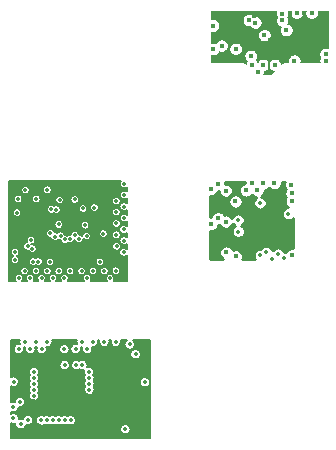
<source format=gbr>
G04 #@! TF.GenerationSoftware,KiCad,Pcbnew,(5.1.0)-1*
G04 #@! TF.CreationDate,2019-05-03T21:31:27-07:00*
G04 #@! TF.ProjectId,Miniscope-v4-PCB-fab-assembly_2,4d696e69-7363-46f7-9065-2d76342d5043,rev?*
G04 #@! TF.SameCoordinates,PX4b8e5e4PY51f011c*
G04 #@! TF.FileFunction,Copper,L2,Inr*
G04 #@! TF.FilePolarity,Positive*
%FSLAX46Y46*%
G04 Gerber Fmt 4.6, Leading zero omitted, Abs format (unit mm)*
G04 Created by KiCad (PCBNEW (5.1.0)-1) date 2019-05-03 21:31:27*
%MOMM*%
%LPD*%
G04 APERTURE LIST*
%ADD10C,0.355600*%
%ADD11C,0.450000*%
%ADD12C,0.152000*%
%ADD13C,0.203200*%
%ADD14C,0.127000*%
%ADD15C,0.101600*%
%ADD16C,0.254000*%
%ADD17C,0.177800*%
G04 APERTURE END LIST*
D10*
X13448800Y-25315600D03*
X13804400Y-27017400D03*
X4609600Y-26382400D03*
X4533400Y-19651400D03*
X6590800Y-19626000D03*
X5742800Y-23096000D03*
X12331200Y-20311800D03*
X7582899Y-23733600D03*
X7759200Y-22661600D03*
X8749800Y-21175400D03*
X9994400Y-21099200D03*
X12305800Y-22064400D03*
X7251197Y-25595003D03*
X5854200Y-25595000D03*
X5473200Y-21277000D03*
X5473200Y-21937400D03*
X12940800Y-24655200D03*
X12610600Y-25010800D03*
X9156198Y-25645800D03*
D11*
X31094020Y-4544540D03*
X26293420Y-9548340D03*
X26344220Y-6805140D03*
X23093020Y-4976340D03*
X25023420Y-4807440D03*
X28046020Y-4544540D03*
X29290620Y-4544540D03*
X27165920Y-8379939D03*
X23118420Y-6220940D03*
X26281580Y-19569060D03*
X21404780Y-25309460D03*
X23296180Y-19599060D03*
X25251980Y-23065150D03*
X26611780Y-23988662D03*
D10*
X13988020Y-33471340D03*
X15689820Y-34258740D03*
X8984220Y-35805600D03*
X8976600Y-36516800D03*
X15504400Y-37659800D03*
X12583400Y-37710600D03*
X9865600Y-35627800D03*
X10975580Y-39051720D03*
X8384780Y-35810680D03*
X8245080Y-37222920D03*
X4630660Y-32404540D03*
X6413000Y-37444600D03*
X6512800Y-39567340D03*
X13480020Y-35020740D03*
X5199620Y-38424340D03*
X4615420Y-36951140D03*
X13276820Y-33445936D03*
X8572000Y-20388000D03*
X5676400Y-19549806D03*
X5066800Y-20286400D03*
X14007600Y-19016400D03*
X5600200Y-26407811D03*
D11*
X21988980Y-19010260D03*
D10*
X4666220Y-38881540D03*
X15791420Y-35808140D03*
X5598405Y-32402000D03*
X4787400Y-25468000D03*
X6336774Y-25595000D03*
X10858000Y-23436000D03*
X9457890Y-23690000D03*
X4812800Y-24782200D03*
X13982200Y-24807600D03*
X13321800Y-26382400D03*
X6590800Y-20286400D03*
X6768587Y-25595000D03*
X10553200Y-21099200D03*
X11975600Y-25620400D03*
X27944380Y-21554860D03*
X23702580Y-23053460D03*
D11*
X22674780Y-24826858D03*
D10*
X23677180Y-22081919D03*
X14007600Y-19956200D03*
X5117600Y-26992000D03*
X7530600Y-19524400D03*
X6260600Y-24502800D03*
X11518400Y-21022994D03*
X8495800Y-22445400D03*
X4965200Y-21454800D03*
X12280401Y-23232800D03*
D11*
X26776020Y-8938740D03*
X27411020Y-4595340D03*
X27766620Y-5992340D03*
X22278420Y-7313140D03*
X31094020Y-8583140D03*
X26764180Y-18959460D03*
X22649380Y-19594460D03*
D10*
X5115805Y-33011600D03*
X4689080Y-35759880D03*
X14996400Y-33443400D03*
X6159000Y-23766200D03*
X10731000Y-22521600D03*
X9846600Y-20337200D03*
X13398000Y-24299600D03*
X7749601Y-25620400D03*
D11*
X23487580Y-25131660D03*
D10*
X7530600Y-26407810D03*
X9461000Y-26407810D03*
X10908800Y-26992000D03*
X12356600Y-26407800D03*
X13982200Y-22877200D03*
X8648200Y-23410600D03*
X7048000Y-26992000D03*
X8978400Y-26992000D03*
X10426200Y-26407810D03*
X12839200Y-27017400D03*
X13372600Y-21404000D03*
X5854200Y-24299600D03*
D11*
X22652488Y-22215929D03*
X28288180Y-25030060D03*
D10*
X14007600Y-21912000D03*
X7784600Y-23207400D03*
D11*
X21988980Y-21905860D03*
D10*
X27551580Y-25309460D03*
X13372600Y-22369200D03*
X8191000Y-23486800D03*
D11*
X21404780Y-22413860D03*
D10*
X27055380Y-24958460D03*
X8013200Y-26992000D03*
X9003800Y-23715400D03*
X8495800Y-26407810D03*
X9854878Y-23376516D03*
X11391400Y-26407810D03*
X10197600Y-23664606D03*
X14007600Y-20946800D03*
X7835400Y-21175400D03*
D11*
X28211980Y-19823060D03*
D10*
X13372600Y-20464200D03*
X8292600Y-21200800D03*
D11*
X28186580Y-19111860D03*
X21379380Y-19467460D03*
X23462180Y-20508860D03*
D10*
X14007600Y-23817000D03*
X6565400Y-26382400D03*
X13372600Y-23334400D03*
X6082800Y-26992000D03*
D11*
X28223780Y-20488060D03*
X25328220Y-9548340D03*
X25912420Y-6424140D03*
X31094020Y-8024340D03*
X25316363Y-19569060D03*
D10*
X26055738Y-24801460D03*
D11*
X25810820Y-8938740D03*
X25150420Y-5357340D03*
X28452420Y-8583140D03*
X25798980Y-18959460D03*
D10*
X26560980Y-25360260D03*
D11*
X24833780Y-18959460D03*
D10*
X25538009Y-20642831D03*
X25556780Y-25050950D03*
D11*
X24351180Y-19569060D03*
X28630220Y-4544540D03*
X29900220Y-4544540D03*
X21569020Y-5611340D03*
X27411020Y-5179534D03*
X24845620Y-8938740D03*
X24591620Y-5154140D03*
X24744020Y-8176740D03*
X23474020Y-7592540D03*
X21569020Y-7617940D03*
D10*
X5260580Y-39364140D03*
X7998000Y-39029600D03*
X13330160Y-32396920D03*
X14505000Y-32607740D03*
X8998000Y-34362889D03*
X10498000Y-34362889D03*
X8998000Y-39029600D03*
X14128000Y-39793400D03*
X8498000Y-39029600D03*
X7000480Y-39036480D03*
X7500860Y-39028860D03*
X9498000Y-39029600D03*
X10906999Y-33011600D03*
X6413000Y-35944600D03*
X7528803Y-32402000D03*
X6413000Y-35444600D03*
X7046203Y-33011600D03*
X6413000Y-34944600D03*
X6413000Y-36944600D03*
X6563604Y-32402000D03*
X4653520Y-37913801D03*
X6413000Y-36444600D03*
X6088527Y-33004077D03*
X5225020Y-37484540D03*
X5893396Y-39016516D03*
X12352488Y-32399744D03*
X11083000Y-36444600D03*
X11389599Y-32402000D03*
X11083000Y-35944600D03*
X10429480Y-32404540D03*
X11083000Y-35444600D03*
X9926560Y-33001440D03*
X11049240Y-34939460D03*
X8966440Y-33019220D03*
X9995140Y-34362889D03*
D12*
X26293420Y-6855940D02*
X26344220Y-6805140D01*
D13*
X26293420Y-9548340D02*
X26293420Y-6855940D01*
D14*
G36*
X13721523Y-18781622D02*
G01*
X13681217Y-18841945D01*
X13653454Y-18908971D01*
X13639300Y-18980126D01*
X13639300Y-19052674D01*
X13653454Y-19123829D01*
X13681217Y-19190855D01*
X13721523Y-19251178D01*
X13772822Y-19302477D01*
X13833145Y-19342783D01*
X13900171Y-19370546D01*
X13971326Y-19384700D01*
X14043874Y-19384700D01*
X14115029Y-19370546D01*
X14182055Y-19342783D01*
X14234501Y-19307740D01*
X14234501Y-19664860D01*
X14182055Y-19629817D01*
X14115029Y-19602054D01*
X14043874Y-19587900D01*
X13971326Y-19587900D01*
X13900171Y-19602054D01*
X13833145Y-19629817D01*
X13772822Y-19670123D01*
X13721523Y-19721422D01*
X13681217Y-19781745D01*
X13653454Y-19848771D01*
X13639300Y-19919926D01*
X13639300Y-19992474D01*
X13653454Y-20063629D01*
X13681217Y-20130655D01*
X13721523Y-20190978D01*
X13772822Y-20242277D01*
X13833145Y-20282583D01*
X13900171Y-20310346D01*
X13971326Y-20324500D01*
X14043874Y-20324500D01*
X14115029Y-20310346D01*
X14182055Y-20282583D01*
X14234501Y-20247540D01*
X14234501Y-20655460D01*
X14182055Y-20620417D01*
X14115029Y-20592654D01*
X14043874Y-20578500D01*
X13971326Y-20578500D01*
X13900171Y-20592654D01*
X13833145Y-20620417D01*
X13772822Y-20660723D01*
X13721523Y-20712022D01*
X13681217Y-20772345D01*
X13653454Y-20839371D01*
X13639300Y-20910526D01*
X13639300Y-20983074D01*
X13653454Y-21054229D01*
X13681217Y-21121255D01*
X13721523Y-21181578D01*
X13772822Y-21232877D01*
X13833145Y-21273183D01*
X13900171Y-21300946D01*
X13971326Y-21315100D01*
X14043874Y-21315100D01*
X14115029Y-21300946D01*
X14182055Y-21273183D01*
X14234501Y-21238140D01*
X14234501Y-21620660D01*
X14182055Y-21585617D01*
X14115029Y-21557854D01*
X14043874Y-21543700D01*
X13971326Y-21543700D01*
X13900171Y-21557854D01*
X13833145Y-21585617D01*
X13772822Y-21625923D01*
X13721523Y-21677222D01*
X13681217Y-21737545D01*
X13653454Y-21804571D01*
X13639300Y-21875726D01*
X13639300Y-21948274D01*
X13653454Y-22019429D01*
X13681217Y-22086455D01*
X13721523Y-22146778D01*
X13772822Y-22198077D01*
X13833145Y-22238383D01*
X13900171Y-22266146D01*
X13971326Y-22280300D01*
X14043874Y-22280300D01*
X14115029Y-22266146D01*
X14182055Y-22238383D01*
X14234501Y-22203340D01*
X14234501Y-22608646D01*
X14216978Y-22591123D01*
X14156655Y-22550817D01*
X14089629Y-22523054D01*
X14018474Y-22508900D01*
X13945926Y-22508900D01*
X13874771Y-22523054D01*
X13807745Y-22550817D01*
X13747422Y-22591123D01*
X13696123Y-22642422D01*
X13655817Y-22702745D01*
X13628054Y-22769771D01*
X13613900Y-22840926D01*
X13613900Y-22913474D01*
X13628054Y-22984629D01*
X13655817Y-23051655D01*
X13696123Y-23111978D01*
X13747422Y-23163277D01*
X13807745Y-23203583D01*
X13874771Y-23231346D01*
X13945926Y-23245500D01*
X14018474Y-23245500D01*
X14089629Y-23231346D01*
X14156655Y-23203583D01*
X14216978Y-23163277D01*
X14234500Y-23145755D01*
X14234500Y-23525659D01*
X14182055Y-23490617D01*
X14115029Y-23462854D01*
X14043874Y-23448700D01*
X13971326Y-23448700D01*
X13900171Y-23462854D01*
X13833145Y-23490617D01*
X13772822Y-23530923D01*
X13721523Y-23582222D01*
X13681217Y-23642545D01*
X13653454Y-23709571D01*
X13639300Y-23780726D01*
X13639300Y-23853274D01*
X13653454Y-23924429D01*
X13681217Y-23991455D01*
X13721523Y-24051778D01*
X13772822Y-24103077D01*
X13833145Y-24143383D01*
X13900171Y-24171146D01*
X13971326Y-24185300D01*
X14043874Y-24185300D01*
X14115029Y-24171146D01*
X14182055Y-24143383D01*
X14234500Y-24108341D01*
X14234500Y-24539045D01*
X14216978Y-24521523D01*
X14156655Y-24481217D01*
X14089629Y-24453454D01*
X14018474Y-24439300D01*
X13945926Y-24439300D01*
X13874771Y-24453454D01*
X13807745Y-24481217D01*
X13747422Y-24521523D01*
X13696123Y-24572822D01*
X13655817Y-24633145D01*
X13628054Y-24700171D01*
X13613900Y-24771326D01*
X13613900Y-24843874D01*
X13628054Y-24915029D01*
X13655817Y-24982055D01*
X13696123Y-25042378D01*
X13747422Y-25093677D01*
X13807745Y-25133983D01*
X13874771Y-25161746D01*
X13945926Y-25175900D01*
X14018474Y-25175900D01*
X14089629Y-25161746D01*
X14156655Y-25133983D01*
X14216978Y-25093677D01*
X14234500Y-25076155D01*
X14234500Y-27234500D01*
X13137089Y-27234500D01*
X13165583Y-27191855D01*
X13193346Y-27124829D01*
X13207500Y-27053674D01*
X13207500Y-26981126D01*
X13193346Y-26909971D01*
X13165583Y-26842945D01*
X13125277Y-26782622D01*
X13073978Y-26731323D01*
X13013655Y-26691017D01*
X12946629Y-26663254D01*
X12875474Y-26649100D01*
X12802926Y-26649100D01*
X12731771Y-26663254D01*
X12664745Y-26691017D01*
X12604422Y-26731323D01*
X12553123Y-26782622D01*
X12512817Y-26842945D01*
X12485054Y-26909971D01*
X12470900Y-26981126D01*
X12470900Y-27053674D01*
X12485054Y-27124829D01*
X12512817Y-27191855D01*
X12541311Y-27234500D01*
X11187155Y-27234500D01*
X11194877Y-27226778D01*
X11235183Y-27166455D01*
X11262946Y-27099429D01*
X11277100Y-27028274D01*
X11277100Y-26955726D01*
X11262946Y-26884571D01*
X11235183Y-26817545D01*
X11194877Y-26757222D01*
X11143578Y-26705923D01*
X11083255Y-26665617D01*
X11016229Y-26637854D01*
X10945074Y-26623700D01*
X10872526Y-26623700D01*
X10801371Y-26637854D01*
X10734345Y-26665617D01*
X10674022Y-26705923D01*
X10622723Y-26757222D01*
X10582417Y-26817545D01*
X10554654Y-26884571D01*
X10540500Y-26955726D01*
X10540500Y-27028274D01*
X10554654Y-27099429D01*
X10582417Y-27166455D01*
X10622723Y-27226778D01*
X10630445Y-27234500D01*
X9256755Y-27234500D01*
X9264477Y-27226778D01*
X9304783Y-27166455D01*
X9332546Y-27099429D01*
X9346700Y-27028274D01*
X9346700Y-26955726D01*
X9332546Y-26884571D01*
X9304783Y-26817545D01*
X9264477Y-26757222D01*
X9213178Y-26705923D01*
X9152855Y-26665617D01*
X9085829Y-26637854D01*
X9014674Y-26623700D01*
X8942126Y-26623700D01*
X8870971Y-26637854D01*
X8803945Y-26665617D01*
X8743622Y-26705923D01*
X8692323Y-26757222D01*
X8652017Y-26817545D01*
X8624254Y-26884571D01*
X8610100Y-26955726D01*
X8610100Y-27028274D01*
X8624254Y-27099429D01*
X8652017Y-27166455D01*
X8692323Y-27226778D01*
X8700045Y-27234500D01*
X8291555Y-27234500D01*
X8299277Y-27226778D01*
X8339583Y-27166455D01*
X8367346Y-27099429D01*
X8381500Y-27028274D01*
X8381500Y-26955726D01*
X8367346Y-26884571D01*
X8339583Y-26817545D01*
X8299277Y-26757222D01*
X8247978Y-26705923D01*
X8187655Y-26665617D01*
X8120629Y-26637854D01*
X8049474Y-26623700D01*
X7976926Y-26623700D01*
X7905771Y-26637854D01*
X7838745Y-26665617D01*
X7778422Y-26705923D01*
X7727123Y-26757222D01*
X7686817Y-26817545D01*
X7659054Y-26884571D01*
X7644900Y-26955726D01*
X7644900Y-27028274D01*
X7659054Y-27099429D01*
X7686817Y-27166455D01*
X7727123Y-27226778D01*
X7734845Y-27234500D01*
X7326355Y-27234500D01*
X7334077Y-27226778D01*
X7374383Y-27166455D01*
X7402146Y-27099429D01*
X7416300Y-27028274D01*
X7416300Y-26955726D01*
X7402146Y-26884571D01*
X7374383Y-26817545D01*
X7334077Y-26757222D01*
X7282778Y-26705923D01*
X7222455Y-26665617D01*
X7155429Y-26637854D01*
X7084274Y-26623700D01*
X7011726Y-26623700D01*
X6940571Y-26637854D01*
X6873545Y-26665617D01*
X6813222Y-26705923D01*
X6761923Y-26757222D01*
X6721617Y-26817545D01*
X6693854Y-26884571D01*
X6679700Y-26955726D01*
X6679700Y-27028274D01*
X6693854Y-27099429D01*
X6721617Y-27166455D01*
X6761923Y-27226778D01*
X6769645Y-27234500D01*
X6361155Y-27234500D01*
X6368877Y-27226778D01*
X6409183Y-27166455D01*
X6436946Y-27099429D01*
X6451100Y-27028274D01*
X6451100Y-26955726D01*
X6436946Y-26884571D01*
X6409183Y-26817545D01*
X6368877Y-26757222D01*
X6317578Y-26705923D01*
X6257255Y-26665617D01*
X6190229Y-26637854D01*
X6119074Y-26623700D01*
X6046526Y-26623700D01*
X5975371Y-26637854D01*
X5908345Y-26665617D01*
X5848022Y-26705923D01*
X5796723Y-26757222D01*
X5756417Y-26817545D01*
X5728654Y-26884571D01*
X5714500Y-26955726D01*
X5714500Y-27028274D01*
X5728654Y-27099429D01*
X5756417Y-27166455D01*
X5796723Y-27226778D01*
X5804445Y-27234500D01*
X5395955Y-27234500D01*
X5403677Y-27226778D01*
X5443983Y-27166455D01*
X5471746Y-27099429D01*
X5485900Y-27028274D01*
X5485900Y-26955726D01*
X5471746Y-26884571D01*
X5443983Y-26817545D01*
X5403677Y-26757222D01*
X5352378Y-26705923D01*
X5292055Y-26665617D01*
X5225029Y-26637854D01*
X5153874Y-26623700D01*
X5081326Y-26623700D01*
X5010171Y-26637854D01*
X4943145Y-26665617D01*
X4882822Y-26705923D01*
X4831523Y-26757222D01*
X4791217Y-26817545D01*
X4763454Y-26884571D01*
X4749300Y-26955726D01*
X4749300Y-27028274D01*
X4763454Y-27099429D01*
X4791217Y-27166455D01*
X4831523Y-27226778D01*
X4839245Y-27234500D01*
X4265500Y-27234500D01*
X4265500Y-26371537D01*
X5231900Y-26371537D01*
X5231900Y-26444085D01*
X5246054Y-26515240D01*
X5273817Y-26582266D01*
X5314123Y-26642589D01*
X5365422Y-26693888D01*
X5425745Y-26734194D01*
X5492771Y-26761957D01*
X5563926Y-26776111D01*
X5636474Y-26776111D01*
X5707629Y-26761957D01*
X5774655Y-26734194D01*
X5834978Y-26693888D01*
X5886277Y-26642589D01*
X5926583Y-26582266D01*
X5954346Y-26515240D01*
X5968500Y-26444085D01*
X5968500Y-26371537D01*
X5963446Y-26346126D01*
X6197100Y-26346126D01*
X6197100Y-26418674D01*
X6211254Y-26489829D01*
X6239017Y-26556855D01*
X6279323Y-26617178D01*
X6330622Y-26668477D01*
X6390945Y-26708783D01*
X6457971Y-26736546D01*
X6529126Y-26750700D01*
X6601674Y-26750700D01*
X6672829Y-26736546D01*
X6739855Y-26708783D01*
X6800178Y-26668477D01*
X6851477Y-26617178D01*
X6891783Y-26556855D01*
X6919546Y-26489829D01*
X6933700Y-26418674D01*
X6933700Y-26371536D01*
X7162300Y-26371536D01*
X7162300Y-26444084D01*
X7176454Y-26515239D01*
X7204217Y-26582265D01*
X7244523Y-26642588D01*
X7295822Y-26693887D01*
X7356145Y-26734193D01*
X7423171Y-26761956D01*
X7494326Y-26776110D01*
X7566874Y-26776110D01*
X7638029Y-26761956D01*
X7705055Y-26734193D01*
X7765378Y-26693887D01*
X7816677Y-26642588D01*
X7856983Y-26582265D01*
X7884746Y-26515239D01*
X7898900Y-26444084D01*
X7898900Y-26371536D01*
X8127500Y-26371536D01*
X8127500Y-26444084D01*
X8141654Y-26515239D01*
X8169417Y-26582265D01*
X8209723Y-26642588D01*
X8261022Y-26693887D01*
X8321345Y-26734193D01*
X8388371Y-26761956D01*
X8459526Y-26776110D01*
X8532074Y-26776110D01*
X8603229Y-26761956D01*
X8670255Y-26734193D01*
X8730578Y-26693887D01*
X8781877Y-26642588D01*
X8822183Y-26582265D01*
X8849946Y-26515239D01*
X8864100Y-26444084D01*
X8864100Y-26371536D01*
X9092700Y-26371536D01*
X9092700Y-26444084D01*
X9106854Y-26515239D01*
X9134617Y-26582265D01*
X9174923Y-26642588D01*
X9226222Y-26693887D01*
X9286545Y-26734193D01*
X9353571Y-26761956D01*
X9424726Y-26776110D01*
X9497274Y-26776110D01*
X9568429Y-26761956D01*
X9635455Y-26734193D01*
X9695778Y-26693887D01*
X9747077Y-26642588D01*
X9787383Y-26582265D01*
X9815146Y-26515239D01*
X9829300Y-26444084D01*
X9829300Y-26371536D01*
X10057900Y-26371536D01*
X10057900Y-26444084D01*
X10072054Y-26515239D01*
X10099817Y-26582265D01*
X10140123Y-26642588D01*
X10191422Y-26693887D01*
X10251745Y-26734193D01*
X10318771Y-26761956D01*
X10389926Y-26776110D01*
X10462474Y-26776110D01*
X10533629Y-26761956D01*
X10600655Y-26734193D01*
X10660978Y-26693887D01*
X10712277Y-26642588D01*
X10752583Y-26582265D01*
X10780346Y-26515239D01*
X10794500Y-26444084D01*
X10794500Y-26371536D01*
X11023100Y-26371536D01*
X11023100Y-26444084D01*
X11037254Y-26515239D01*
X11065017Y-26582265D01*
X11105323Y-26642588D01*
X11156622Y-26693887D01*
X11216945Y-26734193D01*
X11283971Y-26761956D01*
X11355126Y-26776110D01*
X11427674Y-26776110D01*
X11498829Y-26761956D01*
X11565855Y-26734193D01*
X11626178Y-26693887D01*
X11677477Y-26642588D01*
X11717783Y-26582265D01*
X11745546Y-26515239D01*
X11759700Y-26444084D01*
X11759700Y-26371536D01*
X11759699Y-26371526D01*
X11988300Y-26371526D01*
X11988300Y-26444074D01*
X12002454Y-26515229D01*
X12030217Y-26582255D01*
X12070523Y-26642578D01*
X12121822Y-26693877D01*
X12182145Y-26734183D01*
X12249171Y-26761946D01*
X12320326Y-26776100D01*
X12392874Y-26776100D01*
X12464029Y-26761946D01*
X12531055Y-26734183D01*
X12591378Y-26693877D01*
X12642677Y-26642578D01*
X12682983Y-26582255D01*
X12710746Y-26515229D01*
X12724900Y-26444074D01*
X12724900Y-26371526D01*
X12719848Y-26346126D01*
X12953500Y-26346126D01*
X12953500Y-26418674D01*
X12967654Y-26489829D01*
X12995417Y-26556855D01*
X13035723Y-26617178D01*
X13087022Y-26668477D01*
X13147345Y-26708783D01*
X13214371Y-26736546D01*
X13285526Y-26750700D01*
X13358074Y-26750700D01*
X13429229Y-26736546D01*
X13496255Y-26708783D01*
X13556578Y-26668477D01*
X13607877Y-26617178D01*
X13648183Y-26556855D01*
X13675946Y-26489829D01*
X13690100Y-26418674D01*
X13690100Y-26346126D01*
X13675946Y-26274971D01*
X13648183Y-26207945D01*
X13607877Y-26147622D01*
X13556578Y-26096323D01*
X13496255Y-26056017D01*
X13429229Y-26028254D01*
X13358074Y-26014100D01*
X13285526Y-26014100D01*
X13214371Y-26028254D01*
X13147345Y-26056017D01*
X13087022Y-26096323D01*
X13035723Y-26147622D01*
X12995417Y-26207945D01*
X12967654Y-26274971D01*
X12953500Y-26346126D01*
X12719848Y-26346126D01*
X12710746Y-26300371D01*
X12682983Y-26233345D01*
X12642677Y-26173022D01*
X12591378Y-26121723D01*
X12531055Y-26081417D01*
X12464029Y-26053654D01*
X12392874Y-26039500D01*
X12320326Y-26039500D01*
X12249171Y-26053654D01*
X12182145Y-26081417D01*
X12121822Y-26121723D01*
X12070523Y-26173022D01*
X12030217Y-26233345D01*
X12002454Y-26300371D01*
X11988300Y-26371526D01*
X11759699Y-26371526D01*
X11745546Y-26300381D01*
X11717783Y-26233355D01*
X11677477Y-26173032D01*
X11626178Y-26121733D01*
X11565855Y-26081427D01*
X11498829Y-26053664D01*
X11427674Y-26039510D01*
X11355126Y-26039510D01*
X11283971Y-26053664D01*
X11216945Y-26081427D01*
X11156622Y-26121733D01*
X11105323Y-26173032D01*
X11065017Y-26233355D01*
X11037254Y-26300381D01*
X11023100Y-26371536D01*
X10794500Y-26371536D01*
X10780346Y-26300381D01*
X10752583Y-26233355D01*
X10712277Y-26173032D01*
X10660978Y-26121733D01*
X10600655Y-26081427D01*
X10533629Y-26053664D01*
X10462474Y-26039510D01*
X10389926Y-26039510D01*
X10318771Y-26053664D01*
X10251745Y-26081427D01*
X10191422Y-26121733D01*
X10140123Y-26173032D01*
X10099817Y-26233355D01*
X10072054Y-26300381D01*
X10057900Y-26371536D01*
X9829300Y-26371536D01*
X9815146Y-26300381D01*
X9787383Y-26233355D01*
X9747077Y-26173032D01*
X9695778Y-26121733D01*
X9635455Y-26081427D01*
X9568429Y-26053664D01*
X9497274Y-26039510D01*
X9424726Y-26039510D01*
X9353571Y-26053664D01*
X9286545Y-26081427D01*
X9226222Y-26121733D01*
X9174923Y-26173032D01*
X9134617Y-26233355D01*
X9106854Y-26300381D01*
X9092700Y-26371536D01*
X8864100Y-26371536D01*
X8849946Y-26300381D01*
X8822183Y-26233355D01*
X8781877Y-26173032D01*
X8730578Y-26121733D01*
X8670255Y-26081427D01*
X8603229Y-26053664D01*
X8532074Y-26039510D01*
X8459526Y-26039510D01*
X8388371Y-26053664D01*
X8321345Y-26081427D01*
X8261022Y-26121733D01*
X8209723Y-26173032D01*
X8169417Y-26233355D01*
X8141654Y-26300381D01*
X8127500Y-26371536D01*
X7898900Y-26371536D01*
X7884746Y-26300381D01*
X7856983Y-26233355D01*
X7816677Y-26173032D01*
X7765378Y-26121733D01*
X7705055Y-26081427D01*
X7638029Y-26053664D01*
X7566874Y-26039510D01*
X7494326Y-26039510D01*
X7423171Y-26053664D01*
X7356145Y-26081427D01*
X7295822Y-26121733D01*
X7244523Y-26173032D01*
X7204217Y-26233355D01*
X7176454Y-26300381D01*
X7162300Y-26371536D01*
X6933700Y-26371536D01*
X6933700Y-26346126D01*
X6919546Y-26274971D01*
X6891783Y-26207945D01*
X6851477Y-26147622D01*
X6800178Y-26096323D01*
X6739855Y-26056017D01*
X6672829Y-26028254D01*
X6601674Y-26014100D01*
X6529126Y-26014100D01*
X6457971Y-26028254D01*
X6390945Y-26056017D01*
X6330622Y-26096323D01*
X6279323Y-26147622D01*
X6239017Y-26207945D01*
X6211254Y-26274971D01*
X6197100Y-26346126D01*
X5963446Y-26346126D01*
X5954346Y-26300382D01*
X5926583Y-26233356D01*
X5886277Y-26173033D01*
X5834978Y-26121734D01*
X5774655Y-26081428D01*
X5707629Y-26053665D01*
X5636474Y-26039511D01*
X5563926Y-26039511D01*
X5492771Y-26053665D01*
X5425745Y-26081428D01*
X5365422Y-26121734D01*
X5314123Y-26173033D01*
X5273817Y-26233356D01*
X5246054Y-26300382D01*
X5231900Y-26371537D01*
X4265500Y-26371537D01*
X4265500Y-25431726D01*
X4419100Y-25431726D01*
X4419100Y-25504274D01*
X4433254Y-25575429D01*
X4461017Y-25642455D01*
X4501323Y-25702778D01*
X4552622Y-25754077D01*
X4612945Y-25794383D01*
X4679971Y-25822146D01*
X4751126Y-25836300D01*
X4823674Y-25836300D01*
X4894829Y-25822146D01*
X4961855Y-25794383D01*
X5022178Y-25754077D01*
X5073477Y-25702778D01*
X5113783Y-25642455D01*
X5141546Y-25575429D01*
X5144868Y-25558726D01*
X5968474Y-25558726D01*
X5968474Y-25631274D01*
X5982628Y-25702429D01*
X6010391Y-25769455D01*
X6050697Y-25829778D01*
X6101996Y-25881077D01*
X6162319Y-25921383D01*
X6229345Y-25949146D01*
X6300500Y-25963300D01*
X6373048Y-25963300D01*
X6444203Y-25949146D01*
X6511229Y-25921383D01*
X6552681Y-25893686D01*
X6594132Y-25921383D01*
X6661158Y-25949146D01*
X6732313Y-25963300D01*
X6804861Y-25963300D01*
X6876016Y-25949146D01*
X6943042Y-25921383D01*
X7003365Y-25881077D01*
X7054664Y-25829778D01*
X7094970Y-25769455D01*
X7122733Y-25702429D01*
X7136887Y-25631274D01*
X7136887Y-25584126D01*
X7381301Y-25584126D01*
X7381301Y-25656674D01*
X7395455Y-25727829D01*
X7423218Y-25794855D01*
X7463524Y-25855178D01*
X7514823Y-25906477D01*
X7575146Y-25946783D01*
X7642172Y-25974546D01*
X7713327Y-25988700D01*
X7785875Y-25988700D01*
X7857030Y-25974546D01*
X7924056Y-25946783D01*
X7984379Y-25906477D01*
X8035678Y-25855178D01*
X8075984Y-25794855D01*
X8103747Y-25727829D01*
X8117901Y-25656674D01*
X8117901Y-25584126D01*
X11607300Y-25584126D01*
X11607300Y-25656674D01*
X11621454Y-25727829D01*
X11649217Y-25794855D01*
X11689523Y-25855178D01*
X11740822Y-25906477D01*
X11801145Y-25946783D01*
X11868171Y-25974546D01*
X11939326Y-25988700D01*
X12011874Y-25988700D01*
X12083029Y-25974546D01*
X12150055Y-25946783D01*
X12210378Y-25906477D01*
X12261677Y-25855178D01*
X12301983Y-25794855D01*
X12329746Y-25727829D01*
X12343900Y-25656674D01*
X12343900Y-25584126D01*
X12329746Y-25512971D01*
X12301983Y-25445945D01*
X12261677Y-25385622D01*
X12210378Y-25334323D01*
X12150055Y-25294017D01*
X12083029Y-25266254D01*
X12011874Y-25252100D01*
X11939326Y-25252100D01*
X11868171Y-25266254D01*
X11801145Y-25294017D01*
X11740822Y-25334323D01*
X11689523Y-25385622D01*
X11649217Y-25445945D01*
X11621454Y-25512971D01*
X11607300Y-25584126D01*
X8117901Y-25584126D01*
X8103747Y-25512971D01*
X8075984Y-25445945D01*
X8035678Y-25385622D01*
X7984379Y-25334323D01*
X7924056Y-25294017D01*
X7857030Y-25266254D01*
X7785875Y-25252100D01*
X7713327Y-25252100D01*
X7642172Y-25266254D01*
X7575146Y-25294017D01*
X7514823Y-25334323D01*
X7463524Y-25385622D01*
X7423218Y-25445945D01*
X7395455Y-25512971D01*
X7381301Y-25584126D01*
X7136887Y-25584126D01*
X7136887Y-25558726D01*
X7122733Y-25487571D01*
X7094970Y-25420545D01*
X7054664Y-25360222D01*
X7003365Y-25308923D01*
X6943042Y-25268617D01*
X6876016Y-25240854D01*
X6804861Y-25226700D01*
X6732313Y-25226700D01*
X6661158Y-25240854D01*
X6594132Y-25268617D01*
X6552681Y-25296314D01*
X6511229Y-25268617D01*
X6444203Y-25240854D01*
X6373048Y-25226700D01*
X6300500Y-25226700D01*
X6229345Y-25240854D01*
X6162319Y-25268617D01*
X6101996Y-25308923D01*
X6050697Y-25360222D01*
X6010391Y-25420545D01*
X5982628Y-25487571D01*
X5968474Y-25558726D01*
X5144868Y-25558726D01*
X5155700Y-25504274D01*
X5155700Y-25431726D01*
X5141546Y-25360571D01*
X5113783Y-25293545D01*
X5073477Y-25233222D01*
X5022178Y-25181923D01*
X4961855Y-25141617D01*
X4934679Y-25130360D01*
X4987255Y-25108583D01*
X5047578Y-25068277D01*
X5098877Y-25016978D01*
X5139183Y-24956655D01*
X5166946Y-24889629D01*
X5181100Y-24818474D01*
X5181100Y-24745926D01*
X5166946Y-24674771D01*
X5139183Y-24607745D01*
X5098877Y-24547422D01*
X5047578Y-24496123D01*
X4987255Y-24455817D01*
X4920229Y-24428054D01*
X4849074Y-24413900D01*
X4776526Y-24413900D01*
X4705371Y-24428054D01*
X4638345Y-24455817D01*
X4578022Y-24496123D01*
X4526723Y-24547422D01*
X4486417Y-24607745D01*
X4458654Y-24674771D01*
X4444500Y-24745926D01*
X4444500Y-24818474D01*
X4458654Y-24889629D01*
X4486417Y-24956655D01*
X4526723Y-25016978D01*
X4578022Y-25068277D01*
X4638345Y-25108583D01*
X4665521Y-25119840D01*
X4612945Y-25141617D01*
X4552622Y-25181923D01*
X4501323Y-25233222D01*
X4461017Y-25293545D01*
X4433254Y-25360571D01*
X4419100Y-25431726D01*
X4265500Y-25431726D01*
X4265500Y-24263326D01*
X5485900Y-24263326D01*
X5485900Y-24335874D01*
X5500054Y-24407029D01*
X5527817Y-24474055D01*
X5568123Y-24534378D01*
X5619422Y-24585677D01*
X5679745Y-24625983D01*
X5746771Y-24653746D01*
X5817926Y-24667900D01*
X5890474Y-24667900D01*
X5927307Y-24660573D01*
X5934217Y-24677255D01*
X5974523Y-24737578D01*
X6025822Y-24788877D01*
X6086145Y-24829183D01*
X6153171Y-24856946D01*
X6224326Y-24871100D01*
X6296874Y-24871100D01*
X6368029Y-24856946D01*
X6435055Y-24829183D01*
X6495378Y-24788877D01*
X6546677Y-24737578D01*
X6586983Y-24677255D01*
X6614746Y-24610229D01*
X6628900Y-24539074D01*
X6628900Y-24466526D01*
X6614746Y-24395371D01*
X6586983Y-24328345D01*
X6546677Y-24268022D01*
X6541981Y-24263326D01*
X13029700Y-24263326D01*
X13029700Y-24335874D01*
X13043854Y-24407029D01*
X13071617Y-24474055D01*
X13111923Y-24534378D01*
X13163222Y-24585677D01*
X13223545Y-24625983D01*
X13290571Y-24653746D01*
X13361726Y-24667900D01*
X13434274Y-24667900D01*
X13505429Y-24653746D01*
X13572455Y-24625983D01*
X13632778Y-24585677D01*
X13684077Y-24534378D01*
X13724383Y-24474055D01*
X13752146Y-24407029D01*
X13766300Y-24335874D01*
X13766300Y-24263326D01*
X13752146Y-24192171D01*
X13724383Y-24125145D01*
X13684077Y-24064822D01*
X13632778Y-24013523D01*
X13572455Y-23973217D01*
X13505429Y-23945454D01*
X13434274Y-23931300D01*
X13361726Y-23931300D01*
X13290571Y-23945454D01*
X13223545Y-23973217D01*
X13163222Y-24013523D01*
X13111923Y-24064822D01*
X13071617Y-24125145D01*
X13043854Y-24192171D01*
X13029700Y-24263326D01*
X6541981Y-24263326D01*
X6495378Y-24216723D01*
X6435055Y-24176417D01*
X6368029Y-24148654D01*
X6296874Y-24134500D01*
X6224326Y-24134500D01*
X6187493Y-24141827D01*
X6184458Y-24134500D01*
X6195274Y-24134500D01*
X6266429Y-24120346D01*
X6333455Y-24092583D01*
X6393778Y-24052277D01*
X6445077Y-24000978D01*
X6485383Y-23940655D01*
X6513146Y-23873629D01*
X6527300Y-23802474D01*
X6527300Y-23729926D01*
X6513146Y-23658771D01*
X6485383Y-23591745D01*
X6445077Y-23531422D01*
X6393778Y-23480123D01*
X6333455Y-23439817D01*
X6266429Y-23412054D01*
X6195274Y-23397900D01*
X6122726Y-23397900D01*
X6051571Y-23412054D01*
X5984545Y-23439817D01*
X5924222Y-23480123D01*
X5872923Y-23531422D01*
X5832617Y-23591745D01*
X5804854Y-23658771D01*
X5790700Y-23729926D01*
X5790700Y-23802474D01*
X5804854Y-23873629D01*
X5828742Y-23931300D01*
X5817926Y-23931300D01*
X5746771Y-23945454D01*
X5679745Y-23973217D01*
X5619422Y-24013523D01*
X5568123Y-24064822D01*
X5527817Y-24125145D01*
X5500054Y-24192171D01*
X5485900Y-24263326D01*
X4265500Y-24263326D01*
X4265500Y-23171126D01*
X7416300Y-23171126D01*
X7416300Y-23243674D01*
X7430454Y-23314829D01*
X7458217Y-23381855D01*
X7498523Y-23442178D01*
X7549822Y-23493477D01*
X7610145Y-23533783D01*
X7677171Y-23561546D01*
X7748326Y-23575700D01*
X7820874Y-23575700D01*
X7832700Y-23573348D01*
X7836854Y-23594229D01*
X7864617Y-23661255D01*
X7904923Y-23721578D01*
X7956222Y-23772877D01*
X8016545Y-23813183D01*
X8083571Y-23840946D01*
X8154726Y-23855100D01*
X8227274Y-23855100D01*
X8298429Y-23840946D01*
X8365455Y-23813183D01*
X8425778Y-23772877D01*
X8466508Y-23732147D01*
X8473745Y-23736983D01*
X8540771Y-23764746D01*
X8611926Y-23778900D01*
X8640916Y-23778900D01*
X8649654Y-23822829D01*
X8677417Y-23889855D01*
X8717723Y-23950178D01*
X8769022Y-24001477D01*
X8829345Y-24041783D01*
X8896371Y-24069546D01*
X8967526Y-24083700D01*
X9040074Y-24083700D01*
X9111229Y-24069546D01*
X9178255Y-24041783D01*
X9238578Y-24001477D01*
X9247610Y-23992445D01*
X9283435Y-24016383D01*
X9350461Y-24044146D01*
X9421616Y-24058300D01*
X9494164Y-24058300D01*
X9565319Y-24044146D01*
X9632345Y-24016383D01*
X9692668Y-23976077D01*
X9743967Y-23924778D01*
X9784273Y-23864455D01*
X9812036Y-23797429D01*
X9822502Y-23744816D01*
X9838040Y-23744816D01*
X9843454Y-23772035D01*
X9871217Y-23839061D01*
X9911523Y-23899384D01*
X9962822Y-23950683D01*
X10023145Y-23990989D01*
X10090171Y-24018752D01*
X10161326Y-24032906D01*
X10233874Y-24032906D01*
X10305029Y-24018752D01*
X10372055Y-23990989D01*
X10432378Y-23950683D01*
X10483677Y-23899384D01*
X10523983Y-23839061D01*
X10551746Y-23772035D01*
X10565900Y-23700880D01*
X10565900Y-23661764D01*
X10571923Y-23670778D01*
X10623222Y-23722077D01*
X10683545Y-23762383D01*
X10750571Y-23790146D01*
X10821726Y-23804300D01*
X10894274Y-23804300D01*
X10965429Y-23790146D01*
X11032455Y-23762383D01*
X11092778Y-23722077D01*
X11144077Y-23670778D01*
X11184383Y-23610455D01*
X11212146Y-23543429D01*
X11226300Y-23472274D01*
X11226300Y-23399726D01*
X11212146Y-23328571D01*
X11184383Y-23261545D01*
X11144077Y-23201222D01*
X11139381Y-23196526D01*
X11912101Y-23196526D01*
X11912101Y-23269074D01*
X11926255Y-23340229D01*
X11954018Y-23407255D01*
X11994324Y-23467578D01*
X12045623Y-23518877D01*
X12105946Y-23559183D01*
X12172972Y-23586946D01*
X12244127Y-23601100D01*
X12316675Y-23601100D01*
X12387830Y-23586946D01*
X12454856Y-23559183D01*
X12515179Y-23518877D01*
X12566478Y-23467578D01*
X12606784Y-23407255D01*
X12634547Y-23340229D01*
X12642922Y-23298126D01*
X13004300Y-23298126D01*
X13004300Y-23370674D01*
X13018454Y-23441829D01*
X13046217Y-23508855D01*
X13086523Y-23569178D01*
X13137822Y-23620477D01*
X13198145Y-23660783D01*
X13265171Y-23688546D01*
X13336326Y-23702700D01*
X13408874Y-23702700D01*
X13480029Y-23688546D01*
X13547055Y-23660783D01*
X13607378Y-23620477D01*
X13658677Y-23569178D01*
X13698983Y-23508855D01*
X13726746Y-23441829D01*
X13740900Y-23370674D01*
X13740900Y-23298126D01*
X13726746Y-23226971D01*
X13698983Y-23159945D01*
X13658677Y-23099622D01*
X13607378Y-23048323D01*
X13547055Y-23008017D01*
X13480029Y-22980254D01*
X13408874Y-22966100D01*
X13336326Y-22966100D01*
X13265171Y-22980254D01*
X13198145Y-23008017D01*
X13137822Y-23048323D01*
X13086523Y-23099622D01*
X13046217Y-23159945D01*
X13018454Y-23226971D01*
X13004300Y-23298126D01*
X12642922Y-23298126D01*
X12648701Y-23269074D01*
X12648701Y-23196526D01*
X12634547Y-23125371D01*
X12606784Y-23058345D01*
X12566478Y-22998022D01*
X12515179Y-22946723D01*
X12454856Y-22906417D01*
X12387830Y-22878654D01*
X12316675Y-22864500D01*
X12244127Y-22864500D01*
X12172972Y-22878654D01*
X12105946Y-22906417D01*
X12045623Y-22946723D01*
X11994324Y-22998022D01*
X11954018Y-23058345D01*
X11926255Y-23125371D01*
X11912101Y-23196526D01*
X11139381Y-23196526D01*
X11092778Y-23149923D01*
X11032455Y-23109617D01*
X10965429Y-23081854D01*
X10894274Y-23067700D01*
X10821726Y-23067700D01*
X10750571Y-23081854D01*
X10683545Y-23109617D01*
X10623222Y-23149923D01*
X10571923Y-23201222D01*
X10531617Y-23261545D01*
X10503854Y-23328571D01*
X10489700Y-23399726D01*
X10489700Y-23438842D01*
X10483677Y-23429828D01*
X10432378Y-23378529D01*
X10372055Y-23338223D01*
X10305029Y-23310460D01*
X10233874Y-23296306D01*
X10214438Y-23296306D01*
X10209024Y-23269087D01*
X10181261Y-23202061D01*
X10140955Y-23141738D01*
X10089656Y-23090439D01*
X10029333Y-23050133D01*
X9962307Y-23022370D01*
X9891152Y-23008216D01*
X9818604Y-23008216D01*
X9747449Y-23022370D01*
X9680423Y-23050133D01*
X9620100Y-23090439D01*
X9568801Y-23141738D01*
X9528495Y-23202061D01*
X9500732Y-23269087D01*
X9490266Y-23321700D01*
X9421616Y-23321700D01*
X9350461Y-23335854D01*
X9283435Y-23363617D01*
X9223112Y-23403923D01*
X9214080Y-23412955D01*
X9178255Y-23389017D01*
X9111229Y-23361254D01*
X9040074Y-23347100D01*
X9011084Y-23347100D01*
X9002346Y-23303171D01*
X8974583Y-23236145D01*
X8934277Y-23175822D01*
X8882978Y-23124523D01*
X8822655Y-23084217D01*
X8755629Y-23056454D01*
X8684474Y-23042300D01*
X8611926Y-23042300D01*
X8540771Y-23056454D01*
X8473745Y-23084217D01*
X8413422Y-23124523D01*
X8372692Y-23165253D01*
X8365455Y-23160417D01*
X8298429Y-23132654D01*
X8227274Y-23118500D01*
X8154726Y-23118500D01*
X8142900Y-23120852D01*
X8138746Y-23099971D01*
X8110983Y-23032945D01*
X8070677Y-22972622D01*
X8019378Y-22921323D01*
X7959055Y-22881017D01*
X7892029Y-22853254D01*
X7820874Y-22839100D01*
X7748326Y-22839100D01*
X7677171Y-22853254D01*
X7610145Y-22881017D01*
X7549822Y-22921323D01*
X7498523Y-22972622D01*
X7458217Y-23032945D01*
X7430454Y-23099971D01*
X7416300Y-23171126D01*
X4265500Y-23171126D01*
X4265500Y-22409126D01*
X8127500Y-22409126D01*
X8127500Y-22481674D01*
X8141654Y-22552829D01*
X8169417Y-22619855D01*
X8209723Y-22680178D01*
X8261022Y-22731477D01*
X8321345Y-22771783D01*
X8388371Y-22799546D01*
X8459526Y-22813700D01*
X8532074Y-22813700D01*
X8603229Y-22799546D01*
X8670255Y-22771783D01*
X8730578Y-22731477D01*
X8781877Y-22680178D01*
X8822183Y-22619855D01*
X8849946Y-22552829D01*
X8863373Y-22485326D01*
X10362700Y-22485326D01*
X10362700Y-22557874D01*
X10376854Y-22629029D01*
X10404617Y-22696055D01*
X10444923Y-22756378D01*
X10496222Y-22807677D01*
X10556545Y-22847983D01*
X10623571Y-22875746D01*
X10694726Y-22889900D01*
X10767274Y-22889900D01*
X10838429Y-22875746D01*
X10905455Y-22847983D01*
X10965778Y-22807677D01*
X11017077Y-22756378D01*
X11057383Y-22696055D01*
X11085146Y-22629029D01*
X11099300Y-22557874D01*
X11099300Y-22485326D01*
X11085146Y-22414171D01*
X11057383Y-22347145D01*
X11047883Y-22332926D01*
X13004300Y-22332926D01*
X13004300Y-22405474D01*
X13018454Y-22476629D01*
X13046217Y-22543655D01*
X13086523Y-22603978D01*
X13137822Y-22655277D01*
X13198145Y-22695583D01*
X13265171Y-22723346D01*
X13336326Y-22737500D01*
X13408874Y-22737500D01*
X13480029Y-22723346D01*
X13547055Y-22695583D01*
X13607378Y-22655277D01*
X13658677Y-22603978D01*
X13698983Y-22543655D01*
X13726746Y-22476629D01*
X13740900Y-22405474D01*
X13740900Y-22332926D01*
X13726746Y-22261771D01*
X13698983Y-22194745D01*
X13658677Y-22134422D01*
X13607378Y-22083123D01*
X13547055Y-22042817D01*
X13480029Y-22015054D01*
X13408874Y-22000900D01*
X13336326Y-22000900D01*
X13265171Y-22015054D01*
X13198145Y-22042817D01*
X13137822Y-22083123D01*
X13086523Y-22134422D01*
X13046217Y-22194745D01*
X13018454Y-22261771D01*
X13004300Y-22332926D01*
X11047883Y-22332926D01*
X11017077Y-22286822D01*
X10965778Y-22235523D01*
X10905455Y-22195217D01*
X10838429Y-22167454D01*
X10767274Y-22153300D01*
X10694726Y-22153300D01*
X10623571Y-22167454D01*
X10556545Y-22195217D01*
X10496222Y-22235523D01*
X10444923Y-22286822D01*
X10404617Y-22347145D01*
X10376854Y-22414171D01*
X10362700Y-22485326D01*
X8863373Y-22485326D01*
X8864100Y-22481674D01*
X8864100Y-22409126D01*
X8849946Y-22337971D01*
X8822183Y-22270945D01*
X8781877Y-22210622D01*
X8730578Y-22159323D01*
X8670255Y-22119017D01*
X8603229Y-22091254D01*
X8532074Y-22077100D01*
X8459526Y-22077100D01*
X8388371Y-22091254D01*
X8321345Y-22119017D01*
X8261022Y-22159323D01*
X8209723Y-22210622D01*
X8169417Y-22270945D01*
X8141654Y-22337971D01*
X8127500Y-22409126D01*
X4265500Y-22409126D01*
X4265500Y-21418526D01*
X4596900Y-21418526D01*
X4596900Y-21491074D01*
X4611054Y-21562229D01*
X4638817Y-21629255D01*
X4679123Y-21689578D01*
X4730422Y-21740877D01*
X4790745Y-21781183D01*
X4857771Y-21808946D01*
X4928926Y-21823100D01*
X5001474Y-21823100D01*
X5072629Y-21808946D01*
X5139655Y-21781183D01*
X5199978Y-21740877D01*
X5251277Y-21689578D01*
X5291583Y-21629255D01*
X5319346Y-21562229D01*
X5333500Y-21491074D01*
X5333500Y-21418526D01*
X5319346Y-21347371D01*
X5291583Y-21280345D01*
X5251277Y-21220022D01*
X5199978Y-21168723D01*
X5155683Y-21139126D01*
X7467100Y-21139126D01*
X7467100Y-21211674D01*
X7481254Y-21282829D01*
X7509017Y-21349855D01*
X7549323Y-21410178D01*
X7600622Y-21461477D01*
X7660945Y-21501783D01*
X7727971Y-21529546D01*
X7799126Y-21543700D01*
X7871674Y-21543700D01*
X7942829Y-21529546D01*
X8009855Y-21501783D01*
X8047545Y-21476600D01*
X8057822Y-21486877D01*
X8118145Y-21527183D01*
X8185171Y-21554946D01*
X8256326Y-21569100D01*
X8328874Y-21569100D01*
X8400029Y-21554946D01*
X8467055Y-21527183D01*
X8527378Y-21486877D01*
X8578677Y-21435578D01*
X8618983Y-21375255D01*
X8646746Y-21308229D01*
X8660900Y-21237074D01*
X8660900Y-21164526D01*
X8646746Y-21093371D01*
X8634136Y-21062926D01*
X10184900Y-21062926D01*
X10184900Y-21135474D01*
X10199054Y-21206629D01*
X10226817Y-21273655D01*
X10267123Y-21333978D01*
X10318422Y-21385277D01*
X10378745Y-21425583D01*
X10445771Y-21453346D01*
X10516926Y-21467500D01*
X10589474Y-21467500D01*
X10660629Y-21453346D01*
X10727655Y-21425583D01*
X10787978Y-21385277D01*
X10839277Y-21333978D01*
X10879583Y-21273655D01*
X10907346Y-21206629D01*
X10921500Y-21135474D01*
X10921500Y-21062926D01*
X10907346Y-20991771D01*
X10905254Y-20986720D01*
X11150100Y-20986720D01*
X11150100Y-21059268D01*
X11164254Y-21130423D01*
X11192017Y-21197449D01*
X11232323Y-21257772D01*
X11283622Y-21309071D01*
X11343945Y-21349377D01*
X11410971Y-21377140D01*
X11482126Y-21391294D01*
X11554674Y-21391294D01*
X11625829Y-21377140D01*
X11648556Y-21367726D01*
X13004300Y-21367726D01*
X13004300Y-21440274D01*
X13018454Y-21511429D01*
X13046217Y-21578455D01*
X13086523Y-21638778D01*
X13137822Y-21690077D01*
X13198145Y-21730383D01*
X13265171Y-21758146D01*
X13336326Y-21772300D01*
X13408874Y-21772300D01*
X13480029Y-21758146D01*
X13547055Y-21730383D01*
X13607378Y-21690077D01*
X13658677Y-21638778D01*
X13698983Y-21578455D01*
X13726746Y-21511429D01*
X13740900Y-21440274D01*
X13740900Y-21367726D01*
X13726746Y-21296571D01*
X13698983Y-21229545D01*
X13658677Y-21169222D01*
X13607378Y-21117923D01*
X13547055Y-21077617D01*
X13480029Y-21049854D01*
X13408874Y-21035700D01*
X13336326Y-21035700D01*
X13265171Y-21049854D01*
X13198145Y-21077617D01*
X13137822Y-21117923D01*
X13086523Y-21169222D01*
X13046217Y-21229545D01*
X13018454Y-21296571D01*
X13004300Y-21367726D01*
X11648556Y-21367726D01*
X11692855Y-21349377D01*
X11753178Y-21309071D01*
X11804477Y-21257772D01*
X11844783Y-21197449D01*
X11872546Y-21130423D01*
X11886700Y-21059268D01*
X11886700Y-20986720D01*
X11872546Y-20915565D01*
X11844783Y-20848539D01*
X11804477Y-20788216D01*
X11753178Y-20736917D01*
X11692855Y-20696611D01*
X11625829Y-20668848D01*
X11554674Y-20654694D01*
X11482126Y-20654694D01*
X11410971Y-20668848D01*
X11343945Y-20696611D01*
X11283622Y-20736917D01*
X11232323Y-20788216D01*
X11192017Y-20848539D01*
X11164254Y-20915565D01*
X11150100Y-20986720D01*
X10905254Y-20986720D01*
X10879583Y-20924745D01*
X10839277Y-20864422D01*
X10787978Y-20813123D01*
X10727655Y-20772817D01*
X10660629Y-20745054D01*
X10589474Y-20730900D01*
X10516926Y-20730900D01*
X10445771Y-20745054D01*
X10378745Y-20772817D01*
X10318422Y-20813123D01*
X10267123Y-20864422D01*
X10226817Y-20924745D01*
X10199054Y-20991771D01*
X10184900Y-21062926D01*
X8634136Y-21062926D01*
X8618983Y-21026345D01*
X8578677Y-20966022D01*
X8527378Y-20914723D01*
X8467055Y-20874417D01*
X8400029Y-20846654D01*
X8328874Y-20832500D01*
X8256326Y-20832500D01*
X8185171Y-20846654D01*
X8118145Y-20874417D01*
X8080455Y-20899600D01*
X8070178Y-20889323D01*
X8009855Y-20849017D01*
X7942829Y-20821254D01*
X7871674Y-20807100D01*
X7799126Y-20807100D01*
X7727971Y-20821254D01*
X7660945Y-20849017D01*
X7600622Y-20889323D01*
X7549323Y-20940622D01*
X7509017Y-21000945D01*
X7481254Y-21067971D01*
X7467100Y-21139126D01*
X5155683Y-21139126D01*
X5139655Y-21128417D01*
X5072629Y-21100654D01*
X5001474Y-21086500D01*
X4928926Y-21086500D01*
X4857771Y-21100654D01*
X4790745Y-21128417D01*
X4730422Y-21168723D01*
X4679123Y-21220022D01*
X4638817Y-21280345D01*
X4611054Y-21347371D01*
X4596900Y-21418526D01*
X4265500Y-21418526D01*
X4265500Y-20250126D01*
X4698500Y-20250126D01*
X4698500Y-20322674D01*
X4712654Y-20393829D01*
X4740417Y-20460855D01*
X4780723Y-20521178D01*
X4832022Y-20572477D01*
X4892345Y-20612783D01*
X4959371Y-20640546D01*
X5030526Y-20654700D01*
X5103074Y-20654700D01*
X5174229Y-20640546D01*
X5241255Y-20612783D01*
X5301578Y-20572477D01*
X5352877Y-20521178D01*
X5393183Y-20460855D01*
X5420946Y-20393829D01*
X5435100Y-20322674D01*
X5435100Y-20250126D01*
X6222500Y-20250126D01*
X6222500Y-20322674D01*
X6236654Y-20393829D01*
X6264417Y-20460855D01*
X6304723Y-20521178D01*
X6356022Y-20572477D01*
X6416345Y-20612783D01*
X6483371Y-20640546D01*
X6554526Y-20654700D01*
X6627074Y-20654700D01*
X6698229Y-20640546D01*
X6765255Y-20612783D01*
X6825578Y-20572477D01*
X6876877Y-20521178D01*
X6917183Y-20460855D01*
X6944946Y-20393829D01*
X6953321Y-20351726D01*
X8203700Y-20351726D01*
X8203700Y-20424274D01*
X8217854Y-20495429D01*
X8245617Y-20562455D01*
X8285923Y-20622778D01*
X8337222Y-20674077D01*
X8397545Y-20714383D01*
X8464571Y-20742146D01*
X8535726Y-20756300D01*
X8608274Y-20756300D01*
X8679429Y-20742146D01*
X8746455Y-20714383D01*
X8806778Y-20674077D01*
X8858077Y-20622778D01*
X8898383Y-20562455D01*
X8926146Y-20495429D01*
X8940300Y-20424274D01*
X8940300Y-20351726D01*
X8930195Y-20300926D01*
X9478300Y-20300926D01*
X9478300Y-20373474D01*
X9492454Y-20444629D01*
X9520217Y-20511655D01*
X9560523Y-20571978D01*
X9611822Y-20623277D01*
X9672145Y-20663583D01*
X9739171Y-20691346D01*
X9810326Y-20705500D01*
X9882874Y-20705500D01*
X9954029Y-20691346D01*
X10021055Y-20663583D01*
X10081378Y-20623277D01*
X10132677Y-20571978D01*
X10172983Y-20511655D01*
X10200746Y-20444629D01*
X10204068Y-20427926D01*
X13004300Y-20427926D01*
X13004300Y-20500474D01*
X13018454Y-20571629D01*
X13046217Y-20638655D01*
X13086523Y-20698978D01*
X13137822Y-20750277D01*
X13198145Y-20790583D01*
X13265171Y-20818346D01*
X13336326Y-20832500D01*
X13408874Y-20832500D01*
X13480029Y-20818346D01*
X13547055Y-20790583D01*
X13607378Y-20750277D01*
X13658677Y-20698978D01*
X13698983Y-20638655D01*
X13726746Y-20571629D01*
X13740900Y-20500474D01*
X13740900Y-20427926D01*
X13726746Y-20356771D01*
X13698983Y-20289745D01*
X13658677Y-20229422D01*
X13607378Y-20178123D01*
X13547055Y-20137817D01*
X13480029Y-20110054D01*
X13408874Y-20095900D01*
X13336326Y-20095900D01*
X13265171Y-20110054D01*
X13198145Y-20137817D01*
X13137822Y-20178123D01*
X13086523Y-20229422D01*
X13046217Y-20289745D01*
X13018454Y-20356771D01*
X13004300Y-20427926D01*
X10204068Y-20427926D01*
X10214900Y-20373474D01*
X10214900Y-20300926D01*
X10200746Y-20229771D01*
X10172983Y-20162745D01*
X10132677Y-20102422D01*
X10081378Y-20051123D01*
X10021055Y-20010817D01*
X9954029Y-19983054D01*
X9882874Y-19968900D01*
X9810326Y-19968900D01*
X9739171Y-19983054D01*
X9672145Y-20010817D01*
X9611822Y-20051123D01*
X9560523Y-20102422D01*
X9520217Y-20162745D01*
X9492454Y-20229771D01*
X9478300Y-20300926D01*
X8930195Y-20300926D01*
X8926146Y-20280571D01*
X8898383Y-20213545D01*
X8858077Y-20153222D01*
X8806778Y-20101923D01*
X8746455Y-20061617D01*
X8679429Y-20033854D01*
X8608274Y-20019700D01*
X8535726Y-20019700D01*
X8464571Y-20033854D01*
X8397545Y-20061617D01*
X8337222Y-20101923D01*
X8285923Y-20153222D01*
X8245617Y-20213545D01*
X8217854Y-20280571D01*
X8203700Y-20351726D01*
X6953321Y-20351726D01*
X6959100Y-20322674D01*
X6959100Y-20250126D01*
X6944946Y-20178971D01*
X6917183Y-20111945D01*
X6876877Y-20051622D01*
X6825578Y-20000323D01*
X6765255Y-19960017D01*
X6698229Y-19932254D01*
X6627074Y-19918100D01*
X6554526Y-19918100D01*
X6483371Y-19932254D01*
X6416345Y-19960017D01*
X6356022Y-20000323D01*
X6304723Y-20051622D01*
X6264417Y-20111945D01*
X6236654Y-20178971D01*
X6222500Y-20250126D01*
X5435100Y-20250126D01*
X5420946Y-20178971D01*
X5393183Y-20111945D01*
X5352877Y-20051622D01*
X5301578Y-20000323D01*
X5241255Y-19960017D01*
X5174229Y-19932254D01*
X5103074Y-19918100D01*
X5030526Y-19918100D01*
X4959371Y-19932254D01*
X4892345Y-19960017D01*
X4832022Y-20000323D01*
X4780723Y-20051622D01*
X4740417Y-20111945D01*
X4712654Y-20178971D01*
X4698500Y-20250126D01*
X4265500Y-20250126D01*
X4265500Y-19513532D01*
X5308100Y-19513532D01*
X5308100Y-19586080D01*
X5322254Y-19657235D01*
X5350017Y-19724261D01*
X5390323Y-19784584D01*
X5441622Y-19835883D01*
X5501945Y-19876189D01*
X5568971Y-19903952D01*
X5640126Y-19918106D01*
X5712674Y-19918106D01*
X5783829Y-19903952D01*
X5850855Y-19876189D01*
X5911178Y-19835883D01*
X5962477Y-19784584D01*
X6002783Y-19724261D01*
X6030546Y-19657235D01*
X6044700Y-19586080D01*
X6044700Y-19513532D01*
X6039647Y-19488126D01*
X7162300Y-19488126D01*
X7162300Y-19560674D01*
X7176454Y-19631829D01*
X7204217Y-19698855D01*
X7244523Y-19759178D01*
X7295822Y-19810477D01*
X7356145Y-19850783D01*
X7423171Y-19878546D01*
X7494326Y-19892700D01*
X7566874Y-19892700D01*
X7638029Y-19878546D01*
X7705055Y-19850783D01*
X7765378Y-19810477D01*
X7816677Y-19759178D01*
X7856983Y-19698855D01*
X7884746Y-19631829D01*
X7898900Y-19560674D01*
X7898900Y-19488126D01*
X7884746Y-19416971D01*
X7856983Y-19349945D01*
X7816677Y-19289622D01*
X7765378Y-19238323D01*
X7705055Y-19198017D01*
X7638029Y-19170254D01*
X7566874Y-19156100D01*
X7494326Y-19156100D01*
X7423171Y-19170254D01*
X7356145Y-19198017D01*
X7295822Y-19238323D01*
X7244523Y-19289622D01*
X7204217Y-19349945D01*
X7176454Y-19416971D01*
X7162300Y-19488126D01*
X6039647Y-19488126D01*
X6030546Y-19442377D01*
X6002783Y-19375351D01*
X5962477Y-19315028D01*
X5911178Y-19263729D01*
X5850855Y-19223423D01*
X5783829Y-19195660D01*
X5712674Y-19181506D01*
X5640126Y-19181506D01*
X5568971Y-19195660D01*
X5501945Y-19223423D01*
X5441622Y-19263729D01*
X5390323Y-19315028D01*
X5350017Y-19375351D01*
X5322254Y-19442377D01*
X5308100Y-19513532D01*
X4265500Y-19513532D01*
X4265500Y-18765500D01*
X13737645Y-18765500D01*
X13721523Y-18781622D01*
X13721523Y-18781622D01*
G37*
X13721523Y-18781622D02*
X13681217Y-18841945D01*
X13653454Y-18908971D01*
X13639300Y-18980126D01*
X13639300Y-19052674D01*
X13653454Y-19123829D01*
X13681217Y-19190855D01*
X13721523Y-19251178D01*
X13772822Y-19302477D01*
X13833145Y-19342783D01*
X13900171Y-19370546D01*
X13971326Y-19384700D01*
X14043874Y-19384700D01*
X14115029Y-19370546D01*
X14182055Y-19342783D01*
X14234501Y-19307740D01*
X14234501Y-19664860D01*
X14182055Y-19629817D01*
X14115029Y-19602054D01*
X14043874Y-19587900D01*
X13971326Y-19587900D01*
X13900171Y-19602054D01*
X13833145Y-19629817D01*
X13772822Y-19670123D01*
X13721523Y-19721422D01*
X13681217Y-19781745D01*
X13653454Y-19848771D01*
X13639300Y-19919926D01*
X13639300Y-19992474D01*
X13653454Y-20063629D01*
X13681217Y-20130655D01*
X13721523Y-20190978D01*
X13772822Y-20242277D01*
X13833145Y-20282583D01*
X13900171Y-20310346D01*
X13971326Y-20324500D01*
X14043874Y-20324500D01*
X14115029Y-20310346D01*
X14182055Y-20282583D01*
X14234501Y-20247540D01*
X14234501Y-20655460D01*
X14182055Y-20620417D01*
X14115029Y-20592654D01*
X14043874Y-20578500D01*
X13971326Y-20578500D01*
X13900171Y-20592654D01*
X13833145Y-20620417D01*
X13772822Y-20660723D01*
X13721523Y-20712022D01*
X13681217Y-20772345D01*
X13653454Y-20839371D01*
X13639300Y-20910526D01*
X13639300Y-20983074D01*
X13653454Y-21054229D01*
X13681217Y-21121255D01*
X13721523Y-21181578D01*
X13772822Y-21232877D01*
X13833145Y-21273183D01*
X13900171Y-21300946D01*
X13971326Y-21315100D01*
X14043874Y-21315100D01*
X14115029Y-21300946D01*
X14182055Y-21273183D01*
X14234501Y-21238140D01*
X14234501Y-21620660D01*
X14182055Y-21585617D01*
X14115029Y-21557854D01*
X14043874Y-21543700D01*
X13971326Y-21543700D01*
X13900171Y-21557854D01*
X13833145Y-21585617D01*
X13772822Y-21625923D01*
X13721523Y-21677222D01*
X13681217Y-21737545D01*
X13653454Y-21804571D01*
X13639300Y-21875726D01*
X13639300Y-21948274D01*
X13653454Y-22019429D01*
X13681217Y-22086455D01*
X13721523Y-22146778D01*
X13772822Y-22198077D01*
X13833145Y-22238383D01*
X13900171Y-22266146D01*
X13971326Y-22280300D01*
X14043874Y-22280300D01*
X14115029Y-22266146D01*
X14182055Y-22238383D01*
X14234501Y-22203340D01*
X14234501Y-22608646D01*
X14216978Y-22591123D01*
X14156655Y-22550817D01*
X14089629Y-22523054D01*
X14018474Y-22508900D01*
X13945926Y-22508900D01*
X13874771Y-22523054D01*
X13807745Y-22550817D01*
X13747422Y-22591123D01*
X13696123Y-22642422D01*
X13655817Y-22702745D01*
X13628054Y-22769771D01*
X13613900Y-22840926D01*
X13613900Y-22913474D01*
X13628054Y-22984629D01*
X13655817Y-23051655D01*
X13696123Y-23111978D01*
X13747422Y-23163277D01*
X13807745Y-23203583D01*
X13874771Y-23231346D01*
X13945926Y-23245500D01*
X14018474Y-23245500D01*
X14089629Y-23231346D01*
X14156655Y-23203583D01*
X14216978Y-23163277D01*
X14234500Y-23145755D01*
X14234500Y-23525659D01*
X14182055Y-23490617D01*
X14115029Y-23462854D01*
X14043874Y-23448700D01*
X13971326Y-23448700D01*
X13900171Y-23462854D01*
X13833145Y-23490617D01*
X13772822Y-23530923D01*
X13721523Y-23582222D01*
X13681217Y-23642545D01*
X13653454Y-23709571D01*
X13639300Y-23780726D01*
X13639300Y-23853274D01*
X13653454Y-23924429D01*
X13681217Y-23991455D01*
X13721523Y-24051778D01*
X13772822Y-24103077D01*
X13833145Y-24143383D01*
X13900171Y-24171146D01*
X13971326Y-24185300D01*
X14043874Y-24185300D01*
X14115029Y-24171146D01*
X14182055Y-24143383D01*
X14234500Y-24108341D01*
X14234500Y-24539045D01*
X14216978Y-24521523D01*
X14156655Y-24481217D01*
X14089629Y-24453454D01*
X14018474Y-24439300D01*
X13945926Y-24439300D01*
X13874771Y-24453454D01*
X13807745Y-24481217D01*
X13747422Y-24521523D01*
X13696123Y-24572822D01*
X13655817Y-24633145D01*
X13628054Y-24700171D01*
X13613900Y-24771326D01*
X13613900Y-24843874D01*
X13628054Y-24915029D01*
X13655817Y-24982055D01*
X13696123Y-25042378D01*
X13747422Y-25093677D01*
X13807745Y-25133983D01*
X13874771Y-25161746D01*
X13945926Y-25175900D01*
X14018474Y-25175900D01*
X14089629Y-25161746D01*
X14156655Y-25133983D01*
X14216978Y-25093677D01*
X14234500Y-25076155D01*
X14234500Y-27234500D01*
X13137089Y-27234500D01*
X13165583Y-27191855D01*
X13193346Y-27124829D01*
X13207500Y-27053674D01*
X13207500Y-26981126D01*
X13193346Y-26909971D01*
X13165583Y-26842945D01*
X13125277Y-26782622D01*
X13073978Y-26731323D01*
X13013655Y-26691017D01*
X12946629Y-26663254D01*
X12875474Y-26649100D01*
X12802926Y-26649100D01*
X12731771Y-26663254D01*
X12664745Y-26691017D01*
X12604422Y-26731323D01*
X12553123Y-26782622D01*
X12512817Y-26842945D01*
X12485054Y-26909971D01*
X12470900Y-26981126D01*
X12470900Y-27053674D01*
X12485054Y-27124829D01*
X12512817Y-27191855D01*
X12541311Y-27234500D01*
X11187155Y-27234500D01*
X11194877Y-27226778D01*
X11235183Y-27166455D01*
X11262946Y-27099429D01*
X11277100Y-27028274D01*
X11277100Y-26955726D01*
X11262946Y-26884571D01*
X11235183Y-26817545D01*
X11194877Y-26757222D01*
X11143578Y-26705923D01*
X11083255Y-26665617D01*
X11016229Y-26637854D01*
X10945074Y-26623700D01*
X10872526Y-26623700D01*
X10801371Y-26637854D01*
X10734345Y-26665617D01*
X10674022Y-26705923D01*
X10622723Y-26757222D01*
X10582417Y-26817545D01*
X10554654Y-26884571D01*
X10540500Y-26955726D01*
X10540500Y-27028274D01*
X10554654Y-27099429D01*
X10582417Y-27166455D01*
X10622723Y-27226778D01*
X10630445Y-27234500D01*
X9256755Y-27234500D01*
X9264477Y-27226778D01*
X9304783Y-27166455D01*
X9332546Y-27099429D01*
X9346700Y-27028274D01*
X9346700Y-26955726D01*
X9332546Y-26884571D01*
X9304783Y-26817545D01*
X9264477Y-26757222D01*
X9213178Y-26705923D01*
X9152855Y-26665617D01*
X9085829Y-26637854D01*
X9014674Y-26623700D01*
X8942126Y-26623700D01*
X8870971Y-26637854D01*
X8803945Y-26665617D01*
X8743622Y-26705923D01*
X8692323Y-26757222D01*
X8652017Y-26817545D01*
X8624254Y-26884571D01*
X8610100Y-26955726D01*
X8610100Y-27028274D01*
X8624254Y-27099429D01*
X8652017Y-27166455D01*
X8692323Y-27226778D01*
X8700045Y-27234500D01*
X8291555Y-27234500D01*
X8299277Y-27226778D01*
X8339583Y-27166455D01*
X8367346Y-27099429D01*
X8381500Y-27028274D01*
X8381500Y-26955726D01*
X8367346Y-26884571D01*
X8339583Y-26817545D01*
X8299277Y-26757222D01*
X8247978Y-26705923D01*
X8187655Y-26665617D01*
X8120629Y-26637854D01*
X8049474Y-26623700D01*
X7976926Y-26623700D01*
X7905771Y-26637854D01*
X7838745Y-26665617D01*
X7778422Y-26705923D01*
X7727123Y-26757222D01*
X7686817Y-26817545D01*
X7659054Y-26884571D01*
X7644900Y-26955726D01*
X7644900Y-27028274D01*
X7659054Y-27099429D01*
X7686817Y-27166455D01*
X7727123Y-27226778D01*
X7734845Y-27234500D01*
X7326355Y-27234500D01*
X7334077Y-27226778D01*
X7374383Y-27166455D01*
X7402146Y-27099429D01*
X7416300Y-27028274D01*
X7416300Y-26955726D01*
X7402146Y-26884571D01*
X7374383Y-26817545D01*
X7334077Y-26757222D01*
X7282778Y-26705923D01*
X7222455Y-26665617D01*
X7155429Y-26637854D01*
X7084274Y-26623700D01*
X7011726Y-26623700D01*
X6940571Y-26637854D01*
X6873545Y-26665617D01*
X6813222Y-26705923D01*
X6761923Y-26757222D01*
X6721617Y-26817545D01*
X6693854Y-26884571D01*
X6679700Y-26955726D01*
X6679700Y-27028274D01*
X6693854Y-27099429D01*
X6721617Y-27166455D01*
X6761923Y-27226778D01*
X6769645Y-27234500D01*
X6361155Y-27234500D01*
X6368877Y-27226778D01*
X6409183Y-27166455D01*
X6436946Y-27099429D01*
X6451100Y-27028274D01*
X6451100Y-26955726D01*
X6436946Y-26884571D01*
X6409183Y-26817545D01*
X6368877Y-26757222D01*
X6317578Y-26705923D01*
X6257255Y-26665617D01*
X6190229Y-26637854D01*
X6119074Y-26623700D01*
X6046526Y-26623700D01*
X5975371Y-26637854D01*
X5908345Y-26665617D01*
X5848022Y-26705923D01*
X5796723Y-26757222D01*
X5756417Y-26817545D01*
X5728654Y-26884571D01*
X5714500Y-26955726D01*
X5714500Y-27028274D01*
X5728654Y-27099429D01*
X5756417Y-27166455D01*
X5796723Y-27226778D01*
X5804445Y-27234500D01*
X5395955Y-27234500D01*
X5403677Y-27226778D01*
X5443983Y-27166455D01*
X5471746Y-27099429D01*
X5485900Y-27028274D01*
X5485900Y-26955726D01*
X5471746Y-26884571D01*
X5443983Y-26817545D01*
X5403677Y-26757222D01*
X5352378Y-26705923D01*
X5292055Y-26665617D01*
X5225029Y-26637854D01*
X5153874Y-26623700D01*
X5081326Y-26623700D01*
X5010171Y-26637854D01*
X4943145Y-26665617D01*
X4882822Y-26705923D01*
X4831523Y-26757222D01*
X4791217Y-26817545D01*
X4763454Y-26884571D01*
X4749300Y-26955726D01*
X4749300Y-27028274D01*
X4763454Y-27099429D01*
X4791217Y-27166455D01*
X4831523Y-27226778D01*
X4839245Y-27234500D01*
X4265500Y-27234500D01*
X4265500Y-26371537D01*
X5231900Y-26371537D01*
X5231900Y-26444085D01*
X5246054Y-26515240D01*
X5273817Y-26582266D01*
X5314123Y-26642589D01*
X5365422Y-26693888D01*
X5425745Y-26734194D01*
X5492771Y-26761957D01*
X5563926Y-26776111D01*
X5636474Y-26776111D01*
X5707629Y-26761957D01*
X5774655Y-26734194D01*
X5834978Y-26693888D01*
X5886277Y-26642589D01*
X5926583Y-26582266D01*
X5954346Y-26515240D01*
X5968500Y-26444085D01*
X5968500Y-26371537D01*
X5963446Y-26346126D01*
X6197100Y-26346126D01*
X6197100Y-26418674D01*
X6211254Y-26489829D01*
X6239017Y-26556855D01*
X6279323Y-26617178D01*
X6330622Y-26668477D01*
X6390945Y-26708783D01*
X6457971Y-26736546D01*
X6529126Y-26750700D01*
X6601674Y-26750700D01*
X6672829Y-26736546D01*
X6739855Y-26708783D01*
X6800178Y-26668477D01*
X6851477Y-26617178D01*
X6891783Y-26556855D01*
X6919546Y-26489829D01*
X6933700Y-26418674D01*
X6933700Y-26371536D01*
X7162300Y-26371536D01*
X7162300Y-26444084D01*
X7176454Y-26515239D01*
X7204217Y-26582265D01*
X7244523Y-26642588D01*
X7295822Y-26693887D01*
X7356145Y-26734193D01*
X7423171Y-26761956D01*
X7494326Y-26776110D01*
X7566874Y-26776110D01*
X7638029Y-26761956D01*
X7705055Y-26734193D01*
X7765378Y-26693887D01*
X7816677Y-26642588D01*
X7856983Y-26582265D01*
X7884746Y-26515239D01*
X7898900Y-26444084D01*
X7898900Y-26371536D01*
X8127500Y-26371536D01*
X8127500Y-26444084D01*
X8141654Y-26515239D01*
X8169417Y-26582265D01*
X8209723Y-26642588D01*
X8261022Y-26693887D01*
X8321345Y-26734193D01*
X8388371Y-26761956D01*
X8459526Y-26776110D01*
X8532074Y-26776110D01*
X8603229Y-26761956D01*
X8670255Y-26734193D01*
X8730578Y-26693887D01*
X8781877Y-26642588D01*
X8822183Y-26582265D01*
X8849946Y-26515239D01*
X8864100Y-26444084D01*
X8864100Y-26371536D01*
X9092700Y-26371536D01*
X9092700Y-26444084D01*
X9106854Y-26515239D01*
X9134617Y-26582265D01*
X9174923Y-26642588D01*
X9226222Y-26693887D01*
X9286545Y-26734193D01*
X9353571Y-26761956D01*
X9424726Y-26776110D01*
X9497274Y-26776110D01*
X9568429Y-26761956D01*
X9635455Y-26734193D01*
X9695778Y-26693887D01*
X9747077Y-26642588D01*
X9787383Y-26582265D01*
X9815146Y-26515239D01*
X9829300Y-26444084D01*
X9829300Y-26371536D01*
X10057900Y-26371536D01*
X10057900Y-26444084D01*
X10072054Y-26515239D01*
X10099817Y-26582265D01*
X10140123Y-26642588D01*
X10191422Y-26693887D01*
X10251745Y-26734193D01*
X10318771Y-26761956D01*
X10389926Y-26776110D01*
X10462474Y-26776110D01*
X10533629Y-26761956D01*
X10600655Y-26734193D01*
X10660978Y-26693887D01*
X10712277Y-26642588D01*
X10752583Y-26582265D01*
X10780346Y-26515239D01*
X10794500Y-26444084D01*
X10794500Y-26371536D01*
X11023100Y-26371536D01*
X11023100Y-26444084D01*
X11037254Y-26515239D01*
X11065017Y-26582265D01*
X11105323Y-26642588D01*
X11156622Y-26693887D01*
X11216945Y-26734193D01*
X11283971Y-26761956D01*
X11355126Y-26776110D01*
X11427674Y-26776110D01*
X11498829Y-26761956D01*
X11565855Y-26734193D01*
X11626178Y-26693887D01*
X11677477Y-26642588D01*
X11717783Y-26582265D01*
X11745546Y-26515239D01*
X11759700Y-26444084D01*
X11759700Y-26371536D01*
X11759699Y-26371526D01*
X11988300Y-26371526D01*
X11988300Y-26444074D01*
X12002454Y-26515229D01*
X12030217Y-26582255D01*
X12070523Y-26642578D01*
X12121822Y-26693877D01*
X12182145Y-26734183D01*
X12249171Y-26761946D01*
X12320326Y-26776100D01*
X12392874Y-26776100D01*
X12464029Y-26761946D01*
X12531055Y-26734183D01*
X12591378Y-26693877D01*
X12642677Y-26642578D01*
X12682983Y-26582255D01*
X12710746Y-26515229D01*
X12724900Y-26444074D01*
X12724900Y-26371526D01*
X12719848Y-26346126D01*
X12953500Y-26346126D01*
X12953500Y-26418674D01*
X12967654Y-26489829D01*
X12995417Y-26556855D01*
X13035723Y-26617178D01*
X13087022Y-26668477D01*
X13147345Y-26708783D01*
X13214371Y-26736546D01*
X13285526Y-26750700D01*
X13358074Y-26750700D01*
X13429229Y-26736546D01*
X13496255Y-26708783D01*
X13556578Y-26668477D01*
X13607877Y-26617178D01*
X13648183Y-26556855D01*
X13675946Y-26489829D01*
X13690100Y-26418674D01*
X13690100Y-26346126D01*
X13675946Y-26274971D01*
X13648183Y-26207945D01*
X13607877Y-26147622D01*
X13556578Y-26096323D01*
X13496255Y-26056017D01*
X13429229Y-26028254D01*
X13358074Y-26014100D01*
X13285526Y-26014100D01*
X13214371Y-26028254D01*
X13147345Y-26056017D01*
X13087022Y-26096323D01*
X13035723Y-26147622D01*
X12995417Y-26207945D01*
X12967654Y-26274971D01*
X12953500Y-26346126D01*
X12719848Y-26346126D01*
X12710746Y-26300371D01*
X12682983Y-26233345D01*
X12642677Y-26173022D01*
X12591378Y-26121723D01*
X12531055Y-26081417D01*
X12464029Y-26053654D01*
X12392874Y-26039500D01*
X12320326Y-26039500D01*
X12249171Y-26053654D01*
X12182145Y-26081417D01*
X12121822Y-26121723D01*
X12070523Y-26173022D01*
X12030217Y-26233345D01*
X12002454Y-26300371D01*
X11988300Y-26371526D01*
X11759699Y-26371526D01*
X11745546Y-26300381D01*
X11717783Y-26233355D01*
X11677477Y-26173032D01*
X11626178Y-26121733D01*
X11565855Y-26081427D01*
X11498829Y-26053664D01*
X11427674Y-26039510D01*
X11355126Y-26039510D01*
X11283971Y-26053664D01*
X11216945Y-26081427D01*
X11156622Y-26121733D01*
X11105323Y-26173032D01*
X11065017Y-26233355D01*
X11037254Y-26300381D01*
X11023100Y-26371536D01*
X10794500Y-26371536D01*
X10780346Y-26300381D01*
X10752583Y-26233355D01*
X10712277Y-26173032D01*
X10660978Y-26121733D01*
X10600655Y-26081427D01*
X10533629Y-26053664D01*
X10462474Y-26039510D01*
X10389926Y-26039510D01*
X10318771Y-26053664D01*
X10251745Y-26081427D01*
X10191422Y-26121733D01*
X10140123Y-26173032D01*
X10099817Y-26233355D01*
X10072054Y-26300381D01*
X10057900Y-26371536D01*
X9829300Y-26371536D01*
X9815146Y-26300381D01*
X9787383Y-26233355D01*
X9747077Y-26173032D01*
X9695778Y-26121733D01*
X9635455Y-26081427D01*
X9568429Y-26053664D01*
X9497274Y-26039510D01*
X9424726Y-26039510D01*
X9353571Y-26053664D01*
X9286545Y-26081427D01*
X9226222Y-26121733D01*
X9174923Y-26173032D01*
X9134617Y-26233355D01*
X9106854Y-26300381D01*
X9092700Y-26371536D01*
X8864100Y-26371536D01*
X8849946Y-26300381D01*
X8822183Y-26233355D01*
X8781877Y-26173032D01*
X8730578Y-26121733D01*
X8670255Y-26081427D01*
X8603229Y-26053664D01*
X8532074Y-26039510D01*
X8459526Y-26039510D01*
X8388371Y-26053664D01*
X8321345Y-26081427D01*
X8261022Y-26121733D01*
X8209723Y-26173032D01*
X8169417Y-26233355D01*
X8141654Y-26300381D01*
X8127500Y-26371536D01*
X7898900Y-26371536D01*
X7884746Y-26300381D01*
X7856983Y-26233355D01*
X7816677Y-26173032D01*
X7765378Y-26121733D01*
X7705055Y-26081427D01*
X7638029Y-26053664D01*
X7566874Y-26039510D01*
X7494326Y-26039510D01*
X7423171Y-26053664D01*
X7356145Y-26081427D01*
X7295822Y-26121733D01*
X7244523Y-26173032D01*
X7204217Y-26233355D01*
X7176454Y-26300381D01*
X7162300Y-26371536D01*
X6933700Y-26371536D01*
X6933700Y-26346126D01*
X6919546Y-26274971D01*
X6891783Y-26207945D01*
X6851477Y-26147622D01*
X6800178Y-26096323D01*
X6739855Y-26056017D01*
X6672829Y-26028254D01*
X6601674Y-26014100D01*
X6529126Y-26014100D01*
X6457971Y-26028254D01*
X6390945Y-26056017D01*
X6330622Y-26096323D01*
X6279323Y-26147622D01*
X6239017Y-26207945D01*
X6211254Y-26274971D01*
X6197100Y-26346126D01*
X5963446Y-26346126D01*
X5954346Y-26300382D01*
X5926583Y-26233356D01*
X5886277Y-26173033D01*
X5834978Y-26121734D01*
X5774655Y-26081428D01*
X5707629Y-26053665D01*
X5636474Y-26039511D01*
X5563926Y-26039511D01*
X5492771Y-26053665D01*
X5425745Y-26081428D01*
X5365422Y-26121734D01*
X5314123Y-26173033D01*
X5273817Y-26233356D01*
X5246054Y-26300382D01*
X5231900Y-26371537D01*
X4265500Y-26371537D01*
X4265500Y-25431726D01*
X4419100Y-25431726D01*
X4419100Y-25504274D01*
X4433254Y-25575429D01*
X4461017Y-25642455D01*
X4501323Y-25702778D01*
X4552622Y-25754077D01*
X4612945Y-25794383D01*
X4679971Y-25822146D01*
X4751126Y-25836300D01*
X4823674Y-25836300D01*
X4894829Y-25822146D01*
X4961855Y-25794383D01*
X5022178Y-25754077D01*
X5073477Y-25702778D01*
X5113783Y-25642455D01*
X5141546Y-25575429D01*
X5144868Y-25558726D01*
X5968474Y-25558726D01*
X5968474Y-25631274D01*
X5982628Y-25702429D01*
X6010391Y-25769455D01*
X6050697Y-25829778D01*
X6101996Y-25881077D01*
X6162319Y-25921383D01*
X6229345Y-25949146D01*
X6300500Y-25963300D01*
X6373048Y-25963300D01*
X6444203Y-25949146D01*
X6511229Y-25921383D01*
X6552681Y-25893686D01*
X6594132Y-25921383D01*
X6661158Y-25949146D01*
X6732313Y-25963300D01*
X6804861Y-25963300D01*
X6876016Y-25949146D01*
X6943042Y-25921383D01*
X7003365Y-25881077D01*
X7054664Y-25829778D01*
X7094970Y-25769455D01*
X7122733Y-25702429D01*
X7136887Y-25631274D01*
X7136887Y-25584126D01*
X7381301Y-25584126D01*
X7381301Y-25656674D01*
X7395455Y-25727829D01*
X7423218Y-25794855D01*
X7463524Y-25855178D01*
X7514823Y-25906477D01*
X7575146Y-25946783D01*
X7642172Y-25974546D01*
X7713327Y-25988700D01*
X7785875Y-25988700D01*
X7857030Y-25974546D01*
X7924056Y-25946783D01*
X7984379Y-25906477D01*
X8035678Y-25855178D01*
X8075984Y-25794855D01*
X8103747Y-25727829D01*
X8117901Y-25656674D01*
X8117901Y-25584126D01*
X11607300Y-25584126D01*
X11607300Y-25656674D01*
X11621454Y-25727829D01*
X11649217Y-25794855D01*
X11689523Y-25855178D01*
X11740822Y-25906477D01*
X11801145Y-25946783D01*
X11868171Y-25974546D01*
X11939326Y-25988700D01*
X12011874Y-25988700D01*
X12083029Y-25974546D01*
X12150055Y-25946783D01*
X12210378Y-25906477D01*
X12261677Y-25855178D01*
X12301983Y-25794855D01*
X12329746Y-25727829D01*
X12343900Y-25656674D01*
X12343900Y-25584126D01*
X12329746Y-25512971D01*
X12301983Y-25445945D01*
X12261677Y-25385622D01*
X12210378Y-25334323D01*
X12150055Y-25294017D01*
X12083029Y-25266254D01*
X12011874Y-25252100D01*
X11939326Y-25252100D01*
X11868171Y-25266254D01*
X11801145Y-25294017D01*
X11740822Y-25334323D01*
X11689523Y-25385622D01*
X11649217Y-25445945D01*
X11621454Y-25512971D01*
X11607300Y-25584126D01*
X8117901Y-25584126D01*
X8103747Y-25512971D01*
X8075984Y-25445945D01*
X8035678Y-25385622D01*
X7984379Y-25334323D01*
X7924056Y-25294017D01*
X7857030Y-25266254D01*
X7785875Y-25252100D01*
X7713327Y-25252100D01*
X7642172Y-25266254D01*
X7575146Y-25294017D01*
X7514823Y-25334323D01*
X7463524Y-25385622D01*
X7423218Y-25445945D01*
X7395455Y-25512971D01*
X7381301Y-25584126D01*
X7136887Y-25584126D01*
X7136887Y-25558726D01*
X7122733Y-25487571D01*
X7094970Y-25420545D01*
X7054664Y-25360222D01*
X7003365Y-25308923D01*
X6943042Y-25268617D01*
X6876016Y-25240854D01*
X6804861Y-25226700D01*
X6732313Y-25226700D01*
X6661158Y-25240854D01*
X6594132Y-25268617D01*
X6552681Y-25296314D01*
X6511229Y-25268617D01*
X6444203Y-25240854D01*
X6373048Y-25226700D01*
X6300500Y-25226700D01*
X6229345Y-25240854D01*
X6162319Y-25268617D01*
X6101996Y-25308923D01*
X6050697Y-25360222D01*
X6010391Y-25420545D01*
X5982628Y-25487571D01*
X5968474Y-25558726D01*
X5144868Y-25558726D01*
X5155700Y-25504274D01*
X5155700Y-25431726D01*
X5141546Y-25360571D01*
X5113783Y-25293545D01*
X5073477Y-25233222D01*
X5022178Y-25181923D01*
X4961855Y-25141617D01*
X4934679Y-25130360D01*
X4987255Y-25108583D01*
X5047578Y-25068277D01*
X5098877Y-25016978D01*
X5139183Y-24956655D01*
X5166946Y-24889629D01*
X5181100Y-24818474D01*
X5181100Y-24745926D01*
X5166946Y-24674771D01*
X5139183Y-24607745D01*
X5098877Y-24547422D01*
X5047578Y-24496123D01*
X4987255Y-24455817D01*
X4920229Y-24428054D01*
X4849074Y-24413900D01*
X4776526Y-24413900D01*
X4705371Y-24428054D01*
X4638345Y-24455817D01*
X4578022Y-24496123D01*
X4526723Y-24547422D01*
X4486417Y-24607745D01*
X4458654Y-24674771D01*
X4444500Y-24745926D01*
X4444500Y-24818474D01*
X4458654Y-24889629D01*
X4486417Y-24956655D01*
X4526723Y-25016978D01*
X4578022Y-25068277D01*
X4638345Y-25108583D01*
X4665521Y-25119840D01*
X4612945Y-25141617D01*
X4552622Y-25181923D01*
X4501323Y-25233222D01*
X4461017Y-25293545D01*
X4433254Y-25360571D01*
X4419100Y-25431726D01*
X4265500Y-25431726D01*
X4265500Y-24263326D01*
X5485900Y-24263326D01*
X5485900Y-24335874D01*
X5500054Y-24407029D01*
X5527817Y-24474055D01*
X5568123Y-24534378D01*
X5619422Y-24585677D01*
X5679745Y-24625983D01*
X5746771Y-24653746D01*
X5817926Y-24667900D01*
X5890474Y-24667900D01*
X5927307Y-24660573D01*
X5934217Y-24677255D01*
X5974523Y-24737578D01*
X6025822Y-24788877D01*
X6086145Y-24829183D01*
X6153171Y-24856946D01*
X6224326Y-24871100D01*
X6296874Y-24871100D01*
X6368029Y-24856946D01*
X6435055Y-24829183D01*
X6495378Y-24788877D01*
X6546677Y-24737578D01*
X6586983Y-24677255D01*
X6614746Y-24610229D01*
X6628900Y-24539074D01*
X6628900Y-24466526D01*
X6614746Y-24395371D01*
X6586983Y-24328345D01*
X6546677Y-24268022D01*
X6541981Y-24263326D01*
X13029700Y-24263326D01*
X13029700Y-24335874D01*
X13043854Y-24407029D01*
X13071617Y-24474055D01*
X13111923Y-24534378D01*
X13163222Y-24585677D01*
X13223545Y-24625983D01*
X13290571Y-24653746D01*
X13361726Y-24667900D01*
X13434274Y-24667900D01*
X13505429Y-24653746D01*
X13572455Y-24625983D01*
X13632778Y-24585677D01*
X13684077Y-24534378D01*
X13724383Y-24474055D01*
X13752146Y-24407029D01*
X13766300Y-24335874D01*
X13766300Y-24263326D01*
X13752146Y-24192171D01*
X13724383Y-24125145D01*
X13684077Y-24064822D01*
X13632778Y-24013523D01*
X13572455Y-23973217D01*
X13505429Y-23945454D01*
X13434274Y-23931300D01*
X13361726Y-23931300D01*
X13290571Y-23945454D01*
X13223545Y-23973217D01*
X13163222Y-24013523D01*
X13111923Y-24064822D01*
X13071617Y-24125145D01*
X13043854Y-24192171D01*
X13029700Y-24263326D01*
X6541981Y-24263326D01*
X6495378Y-24216723D01*
X6435055Y-24176417D01*
X6368029Y-24148654D01*
X6296874Y-24134500D01*
X6224326Y-24134500D01*
X6187493Y-24141827D01*
X6184458Y-24134500D01*
X6195274Y-24134500D01*
X6266429Y-24120346D01*
X6333455Y-24092583D01*
X6393778Y-24052277D01*
X6445077Y-24000978D01*
X6485383Y-23940655D01*
X6513146Y-23873629D01*
X6527300Y-23802474D01*
X6527300Y-23729926D01*
X6513146Y-23658771D01*
X6485383Y-23591745D01*
X6445077Y-23531422D01*
X6393778Y-23480123D01*
X6333455Y-23439817D01*
X6266429Y-23412054D01*
X6195274Y-23397900D01*
X6122726Y-23397900D01*
X6051571Y-23412054D01*
X5984545Y-23439817D01*
X5924222Y-23480123D01*
X5872923Y-23531422D01*
X5832617Y-23591745D01*
X5804854Y-23658771D01*
X5790700Y-23729926D01*
X5790700Y-23802474D01*
X5804854Y-23873629D01*
X5828742Y-23931300D01*
X5817926Y-23931300D01*
X5746771Y-23945454D01*
X5679745Y-23973217D01*
X5619422Y-24013523D01*
X5568123Y-24064822D01*
X5527817Y-24125145D01*
X5500054Y-24192171D01*
X5485900Y-24263326D01*
X4265500Y-24263326D01*
X4265500Y-23171126D01*
X7416300Y-23171126D01*
X7416300Y-23243674D01*
X7430454Y-23314829D01*
X7458217Y-23381855D01*
X7498523Y-23442178D01*
X7549822Y-23493477D01*
X7610145Y-23533783D01*
X7677171Y-23561546D01*
X7748326Y-23575700D01*
X7820874Y-23575700D01*
X7832700Y-23573348D01*
X7836854Y-23594229D01*
X7864617Y-23661255D01*
X7904923Y-23721578D01*
X7956222Y-23772877D01*
X8016545Y-23813183D01*
X8083571Y-23840946D01*
X8154726Y-23855100D01*
X8227274Y-23855100D01*
X8298429Y-23840946D01*
X8365455Y-23813183D01*
X8425778Y-23772877D01*
X8466508Y-23732147D01*
X8473745Y-23736983D01*
X8540771Y-23764746D01*
X8611926Y-23778900D01*
X8640916Y-23778900D01*
X8649654Y-23822829D01*
X8677417Y-23889855D01*
X8717723Y-23950178D01*
X8769022Y-24001477D01*
X8829345Y-24041783D01*
X8896371Y-24069546D01*
X8967526Y-24083700D01*
X9040074Y-24083700D01*
X9111229Y-24069546D01*
X9178255Y-24041783D01*
X9238578Y-24001477D01*
X9247610Y-23992445D01*
X9283435Y-24016383D01*
X9350461Y-24044146D01*
X9421616Y-24058300D01*
X9494164Y-24058300D01*
X9565319Y-24044146D01*
X9632345Y-24016383D01*
X9692668Y-23976077D01*
X9743967Y-23924778D01*
X9784273Y-23864455D01*
X9812036Y-23797429D01*
X9822502Y-23744816D01*
X9838040Y-23744816D01*
X9843454Y-23772035D01*
X9871217Y-23839061D01*
X9911523Y-23899384D01*
X9962822Y-23950683D01*
X10023145Y-23990989D01*
X10090171Y-24018752D01*
X10161326Y-24032906D01*
X10233874Y-24032906D01*
X10305029Y-24018752D01*
X10372055Y-23990989D01*
X10432378Y-23950683D01*
X10483677Y-23899384D01*
X10523983Y-23839061D01*
X10551746Y-23772035D01*
X10565900Y-23700880D01*
X10565900Y-23661764D01*
X10571923Y-23670778D01*
X10623222Y-23722077D01*
X10683545Y-23762383D01*
X10750571Y-23790146D01*
X10821726Y-23804300D01*
X10894274Y-23804300D01*
X10965429Y-23790146D01*
X11032455Y-23762383D01*
X11092778Y-23722077D01*
X11144077Y-23670778D01*
X11184383Y-23610455D01*
X11212146Y-23543429D01*
X11226300Y-23472274D01*
X11226300Y-23399726D01*
X11212146Y-23328571D01*
X11184383Y-23261545D01*
X11144077Y-23201222D01*
X11139381Y-23196526D01*
X11912101Y-23196526D01*
X11912101Y-23269074D01*
X11926255Y-23340229D01*
X11954018Y-23407255D01*
X11994324Y-23467578D01*
X12045623Y-23518877D01*
X12105946Y-23559183D01*
X12172972Y-23586946D01*
X12244127Y-23601100D01*
X12316675Y-23601100D01*
X12387830Y-23586946D01*
X12454856Y-23559183D01*
X12515179Y-23518877D01*
X12566478Y-23467578D01*
X12606784Y-23407255D01*
X12634547Y-23340229D01*
X12642922Y-23298126D01*
X13004300Y-23298126D01*
X13004300Y-23370674D01*
X13018454Y-23441829D01*
X13046217Y-23508855D01*
X13086523Y-23569178D01*
X13137822Y-23620477D01*
X13198145Y-23660783D01*
X13265171Y-23688546D01*
X13336326Y-23702700D01*
X13408874Y-23702700D01*
X13480029Y-23688546D01*
X13547055Y-23660783D01*
X13607378Y-23620477D01*
X13658677Y-23569178D01*
X13698983Y-23508855D01*
X13726746Y-23441829D01*
X13740900Y-23370674D01*
X13740900Y-23298126D01*
X13726746Y-23226971D01*
X13698983Y-23159945D01*
X13658677Y-23099622D01*
X13607378Y-23048323D01*
X13547055Y-23008017D01*
X13480029Y-22980254D01*
X13408874Y-22966100D01*
X13336326Y-22966100D01*
X13265171Y-22980254D01*
X13198145Y-23008017D01*
X13137822Y-23048323D01*
X13086523Y-23099622D01*
X13046217Y-23159945D01*
X13018454Y-23226971D01*
X13004300Y-23298126D01*
X12642922Y-23298126D01*
X12648701Y-23269074D01*
X12648701Y-23196526D01*
X12634547Y-23125371D01*
X12606784Y-23058345D01*
X12566478Y-22998022D01*
X12515179Y-22946723D01*
X12454856Y-22906417D01*
X12387830Y-22878654D01*
X12316675Y-22864500D01*
X12244127Y-22864500D01*
X12172972Y-22878654D01*
X12105946Y-22906417D01*
X12045623Y-22946723D01*
X11994324Y-22998022D01*
X11954018Y-23058345D01*
X11926255Y-23125371D01*
X11912101Y-23196526D01*
X11139381Y-23196526D01*
X11092778Y-23149923D01*
X11032455Y-23109617D01*
X10965429Y-23081854D01*
X10894274Y-23067700D01*
X10821726Y-23067700D01*
X10750571Y-23081854D01*
X10683545Y-23109617D01*
X10623222Y-23149923D01*
X10571923Y-23201222D01*
X10531617Y-23261545D01*
X10503854Y-23328571D01*
X10489700Y-23399726D01*
X10489700Y-23438842D01*
X10483677Y-23429828D01*
X10432378Y-23378529D01*
X10372055Y-23338223D01*
X10305029Y-23310460D01*
X10233874Y-23296306D01*
X10214438Y-23296306D01*
X10209024Y-23269087D01*
X10181261Y-23202061D01*
X10140955Y-23141738D01*
X10089656Y-23090439D01*
X10029333Y-23050133D01*
X9962307Y-23022370D01*
X9891152Y-23008216D01*
X9818604Y-23008216D01*
X9747449Y-23022370D01*
X9680423Y-23050133D01*
X9620100Y-23090439D01*
X9568801Y-23141738D01*
X9528495Y-23202061D01*
X9500732Y-23269087D01*
X9490266Y-23321700D01*
X9421616Y-23321700D01*
X9350461Y-23335854D01*
X9283435Y-23363617D01*
X9223112Y-23403923D01*
X9214080Y-23412955D01*
X9178255Y-23389017D01*
X9111229Y-23361254D01*
X9040074Y-23347100D01*
X9011084Y-23347100D01*
X9002346Y-23303171D01*
X8974583Y-23236145D01*
X8934277Y-23175822D01*
X8882978Y-23124523D01*
X8822655Y-23084217D01*
X8755629Y-23056454D01*
X8684474Y-23042300D01*
X8611926Y-23042300D01*
X8540771Y-23056454D01*
X8473745Y-23084217D01*
X8413422Y-23124523D01*
X8372692Y-23165253D01*
X8365455Y-23160417D01*
X8298429Y-23132654D01*
X8227274Y-23118500D01*
X8154726Y-23118500D01*
X8142900Y-23120852D01*
X8138746Y-23099971D01*
X8110983Y-23032945D01*
X8070677Y-22972622D01*
X8019378Y-22921323D01*
X7959055Y-22881017D01*
X7892029Y-22853254D01*
X7820874Y-22839100D01*
X7748326Y-22839100D01*
X7677171Y-22853254D01*
X7610145Y-22881017D01*
X7549822Y-22921323D01*
X7498523Y-22972622D01*
X7458217Y-23032945D01*
X7430454Y-23099971D01*
X7416300Y-23171126D01*
X4265500Y-23171126D01*
X4265500Y-22409126D01*
X8127500Y-22409126D01*
X8127500Y-22481674D01*
X8141654Y-22552829D01*
X8169417Y-22619855D01*
X8209723Y-22680178D01*
X8261022Y-22731477D01*
X8321345Y-22771783D01*
X8388371Y-22799546D01*
X8459526Y-22813700D01*
X8532074Y-22813700D01*
X8603229Y-22799546D01*
X8670255Y-22771783D01*
X8730578Y-22731477D01*
X8781877Y-22680178D01*
X8822183Y-22619855D01*
X8849946Y-22552829D01*
X8863373Y-22485326D01*
X10362700Y-22485326D01*
X10362700Y-22557874D01*
X10376854Y-22629029D01*
X10404617Y-22696055D01*
X10444923Y-22756378D01*
X10496222Y-22807677D01*
X10556545Y-22847983D01*
X10623571Y-22875746D01*
X10694726Y-22889900D01*
X10767274Y-22889900D01*
X10838429Y-22875746D01*
X10905455Y-22847983D01*
X10965778Y-22807677D01*
X11017077Y-22756378D01*
X11057383Y-22696055D01*
X11085146Y-22629029D01*
X11099300Y-22557874D01*
X11099300Y-22485326D01*
X11085146Y-22414171D01*
X11057383Y-22347145D01*
X11047883Y-22332926D01*
X13004300Y-22332926D01*
X13004300Y-22405474D01*
X13018454Y-22476629D01*
X13046217Y-22543655D01*
X13086523Y-22603978D01*
X13137822Y-22655277D01*
X13198145Y-22695583D01*
X13265171Y-22723346D01*
X13336326Y-22737500D01*
X13408874Y-22737500D01*
X13480029Y-22723346D01*
X13547055Y-22695583D01*
X13607378Y-22655277D01*
X13658677Y-22603978D01*
X13698983Y-22543655D01*
X13726746Y-22476629D01*
X13740900Y-22405474D01*
X13740900Y-22332926D01*
X13726746Y-22261771D01*
X13698983Y-22194745D01*
X13658677Y-22134422D01*
X13607378Y-22083123D01*
X13547055Y-22042817D01*
X13480029Y-22015054D01*
X13408874Y-22000900D01*
X13336326Y-22000900D01*
X13265171Y-22015054D01*
X13198145Y-22042817D01*
X13137822Y-22083123D01*
X13086523Y-22134422D01*
X13046217Y-22194745D01*
X13018454Y-22261771D01*
X13004300Y-22332926D01*
X11047883Y-22332926D01*
X11017077Y-22286822D01*
X10965778Y-22235523D01*
X10905455Y-22195217D01*
X10838429Y-22167454D01*
X10767274Y-22153300D01*
X10694726Y-22153300D01*
X10623571Y-22167454D01*
X10556545Y-22195217D01*
X10496222Y-22235523D01*
X10444923Y-22286822D01*
X10404617Y-22347145D01*
X10376854Y-22414171D01*
X10362700Y-22485326D01*
X8863373Y-22485326D01*
X8864100Y-22481674D01*
X8864100Y-22409126D01*
X8849946Y-22337971D01*
X8822183Y-22270945D01*
X8781877Y-22210622D01*
X8730578Y-22159323D01*
X8670255Y-22119017D01*
X8603229Y-22091254D01*
X8532074Y-22077100D01*
X8459526Y-22077100D01*
X8388371Y-22091254D01*
X8321345Y-22119017D01*
X8261022Y-22159323D01*
X8209723Y-22210622D01*
X8169417Y-22270945D01*
X8141654Y-22337971D01*
X8127500Y-22409126D01*
X4265500Y-22409126D01*
X4265500Y-21418526D01*
X4596900Y-21418526D01*
X4596900Y-21491074D01*
X4611054Y-21562229D01*
X4638817Y-21629255D01*
X4679123Y-21689578D01*
X4730422Y-21740877D01*
X4790745Y-21781183D01*
X4857771Y-21808946D01*
X4928926Y-21823100D01*
X5001474Y-21823100D01*
X5072629Y-21808946D01*
X5139655Y-21781183D01*
X5199978Y-21740877D01*
X5251277Y-21689578D01*
X5291583Y-21629255D01*
X5319346Y-21562229D01*
X5333500Y-21491074D01*
X5333500Y-21418526D01*
X5319346Y-21347371D01*
X5291583Y-21280345D01*
X5251277Y-21220022D01*
X5199978Y-21168723D01*
X5155683Y-21139126D01*
X7467100Y-21139126D01*
X7467100Y-21211674D01*
X7481254Y-21282829D01*
X7509017Y-21349855D01*
X7549323Y-21410178D01*
X7600622Y-21461477D01*
X7660945Y-21501783D01*
X7727971Y-21529546D01*
X7799126Y-21543700D01*
X7871674Y-21543700D01*
X7942829Y-21529546D01*
X8009855Y-21501783D01*
X8047545Y-21476600D01*
X8057822Y-21486877D01*
X8118145Y-21527183D01*
X8185171Y-21554946D01*
X8256326Y-21569100D01*
X8328874Y-21569100D01*
X8400029Y-21554946D01*
X8467055Y-21527183D01*
X8527378Y-21486877D01*
X8578677Y-21435578D01*
X8618983Y-21375255D01*
X8646746Y-21308229D01*
X8660900Y-21237074D01*
X8660900Y-21164526D01*
X8646746Y-21093371D01*
X8634136Y-21062926D01*
X10184900Y-21062926D01*
X10184900Y-21135474D01*
X10199054Y-21206629D01*
X10226817Y-21273655D01*
X10267123Y-21333978D01*
X10318422Y-21385277D01*
X10378745Y-21425583D01*
X10445771Y-21453346D01*
X10516926Y-21467500D01*
X10589474Y-21467500D01*
X10660629Y-21453346D01*
X10727655Y-21425583D01*
X10787978Y-21385277D01*
X10839277Y-21333978D01*
X10879583Y-21273655D01*
X10907346Y-21206629D01*
X10921500Y-21135474D01*
X10921500Y-21062926D01*
X10907346Y-20991771D01*
X10905254Y-20986720D01*
X11150100Y-20986720D01*
X11150100Y-21059268D01*
X11164254Y-21130423D01*
X11192017Y-21197449D01*
X11232323Y-21257772D01*
X11283622Y-21309071D01*
X11343945Y-21349377D01*
X11410971Y-21377140D01*
X11482126Y-21391294D01*
X11554674Y-21391294D01*
X11625829Y-21377140D01*
X11648556Y-21367726D01*
X13004300Y-21367726D01*
X13004300Y-21440274D01*
X13018454Y-21511429D01*
X13046217Y-21578455D01*
X13086523Y-21638778D01*
X13137822Y-21690077D01*
X13198145Y-21730383D01*
X13265171Y-21758146D01*
X13336326Y-21772300D01*
X13408874Y-21772300D01*
X13480029Y-21758146D01*
X13547055Y-21730383D01*
X13607378Y-21690077D01*
X13658677Y-21638778D01*
X13698983Y-21578455D01*
X13726746Y-21511429D01*
X13740900Y-21440274D01*
X13740900Y-21367726D01*
X13726746Y-21296571D01*
X13698983Y-21229545D01*
X13658677Y-21169222D01*
X13607378Y-21117923D01*
X13547055Y-21077617D01*
X13480029Y-21049854D01*
X13408874Y-21035700D01*
X13336326Y-21035700D01*
X13265171Y-21049854D01*
X13198145Y-21077617D01*
X13137822Y-21117923D01*
X13086523Y-21169222D01*
X13046217Y-21229545D01*
X13018454Y-21296571D01*
X13004300Y-21367726D01*
X11648556Y-21367726D01*
X11692855Y-21349377D01*
X11753178Y-21309071D01*
X11804477Y-21257772D01*
X11844783Y-21197449D01*
X11872546Y-21130423D01*
X11886700Y-21059268D01*
X11886700Y-20986720D01*
X11872546Y-20915565D01*
X11844783Y-20848539D01*
X11804477Y-20788216D01*
X11753178Y-20736917D01*
X11692855Y-20696611D01*
X11625829Y-20668848D01*
X11554674Y-20654694D01*
X11482126Y-20654694D01*
X11410971Y-20668848D01*
X11343945Y-20696611D01*
X11283622Y-20736917D01*
X11232323Y-20788216D01*
X11192017Y-20848539D01*
X11164254Y-20915565D01*
X11150100Y-20986720D01*
X10905254Y-20986720D01*
X10879583Y-20924745D01*
X10839277Y-20864422D01*
X10787978Y-20813123D01*
X10727655Y-20772817D01*
X10660629Y-20745054D01*
X10589474Y-20730900D01*
X10516926Y-20730900D01*
X10445771Y-20745054D01*
X10378745Y-20772817D01*
X10318422Y-20813123D01*
X10267123Y-20864422D01*
X10226817Y-20924745D01*
X10199054Y-20991771D01*
X10184900Y-21062926D01*
X8634136Y-21062926D01*
X8618983Y-21026345D01*
X8578677Y-20966022D01*
X8527378Y-20914723D01*
X8467055Y-20874417D01*
X8400029Y-20846654D01*
X8328874Y-20832500D01*
X8256326Y-20832500D01*
X8185171Y-20846654D01*
X8118145Y-20874417D01*
X8080455Y-20899600D01*
X8070178Y-20889323D01*
X8009855Y-20849017D01*
X7942829Y-20821254D01*
X7871674Y-20807100D01*
X7799126Y-20807100D01*
X7727971Y-20821254D01*
X7660945Y-20849017D01*
X7600622Y-20889323D01*
X7549323Y-20940622D01*
X7509017Y-21000945D01*
X7481254Y-21067971D01*
X7467100Y-21139126D01*
X5155683Y-21139126D01*
X5139655Y-21128417D01*
X5072629Y-21100654D01*
X5001474Y-21086500D01*
X4928926Y-21086500D01*
X4857771Y-21100654D01*
X4790745Y-21128417D01*
X4730422Y-21168723D01*
X4679123Y-21220022D01*
X4638817Y-21280345D01*
X4611054Y-21347371D01*
X4596900Y-21418526D01*
X4265500Y-21418526D01*
X4265500Y-20250126D01*
X4698500Y-20250126D01*
X4698500Y-20322674D01*
X4712654Y-20393829D01*
X4740417Y-20460855D01*
X4780723Y-20521178D01*
X4832022Y-20572477D01*
X4892345Y-20612783D01*
X4959371Y-20640546D01*
X5030526Y-20654700D01*
X5103074Y-20654700D01*
X5174229Y-20640546D01*
X5241255Y-20612783D01*
X5301578Y-20572477D01*
X5352877Y-20521178D01*
X5393183Y-20460855D01*
X5420946Y-20393829D01*
X5435100Y-20322674D01*
X5435100Y-20250126D01*
X6222500Y-20250126D01*
X6222500Y-20322674D01*
X6236654Y-20393829D01*
X6264417Y-20460855D01*
X6304723Y-20521178D01*
X6356022Y-20572477D01*
X6416345Y-20612783D01*
X6483371Y-20640546D01*
X6554526Y-20654700D01*
X6627074Y-20654700D01*
X6698229Y-20640546D01*
X6765255Y-20612783D01*
X6825578Y-20572477D01*
X6876877Y-20521178D01*
X6917183Y-20460855D01*
X6944946Y-20393829D01*
X6953321Y-20351726D01*
X8203700Y-20351726D01*
X8203700Y-20424274D01*
X8217854Y-20495429D01*
X8245617Y-20562455D01*
X8285923Y-20622778D01*
X8337222Y-20674077D01*
X8397545Y-20714383D01*
X8464571Y-20742146D01*
X8535726Y-20756300D01*
X8608274Y-20756300D01*
X8679429Y-20742146D01*
X8746455Y-20714383D01*
X8806778Y-20674077D01*
X8858077Y-20622778D01*
X8898383Y-20562455D01*
X8926146Y-20495429D01*
X8940300Y-20424274D01*
X8940300Y-20351726D01*
X8930195Y-20300926D01*
X9478300Y-20300926D01*
X9478300Y-20373474D01*
X9492454Y-20444629D01*
X9520217Y-20511655D01*
X9560523Y-20571978D01*
X9611822Y-20623277D01*
X9672145Y-20663583D01*
X9739171Y-20691346D01*
X9810326Y-20705500D01*
X9882874Y-20705500D01*
X9954029Y-20691346D01*
X10021055Y-20663583D01*
X10081378Y-20623277D01*
X10132677Y-20571978D01*
X10172983Y-20511655D01*
X10200746Y-20444629D01*
X10204068Y-20427926D01*
X13004300Y-20427926D01*
X13004300Y-20500474D01*
X13018454Y-20571629D01*
X13046217Y-20638655D01*
X13086523Y-20698978D01*
X13137822Y-20750277D01*
X13198145Y-20790583D01*
X13265171Y-20818346D01*
X13336326Y-20832500D01*
X13408874Y-20832500D01*
X13480029Y-20818346D01*
X13547055Y-20790583D01*
X13607378Y-20750277D01*
X13658677Y-20698978D01*
X13698983Y-20638655D01*
X13726746Y-20571629D01*
X13740900Y-20500474D01*
X13740900Y-20427926D01*
X13726746Y-20356771D01*
X13698983Y-20289745D01*
X13658677Y-20229422D01*
X13607378Y-20178123D01*
X13547055Y-20137817D01*
X13480029Y-20110054D01*
X13408874Y-20095900D01*
X13336326Y-20095900D01*
X13265171Y-20110054D01*
X13198145Y-20137817D01*
X13137822Y-20178123D01*
X13086523Y-20229422D01*
X13046217Y-20289745D01*
X13018454Y-20356771D01*
X13004300Y-20427926D01*
X10204068Y-20427926D01*
X10214900Y-20373474D01*
X10214900Y-20300926D01*
X10200746Y-20229771D01*
X10172983Y-20162745D01*
X10132677Y-20102422D01*
X10081378Y-20051123D01*
X10021055Y-20010817D01*
X9954029Y-19983054D01*
X9882874Y-19968900D01*
X9810326Y-19968900D01*
X9739171Y-19983054D01*
X9672145Y-20010817D01*
X9611822Y-20051123D01*
X9560523Y-20102422D01*
X9520217Y-20162745D01*
X9492454Y-20229771D01*
X9478300Y-20300926D01*
X8930195Y-20300926D01*
X8926146Y-20280571D01*
X8898383Y-20213545D01*
X8858077Y-20153222D01*
X8806778Y-20101923D01*
X8746455Y-20061617D01*
X8679429Y-20033854D01*
X8608274Y-20019700D01*
X8535726Y-20019700D01*
X8464571Y-20033854D01*
X8397545Y-20061617D01*
X8337222Y-20101923D01*
X8285923Y-20153222D01*
X8245617Y-20213545D01*
X8217854Y-20280571D01*
X8203700Y-20351726D01*
X6953321Y-20351726D01*
X6959100Y-20322674D01*
X6959100Y-20250126D01*
X6944946Y-20178971D01*
X6917183Y-20111945D01*
X6876877Y-20051622D01*
X6825578Y-20000323D01*
X6765255Y-19960017D01*
X6698229Y-19932254D01*
X6627074Y-19918100D01*
X6554526Y-19918100D01*
X6483371Y-19932254D01*
X6416345Y-19960017D01*
X6356022Y-20000323D01*
X6304723Y-20051622D01*
X6264417Y-20111945D01*
X6236654Y-20178971D01*
X6222500Y-20250126D01*
X5435100Y-20250126D01*
X5420946Y-20178971D01*
X5393183Y-20111945D01*
X5352877Y-20051622D01*
X5301578Y-20000323D01*
X5241255Y-19960017D01*
X5174229Y-19932254D01*
X5103074Y-19918100D01*
X5030526Y-19918100D01*
X4959371Y-19932254D01*
X4892345Y-19960017D01*
X4832022Y-20000323D01*
X4780723Y-20051622D01*
X4740417Y-20111945D01*
X4712654Y-20178971D01*
X4698500Y-20250126D01*
X4265500Y-20250126D01*
X4265500Y-19513532D01*
X5308100Y-19513532D01*
X5308100Y-19586080D01*
X5322254Y-19657235D01*
X5350017Y-19724261D01*
X5390323Y-19784584D01*
X5441622Y-19835883D01*
X5501945Y-19876189D01*
X5568971Y-19903952D01*
X5640126Y-19918106D01*
X5712674Y-19918106D01*
X5783829Y-19903952D01*
X5850855Y-19876189D01*
X5911178Y-19835883D01*
X5962477Y-19784584D01*
X6002783Y-19724261D01*
X6030546Y-19657235D01*
X6044700Y-19586080D01*
X6044700Y-19513532D01*
X6039647Y-19488126D01*
X7162300Y-19488126D01*
X7162300Y-19560674D01*
X7176454Y-19631829D01*
X7204217Y-19698855D01*
X7244523Y-19759178D01*
X7295822Y-19810477D01*
X7356145Y-19850783D01*
X7423171Y-19878546D01*
X7494326Y-19892700D01*
X7566874Y-19892700D01*
X7638029Y-19878546D01*
X7705055Y-19850783D01*
X7765378Y-19810477D01*
X7816677Y-19759178D01*
X7856983Y-19698855D01*
X7884746Y-19631829D01*
X7898900Y-19560674D01*
X7898900Y-19488126D01*
X7884746Y-19416971D01*
X7856983Y-19349945D01*
X7816677Y-19289622D01*
X7765378Y-19238323D01*
X7705055Y-19198017D01*
X7638029Y-19170254D01*
X7566874Y-19156100D01*
X7494326Y-19156100D01*
X7423171Y-19170254D01*
X7356145Y-19198017D01*
X7295822Y-19238323D01*
X7244523Y-19289622D01*
X7204217Y-19349945D01*
X7176454Y-19416971D01*
X7162300Y-19488126D01*
X6039647Y-19488126D01*
X6030546Y-19442377D01*
X6002783Y-19375351D01*
X5962477Y-19315028D01*
X5911178Y-19263729D01*
X5850855Y-19223423D01*
X5783829Y-19195660D01*
X5712674Y-19181506D01*
X5640126Y-19181506D01*
X5568971Y-19195660D01*
X5501945Y-19223423D01*
X5441622Y-19263729D01*
X5390323Y-19315028D01*
X5350017Y-19375351D01*
X5322254Y-19442377D01*
X5308100Y-19513532D01*
X4265500Y-19513532D01*
X4265500Y-18765500D01*
X13737645Y-18765500D01*
X13721523Y-18781622D01*
D15*
G36*
X21516839Y-8147740D02*
G01*
X21621201Y-8147740D01*
X21723557Y-8127380D01*
X21819974Y-8087442D01*
X21906748Y-8029462D01*
X21980542Y-7955668D01*
X22038522Y-7868894D01*
X22067398Y-7799183D01*
X22123883Y-7822580D01*
X22226239Y-7842940D01*
X22330601Y-7842940D01*
X22432957Y-7822580D01*
X22529374Y-7782642D01*
X22616148Y-7724662D01*
X22689942Y-7650868D01*
X22747922Y-7564094D01*
X22787860Y-7467677D01*
X22808220Y-7365321D01*
X22808220Y-7260959D01*
X22787860Y-7158603D01*
X22747922Y-7062186D01*
X22689942Y-6975412D01*
X22616148Y-6901618D01*
X22529374Y-6843638D01*
X22432957Y-6803700D01*
X22330601Y-6783340D01*
X22226239Y-6783340D01*
X22123883Y-6803700D01*
X22027466Y-6843638D01*
X21940692Y-6901618D01*
X21866898Y-6975412D01*
X21808918Y-7062186D01*
X21780042Y-7131897D01*
X21723557Y-7108500D01*
X21621201Y-7088140D01*
X21516839Y-7088140D01*
X21416620Y-7108075D01*
X21416620Y-6121205D01*
X21516839Y-6141140D01*
X21621201Y-6141140D01*
X21723557Y-6120780D01*
X21819974Y-6080842D01*
X21906748Y-6022862D01*
X21980542Y-5949068D01*
X22038522Y-5862294D01*
X22078460Y-5765877D01*
X22098820Y-5663521D01*
X22098820Y-5559159D01*
X22078460Y-5456803D01*
X22038522Y-5360386D01*
X21980542Y-5273612D01*
X21906748Y-5199818D01*
X21819974Y-5141838D01*
X21723557Y-5101900D01*
X21621201Y-5081540D01*
X21516839Y-5081540D01*
X21416620Y-5101475D01*
X21416620Y-4395939D01*
X24102634Y-4395940D01*
X24102644Y-4395939D01*
X26920163Y-4395939D01*
X26901580Y-4440803D01*
X26881220Y-4543159D01*
X26881220Y-4647521D01*
X26901580Y-4749877D01*
X26941518Y-4846294D01*
X26969009Y-4887437D01*
X26941518Y-4928580D01*
X26901580Y-5024997D01*
X26881220Y-5127353D01*
X26881220Y-5231715D01*
X26901580Y-5334071D01*
X26941518Y-5430488D01*
X26999498Y-5517262D01*
X27073292Y-5591056D01*
X27160066Y-5649036D01*
X27256483Y-5688974D01*
X27323263Y-5702257D01*
X27297118Y-5741386D01*
X27257180Y-5837803D01*
X27236820Y-5940159D01*
X27236820Y-6044521D01*
X27257180Y-6146877D01*
X27297118Y-6243294D01*
X27355098Y-6330068D01*
X27428892Y-6403862D01*
X27515666Y-6461842D01*
X27612083Y-6501780D01*
X27714439Y-6522140D01*
X27818801Y-6522140D01*
X27921157Y-6501780D01*
X28017574Y-6461842D01*
X28104348Y-6403862D01*
X28178142Y-6330068D01*
X28236122Y-6243294D01*
X28276060Y-6146877D01*
X28296420Y-6044521D01*
X28296420Y-5940159D01*
X28276060Y-5837803D01*
X28236122Y-5741386D01*
X28178142Y-5654612D01*
X28104348Y-5580818D01*
X28017574Y-5522838D01*
X27921157Y-5482900D01*
X27854377Y-5469617D01*
X27880522Y-5430488D01*
X27920460Y-5334071D01*
X27940820Y-5231715D01*
X27940820Y-5127353D01*
X27920460Y-5024997D01*
X27880522Y-4928580D01*
X27853031Y-4887437D01*
X27880522Y-4846294D01*
X27920460Y-4749877D01*
X27940820Y-4647521D01*
X27940820Y-4543159D01*
X27920460Y-4440803D01*
X27901877Y-4395940D01*
X28119599Y-4395940D01*
X28100420Y-4492359D01*
X28100420Y-4596721D01*
X28120780Y-4699077D01*
X28160718Y-4795494D01*
X28218698Y-4882268D01*
X28292492Y-4956062D01*
X28379266Y-5014042D01*
X28475683Y-5053980D01*
X28578039Y-5074340D01*
X28682401Y-5074340D01*
X28784757Y-5053980D01*
X28881174Y-5014042D01*
X28967948Y-4956062D01*
X29041742Y-4882268D01*
X29099722Y-4795494D01*
X29139660Y-4699077D01*
X29160020Y-4596721D01*
X29160020Y-4492359D01*
X29140841Y-4395940D01*
X29389599Y-4395940D01*
X29370420Y-4492359D01*
X29370420Y-4596721D01*
X29390780Y-4699077D01*
X29430718Y-4795494D01*
X29488698Y-4882268D01*
X29562492Y-4956062D01*
X29649266Y-5014042D01*
X29745683Y-5053980D01*
X29848039Y-5074340D01*
X29952401Y-5074340D01*
X30054757Y-5053980D01*
X30151174Y-5014042D01*
X30237948Y-4956062D01*
X30311742Y-4882268D01*
X30369722Y-4795494D01*
X30409660Y-4699077D01*
X30430020Y-4596721D01*
X30430020Y-4492359D01*
X30410841Y-4395940D01*
X31256220Y-4395940D01*
X31256220Y-7518074D01*
X31248557Y-7514900D01*
X31146201Y-7494540D01*
X31041839Y-7494540D01*
X30939483Y-7514900D01*
X30843066Y-7554838D01*
X30756292Y-7612818D01*
X30682498Y-7686612D01*
X30624518Y-7773386D01*
X30584580Y-7869803D01*
X30564220Y-7972159D01*
X30564220Y-8076521D01*
X30584580Y-8178877D01*
X30624518Y-8275294D01*
X30643525Y-8303740D01*
X30624518Y-8332186D01*
X30584580Y-8428603D01*
X30564220Y-8530959D01*
X30564220Y-8635321D01*
X30584155Y-8735540D01*
X28962285Y-8735540D01*
X28982220Y-8635321D01*
X28982220Y-8530959D01*
X28961860Y-8428603D01*
X28921922Y-8332186D01*
X28863942Y-8245412D01*
X28790148Y-8171618D01*
X28703374Y-8113638D01*
X28606957Y-8073700D01*
X28504601Y-8053340D01*
X28400239Y-8053340D01*
X28297883Y-8073700D01*
X28201466Y-8113638D01*
X28114692Y-8171618D01*
X28040898Y-8245412D01*
X27982918Y-8332186D01*
X27942980Y-8428603D01*
X27922620Y-8530959D01*
X27922620Y-8635321D01*
X27942555Y-8735540D01*
X27602635Y-8735540D01*
X27586420Y-8733943D01*
X27521690Y-8740318D01*
X27459447Y-8759200D01*
X27402083Y-8789861D01*
X27364399Y-8820788D01*
X27351804Y-8831124D01*
X27341466Y-8843721D01*
X27304627Y-8880560D01*
X27285460Y-8784203D01*
X27245522Y-8687786D01*
X27187542Y-8601012D01*
X27113748Y-8527218D01*
X27026974Y-8469238D01*
X26930557Y-8429300D01*
X26828201Y-8408940D01*
X26723839Y-8408940D01*
X26621483Y-8429300D01*
X26525066Y-8469238D01*
X26438292Y-8527218D01*
X26364498Y-8601012D01*
X26306518Y-8687786D01*
X26293420Y-8719407D01*
X26280322Y-8687786D01*
X26222342Y-8601012D01*
X26148548Y-8527218D01*
X26061774Y-8469238D01*
X25965357Y-8429300D01*
X25863001Y-8408940D01*
X25860239Y-8408940D01*
X25860239Y-6953940D01*
X25964601Y-6953940D01*
X26066957Y-6933580D01*
X26163374Y-6893642D01*
X26250148Y-6835662D01*
X26323942Y-6761868D01*
X26381922Y-6675094D01*
X26421860Y-6578677D01*
X26442220Y-6476321D01*
X26442220Y-6371959D01*
X26421860Y-6269603D01*
X26381922Y-6173186D01*
X26323942Y-6086412D01*
X26250148Y-6012618D01*
X26163374Y-5954638D01*
X26066957Y-5914700D01*
X25964601Y-5894340D01*
X25860239Y-5894340D01*
X25757883Y-5914700D01*
X25661466Y-5954638D01*
X25574692Y-6012618D01*
X25500898Y-6086412D01*
X25442918Y-6173186D01*
X25402980Y-6269603D01*
X25382620Y-6371959D01*
X25382620Y-6476321D01*
X25402980Y-6578677D01*
X25442918Y-6675094D01*
X25500898Y-6761868D01*
X25574692Y-6835662D01*
X25661466Y-6893642D01*
X25757883Y-6933580D01*
X25860239Y-6953940D01*
X25860239Y-8408940D01*
X25758639Y-8408940D01*
X25656283Y-8429300D01*
X25559866Y-8469238D01*
X25473092Y-8527218D01*
X25399298Y-8601012D01*
X25341318Y-8687786D01*
X25328220Y-8719407D01*
X25315122Y-8687786D01*
X25257142Y-8601012D01*
X25183348Y-8527218D01*
X25158235Y-8510438D01*
X25213522Y-8427694D01*
X25253460Y-8331277D01*
X25273820Y-8228921D01*
X25273820Y-8124559D01*
X25253460Y-8022203D01*
X25213522Y-7925786D01*
X25155542Y-7839012D01*
X25098239Y-7781709D01*
X25098239Y-5887140D01*
X25202601Y-5887140D01*
X25304957Y-5866780D01*
X25401374Y-5826842D01*
X25488148Y-5768862D01*
X25561942Y-5695068D01*
X25619922Y-5608294D01*
X25659860Y-5511877D01*
X25680220Y-5409521D01*
X25680220Y-5305159D01*
X25659860Y-5202803D01*
X25619922Y-5106386D01*
X25561942Y-5019612D01*
X25488148Y-4945818D01*
X25401374Y-4887838D01*
X25304957Y-4847900D01*
X25202601Y-4827540D01*
X25098239Y-4827540D01*
X25020862Y-4842931D01*
X25003142Y-4816412D01*
X24929348Y-4742618D01*
X24842574Y-4684638D01*
X24746157Y-4644700D01*
X24643801Y-4624340D01*
X24539439Y-4624340D01*
X24437083Y-4644700D01*
X24340666Y-4684638D01*
X24253892Y-4742618D01*
X24180098Y-4816412D01*
X24122118Y-4903186D01*
X24082180Y-4999603D01*
X24061820Y-5101959D01*
X24061820Y-5206321D01*
X24082180Y-5308677D01*
X24122118Y-5405094D01*
X24180098Y-5491868D01*
X24253892Y-5565662D01*
X24340666Y-5623642D01*
X24437083Y-5663580D01*
X24539439Y-5683940D01*
X24643801Y-5683940D01*
X24721178Y-5668549D01*
X24738898Y-5695068D01*
X24812692Y-5768862D01*
X24899466Y-5826842D01*
X24995883Y-5866780D01*
X25098239Y-5887140D01*
X25098239Y-7781709D01*
X25081748Y-7765218D01*
X24994974Y-7707238D01*
X24898557Y-7667300D01*
X24796201Y-7646940D01*
X24691839Y-7646940D01*
X24589483Y-7667300D01*
X24493066Y-7707238D01*
X24406292Y-7765218D01*
X24332498Y-7839012D01*
X24274518Y-7925786D01*
X24234580Y-8022203D01*
X24214220Y-8124559D01*
X24214220Y-8228921D01*
X24234580Y-8331277D01*
X24274518Y-8427694D01*
X24332498Y-8514468D01*
X24406292Y-8588262D01*
X24431405Y-8605042D01*
X24376118Y-8687786D01*
X24336180Y-8784203D01*
X24325713Y-8836823D01*
X24321036Y-8831124D01*
X24270757Y-8789861D01*
X24213393Y-8759200D01*
X24151150Y-8740318D01*
X24102635Y-8735540D01*
X24102634Y-8735540D01*
X24086420Y-8733943D01*
X24070205Y-8735540D01*
X23421839Y-8735540D01*
X23421839Y-8122340D01*
X23526201Y-8122340D01*
X23628557Y-8101980D01*
X23724974Y-8062042D01*
X23811748Y-8004062D01*
X23885542Y-7930268D01*
X23943522Y-7843494D01*
X23983460Y-7747077D01*
X24003820Y-7644721D01*
X24003820Y-7540359D01*
X23983460Y-7438003D01*
X23943522Y-7341586D01*
X23885542Y-7254812D01*
X23811748Y-7181018D01*
X23724974Y-7123038D01*
X23628557Y-7083100D01*
X23526201Y-7062740D01*
X23421839Y-7062740D01*
X23319483Y-7083100D01*
X23223066Y-7123038D01*
X23136292Y-7181018D01*
X23062498Y-7254812D01*
X23004518Y-7341586D01*
X22964580Y-7438003D01*
X22944220Y-7540359D01*
X22944220Y-7644721D01*
X22964580Y-7747077D01*
X23004518Y-7843494D01*
X23062498Y-7930268D01*
X23136292Y-8004062D01*
X23223066Y-8062042D01*
X23319483Y-8101980D01*
X23421839Y-8122340D01*
X23421839Y-8735540D01*
X21416620Y-8735540D01*
X21416620Y-8127805D01*
X21516839Y-8147740D01*
X21516839Y-8147740D01*
G37*
X21516839Y-8147740D02*
X21621201Y-8147740D01*
X21723557Y-8127380D01*
X21819974Y-8087442D01*
X21906748Y-8029462D01*
X21980542Y-7955668D01*
X22038522Y-7868894D01*
X22067398Y-7799183D01*
X22123883Y-7822580D01*
X22226239Y-7842940D01*
X22330601Y-7842940D01*
X22432957Y-7822580D01*
X22529374Y-7782642D01*
X22616148Y-7724662D01*
X22689942Y-7650868D01*
X22747922Y-7564094D01*
X22787860Y-7467677D01*
X22808220Y-7365321D01*
X22808220Y-7260959D01*
X22787860Y-7158603D01*
X22747922Y-7062186D01*
X22689942Y-6975412D01*
X22616148Y-6901618D01*
X22529374Y-6843638D01*
X22432957Y-6803700D01*
X22330601Y-6783340D01*
X22226239Y-6783340D01*
X22123883Y-6803700D01*
X22027466Y-6843638D01*
X21940692Y-6901618D01*
X21866898Y-6975412D01*
X21808918Y-7062186D01*
X21780042Y-7131897D01*
X21723557Y-7108500D01*
X21621201Y-7088140D01*
X21516839Y-7088140D01*
X21416620Y-7108075D01*
X21416620Y-6121205D01*
X21516839Y-6141140D01*
X21621201Y-6141140D01*
X21723557Y-6120780D01*
X21819974Y-6080842D01*
X21906748Y-6022862D01*
X21980542Y-5949068D01*
X22038522Y-5862294D01*
X22078460Y-5765877D01*
X22098820Y-5663521D01*
X22098820Y-5559159D01*
X22078460Y-5456803D01*
X22038522Y-5360386D01*
X21980542Y-5273612D01*
X21906748Y-5199818D01*
X21819974Y-5141838D01*
X21723557Y-5101900D01*
X21621201Y-5081540D01*
X21516839Y-5081540D01*
X21416620Y-5101475D01*
X21416620Y-4395939D01*
X24102634Y-4395940D01*
X24102644Y-4395939D01*
X26920163Y-4395939D01*
X26901580Y-4440803D01*
X26881220Y-4543159D01*
X26881220Y-4647521D01*
X26901580Y-4749877D01*
X26941518Y-4846294D01*
X26969009Y-4887437D01*
X26941518Y-4928580D01*
X26901580Y-5024997D01*
X26881220Y-5127353D01*
X26881220Y-5231715D01*
X26901580Y-5334071D01*
X26941518Y-5430488D01*
X26999498Y-5517262D01*
X27073292Y-5591056D01*
X27160066Y-5649036D01*
X27256483Y-5688974D01*
X27323263Y-5702257D01*
X27297118Y-5741386D01*
X27257180Y-5837803D01*
X27236820Y-5940159D01*
X27236820Y-6044521D01*
X27257180Y-6146877D01*
X27297118Y-6243294D01*
X27355098Y-6330068D01*
X27428892Y-6403862D01*
X27515666Y-6461842D01*
X27612083Y-6501780D01*
X27714439Y-6522140D01*
X27818801Y-6522140D01*
X27921157Y-6501780D01*
X28017574Y-6461842D01*
X28104348Y-6403862D01*
X28178142Y-6330068D01*
X28236122Y-6243294D01*
X28276060Y-6146877D01*
X28296420Y-6044521D01*
X28296420Y-5940159D01*
X28276060Y-5837803D01*
X28236122Y-5741386D01*
X28178142Y-5654612D01*
X28104348Y-5580818D01*
X28017574Y-5522838D01*
X27921157Y-5482900D01*
X27854377Y-5469617D01*
X27880522Y-5430488D01*
X27920460Y-5334071D01*
X27940820Y-5231715D01*
X27940820Y-5127353D01*
X27920460Y-5024997D01*
X27880522Y-4928580D01*
X27853031Y-4887437D01*
X27880522Y-4846294D01*
X27920460Y-4749877D01*
X27940820Y-4647521D01*
X27940820Y-4543159D01*
X27920460Y-4440803D01*
X27901877Y-4395940D01*
X28119599Y-4395940D01*
X28100420Y-4492359D01*
X28100420Y-4596721D01*
X28120780Y-4699077D01*
X28160718Y-4795494D01*
X28218698Y-4882268D01*
X28292492Y-4956062D01*
X28379266Y-5014042D01*
X28475683Y-5053980D01*
X28578039Y-5074340D01*
X28682401Y-5074340D01*
X28784757Y-5053980D01*
X28881174Y-5014042D01*
X28967948Y-4956062D01*
X29041742Y-4882268D01*
X29099722Y-4795494D01*
X29139660Y-4699077D01*
X29160020Y-4596721D01*
X29160020Y-4492359D01*
X29140841Y-4395940D01*
X29389599Y-4395940D01*
X29370420Y-4492359D01*
X29370420Y-4596721D01*
X29390780Y-4699077D01*
X29430718Y-4795494D01*
X29488698Y-4882268D01*
X29562492Y-4956062D01*
X29649266Y-5014042D01*
X29745683Y-5053980D01*
X29848039Y-5074340D01*
X29952401Y-5074340D01*
X30054757Y-5053980D01*
X30151174Y-5014042D01*
X30237948Y-4956062D01*
X30311742Y-4882268D01*
X30369722Y-4795494D01*
X30409660Y-4699077D01*
X30430020Y-4596721D01*
X30430020Y-4492359D01*
X30410841Y-4395940D01*
X31256220Y-4395940D01*
X31256220Y-7518074D01*
X31248557Y-7514900D01*
X31146201Y-7494540D01*
X31041839Y-7494540D01*
X30939483Y-7514900D01*
X30843066Y-7554838D01*
X30756292Y-7612818D01*
X30682498Y-7686612D01*
X30624518Y-7773386D01*
X30584580Y-7869803D01*
X30564220Y-7972159D01*
X30564220Y-8076521D01*
X30584580Y-8178877D01*
X30624518Y-8275294D01*
X30643525Y-8303740D01*
X30624518Y-8332186D01*
X30584580Y-8428603D01*
X30564220Y-8530959D01*
X30564220Y-8635321D01*
X30584155Y-8735540D01*
X28962285Y-8735540D01*
X28982220Y-8635321D01*
X28982220Y-8530959D01*
X28961860Y-8428603D01*
X28921922Y-8332186D01*
X28863942Y-8245412D01*
X28790148Y-8171618D01*
X28703374Y-8113638D01*
X28606957Y-8073700D01*
X28504601Y-8053340D01*
X28400239Y-8053340D01*
X28297883Y-8073700D01*
X28201466Y-8113638D01*
X28114692Y-8171618D01*
X28040898Y-8245412D01*
X27982918Y-8332186D01*
X27942980Y-8428603D01*
X27922620Y-8530959D01*
X27922620Y-8635321D01*
X27942555Y-8735540D01*
X27602635Y-8735540D01*
X27586420Y-8733943D01*
X27521690Y-8740318D01*
X27459447Y-8759200D01*
X27402083Y-8789861D01*
X27364399Y-8820788D01*
X27351804Y-8831124D01*
X27341466Y-8843721D01*
X27304627Y-8880560D01*
X27285460Y-8784203D01*
X27245522Y-8687786D01*
X27187542Y-8601012D01*
X27113748Y-8527218D01*
X27026974Y-8469238D01*
X26930557Y-8429300D01*
X26828201Y-8408940D01*
X26723839Y-8408940D01*
X26621483Y-8429300D01*
X26525066Y-8469238D01*
X26438292Y-8527218D01*
X26364498Y-8601012D01*
X26306518Y-8687786D01*
X26293420Y-8719407D01*
X26280322Y-8687786D01*
X26222342Y-8601012D01*
X26148548Y-8527218D01*
X26061774Y-8469238D01*
X25965357Y-8429300D01*
X25863001Y-8408940D01*
X25860239Y-8408940D01*
X25860239Y-6953940D01*
X25964601Y-6953940D01*
X26066957Y-6933580D01*
X26163374Y-6893642D01*
X26250148Y-6835662D01*
X26323942Y-6761868D01*
X26381922Y-6675094D01*
X26421860Y-6578677D01*
X26442220Y-6476321D01*
X26442220Y-6371959D01*
X26421860Y-6269603D01*
X26381922Y-6173186D01*
X26323942Y-6086412D01*
X26250148Y-6012618D01*
X26163374Y-5954638D01*
X26066957Y-5914700D01*
X25964601Y-5894340D01*
X25860239Y-5894340D01*
X25757883Y-5914700D01*
X25661466Y-5954638D01*
X25574692Y-6012618D01*
X25500898Y-6086412D01*
X25442918Y-6173186D01*
X25402980Y-6269603D01*
X25382620Y-6371959D01*
X25382620Y-6476321D01*
X25402980Y-6578677D01*
X25442918Y-6675094D01*
X25500898Y-6761868D01*
X25574692Y-6835662D01*
X25661466Y-6893642D01*
X25757883Y-6933580D01*
X25860239Y-6953940D01*
X25860239Y-8408940D01*
X25758639Y-8408940D01*
X25656283Y-8429300D01*
X25559866Y-8469238D01*
X25473092Y-8527218D01*
X25399298Y-8601012D01*
X25341318Y-8687786D01*
X25328220Y-8719407D01*
X25315122Y-8687786D01*
X25257142Y-8601012D01*
X25183348Y-8527218D01*
X25158235Y-8510438D01*
X25213522Y-8427694D01*
X25253460Y-8331277D01*
X25273820Y-8228921D01*
X25273820Y-8124559D01*
X25253460Y-8022203D01*
X25213522Y-7925786D01*
X25155542Y-7839012D01*
X25098239Y-7781709D01*
X25098239Y-5887140D01*
X25202601Y-5887140D01*
X25304957Y-5866780D01*
X25401374Y-5826842D01*
X25488148Y-5768862D01*
X25561942Y-5695068D01*
X25619922Y-5608294D01*
X25659860Y-5511877D01*
X25680220Y-5409521D01*
X25680220Y-5305159D01*
X25659860Y-5202803D01*
X25619922Y-5106386D01*
X25561942Y-5019612D01*
X25488148Y-4945818D01*
X25401374Y-4887838D01*
X25304957Y-4847900D01*
X25202601Y-4827540D01*
X25098239Y-4827540D01*
X25020862Y-4842931D01*
X25003142Y-4816412D01*
X24929348Y-4742618D01*
X24842574Y-4684638D01*
X24746157Y-4644700D01*
X24643801Y-4624340D01*
X24539439Y-4624340D01*
X24437083Y-4644700D01*
X24340666Y-4684638D01*
X24253892Y-4742618D01*
X24180098Y-4816412D01*
X24122118Y-4903186D01*
X24082180Y-4999603D01*
X24061820Y-5101959D01*
X24061820Y-5206321D01*
X24082180Y-5308677D01*
X24122118Y-5405094D01*
X24180098Y-5491868D01*
X24253892Y-5565662D01*
X24340666Y-5623642D01*
X24437083Y-5663580D01*
X24539439Y-5683940D01*
X24643801Y-5683940D01*
X24721178Y-5668549D01*
X24738898Y-5695068D01*
X24812692Y-5768862D01*
X24899466Y-5826842D01*
X24995883Y-5866780D01*
X25098239Y-5887140D01*
X25098239Y-7781709D01*
X25081748Y-7765218D01*
X24994974Y-7707238D01*
X24898557Y-7667300D01*
X24796201Y-7646940D01*
X24691839Y-7646940D01*
X24589483Y-7667300D01*
X24493066Y-7707238D01*
X24406292Y-7765218D01*
X24332498Y-7839012D01*
X24274518Y-7925786D01*
X24234580Y-8022203D01*
X24214220Y-8124559D01*
X24214220Y-8228921D01*
X24234580Y-8331277D01*
X24274518Y-8427694D01*
X24332498Y-8514468D01*
X24406292Y-8588262D01*
X24431405Y-8605042D01*
X24376118Y-8687786D01*
X24336180Y-8784203D01*
X24325713Y-8836823D01*
X24321036Y-8831124D01*
X24270757Y-8789861D01*
X24213393Y-8759200D01*
X24151150Y-8740318D01*
X24102635Y-8735540D01*
X24102634Y-8735540D01*
X24086420Y-8733943D01*
X24070205Y-8735540D01*
X23421839Y-8735540D01*
X23421839Y-8122340D01*
X23526201Y-8122340D01*
X23628557Y-8101980D01*
X23724974Y-8062042D01*
X23811748Y-8004062D01*
X23885542Y-7930268D01*
X23943522Y-7843494D01*
X23983460Y-7747077D01*
X24003820Y-7644721D01*
X24003820Y-7540359D01*
X23983460Y-7438003D01*
X23943522Y-7341586D01*
X23885542Y-7254812D01*
X23811748Y-7181018D01*
X23724974Y-7123038D01*
X23628557Y-7083100D01*
X23526201Y-7062740D01*
X23421839Y-7062740D01*
X23319483Y-7083100D01*
X23223066Y-7123038D01*
X23136292Y-7181018D01*
X23062498Y-7254812D01*
X23004518Y-7341586D01*
X22964580Y-7438003D01*
X22944220Y-7540359D01*
X22944220Y-7644721D01*
X22964580Y-7747077D01*
X23004518Y-7843494D01*
X23062498Y-7930268D01*
X23136292Y-8004062D01*
X23223066Y-8062042D01*
X23319483Y-8101980D01*
X23421839Y-8122340D01*
X23421839Y-8735540D01*
X21416620Y-8735540D01*
X21416620Y-8127805D01*
X21516839Y-8147740D01*
G36*
X25837660Y-9702877D02*
G01*
X25858020Y-9600521D01*
X25858020Y-9496159D01*
X25852526Y-9468540D01*
X25863001Y-9468540D01*
X25965357Y-9448180D01*
X26061774Y-9408242D01*
X26148548Y-9350262D01*
X26222342Y-9276468D01*
X26280322Y-9189694D01*
X26293420Y-9158073D01*
X26306518Y-9189694D01*
X26364498Y-9276468D01*
X26438292Y-9350262D01*
X26525066Y-9408242D01*
X26621483Y-9448180D01*
X26717841Y-9467347D01*
X26449648Y-9735540D01*
X25824130Y-9735540D01*
X25837660Y-9702877D01*
X25837660Y-9702877D01*
G37*
X25837660Y-9702877D02*
X25858020Y-9600521D01*
X25858020Y-9496159D01*
X25852526Y-9468540D01*
X25863001Y-9468540D01*
X25965357Y-9448180D01*
X26061774Y-9408242D01*
X26148548Y-9350262D01*
X26222342Y-9276468D01*
X26280322Y-9189694D01*
X26293420Y-9158073D01*
X26306518Y-9189694D01*
X26364498Y-9276468D01*
X26438292Y-9350262D01*
X26525066Y-9408242D01*
X26621483Y-9448180D01*
X26717841Y-9467347D01*
X26449648Y-9735540D01*
X25824130Y-9735540D01*
X25837660Y-9702877D01*
D16*
G36*
X28347866Y-24424060D02*
G01*
X28228494Y-24424060D01*
X28111416Y-24447348D01*
X28001131Y-24493030D01*
X27901878Y-24559349D01*
X27817469Y-24643758D01*
X27751150Y-24743011D01*
X27735497Y-24780800D01*
X27714576Y-24772134D01*
X27606617Y-24750660D01*
X27574147Y-24750660D01*
X27550582Y-24693769D01*
X27489428Y-24602246D01*
X27411594Y-24524412D01*
X27320071Y-24463258D01*
X27218376Y-24421134D01*
X27110417Y-24399660D01*
X27000343Y-24399660D01*
X26892384Y-24421134D01*
X26790689Y-24463258D01*
X26699166Y-24524412D01*
X26621332Y-24602246D01*
X26593997Y-24643155D01*
X26593064Y-24638464D01*
X26550940Y-24536769D01*
X26489786Y-24445246D01*
X26411952Y-24367412D01*
X26320429Y-24306258D01*
X26218734Y-24264134D01*
X26110775Y-24242660D01*
X26000701Y-24242660D01*
X25892742Y-24264134D01*
X25791047Y-24306258D01*
X25699524Y-24367412D01*
X25621690Y-24445246D01*
X25590350Y-24492150D01*
X25501743Y-24492150D01*
X25393784Y-24513624D01*
X25292089Y-24555748D01*
X25200566Y-24616902D01*
X25122732Y-24694736D01*
X25061578Y-24786259D01*
X25019454Y-24887954D01*
X24997980Y-24995913D01*
X24997980Y-25105987D01*
X25019454Y-25213946D01*
X25061578Y-25315641D01*
X25108363Y-25385660D01*
X24038299Y-25385660D01*
X24070292Y-25308424D01*
X24093580Y-25191346D01*
X24093580Y-25071974D01*
X24070292Y-24954896D01*
X24024610Y-24844611D01*
X23958291Y-24745358D01*
X23873882Y-24660949D01*
X23774629Y-24594630D01*
X23664344Y-24548948D01*
X23547266Y-24525660D01*
X23427894Y-24525660D01*
X23310816Y-24548948D01*
X23229540Y-24582614D01*
X23211810Y-24539809D01*
X23145491Y-24440556D01*
X23061082Y-24356147D01*
X22961829Y-24289828D01*
X22851544Y-24244146D01*
X22734466Y-24220858D01*
X22615094Y-24220858D01*
X22498016Y-24244146D01*
X22387731Y-24289828D01*
X22288478Y-24356147D01*
X22204069Y-24440556D01*
X22137750Y-24539809D01*
X22092068Y-24650094D01*
X22068780Y-24767172D01*
X22068780Y-24886544D01*
X22092068Y-25003622D01*
X22137750Y-25113907D01*
X22204069Y-25213160D01*
X22288478Y-25297569D01*
X22387731Y-25363888D01*
X22440293Y-25385660D01*
X21327380Y-25385660D01*
X21327380Y-23016337D01*
X21345094Y-23019860D01*
X21464466Y-23019860D01*
X21581544Y-22996572D01*
X21691829Y-22950890D01*
X21791082Y-22884571D01*
X21875491Y-22800162D01*
X21941810Y-22700909D01*
X21987492Y-22590624D01*
X22003159Y-22511860D01*
X22048666Y-22511860D01*
X22113773Y-22498910D01*
X22115458Y-22502978D01*
X22181777Y-22602231D01*
X22266186Y-22686640D01*
X22365439Y-22752959D01*
X22475724Y-22798641D01*
X22592802Y-22821929D01*
X22712174Y-22821929D01*
X22829252Y-22798641D01*
X22939537Y-22752959D01*
X23038790Y-22686640D01*
X23123199Y-22602231D01*
X23189518Y-22502978D01*
X23226616Y-22413416D01*
X23243132Y-22438133D01*
X23320966Y-22515967D01*
X23411074Y-22576175D01*
X23346366Y-22619412D01*
X23268532Y-22697246D01*
X23207378Y-22788769D01*
X23165254Y-22890464D01*
X23143780Y-22998423D01*
X23143780Y-23108497D01*
X23165254Y-23216456D01*
X23207378Y-23318151D01*
X23268532Y-23409674D01*
X23346366Y-23487508D01*
X23437889Y-23548662D01*
X23539584Y-23590786D01*
X23647543Y-23612260D01*
X23757617Y-23612260D01*
X23865576Y-23590786D01*
X23967271Y-23548662D01*
X24058794Y-23487508D01*
X24136628Y-23409674D01*
X24197782Y-23318151D01*
X24239906Y-23216456D01*
X24261380Y-23108497D01*
X24261380Y-22998423D01*
X24239906Y-22890464D01*
X24197782Y-22788769D01*
X24136628Y-22697246D01*
X24058794Y-22619412D01*
X23968686Y-22559204D01*
X24033394Y-22515967D01*
X24111228Y-22438133D01*
X24172382Y-22346610D01*
X24214506Y-22244915D01*
X24235980Y-22136956D01*
X24235980Y-22026882D01*
X24214506Y-21918923D01*
X24172382Y-21817228D01*
X24111228Y-21725705D01*
X24033394Y-21647871D01*
X23941871Y-21586717D01*
X23840176Y-21544593D01*
X23732217Y-21523119D01*
X23622143Y-21523119D01*
X23514184Y-21544593D01*
X23412489Y-21586717D01*
X23320966Y-21647871D01*
X23243132Y-21725705D01*
X23181978Y-21817228D01*
X23156314Y-21879186D01*
X23123199Y-21829627D01*
X23038790Y-21745218D01*
X22939537Y-21678899D01*
X22829252Y-21633217D01*
X22712174Y-21609929D01*
X22592802Y-21609929D01*
X22527695Y-21622879D01*
X22526010Y-21618811D01*
X22459691Y-21519558D01*
X22375282Y-21435149D01*
X22276029Y-21368830D01*
X22165744Y-21323148D01*
X22048666Y-21299860D01*
X21929294Y-21299860D01*
X21812216Y-21323148D01*
X21701931Y-21368830D01*
X21602678Y-21435149D01*
X21518269Y-21519558D01*
X21451950Y-21618811D01*
X21406268Y-21729096D01*
X21390601Y-21807860D01*
X21345094Y-21807860D01*
X21327380Y-21811383D01*
X21327380Y-20073460D01*
X21439066Y-20073460D01*
X21556144Y-20050172D01*
X21666429Y-20004490D01*
X21765682Y-19938171D01*
X21850091Y-19853762D01*
X21916410Y-19754509D01*
X21962092Y-19644224D01*
X21967654Y-19616260D01*
X22043380Y-19616260D01*
X22043380Y-19654146D01*
X22066668Y-19771224D01*
X22112350Y-19881509D01*
X22178669Y-19980762D01*
X22263078Y-20065171D01*
X22362331Y-20131490D01*
X22472616Y-20177172D01*
X22589694Y-20200460D01*
X22709066Y-20200460D01*
X22826144Y-20177172D01*
X22936429Y-20131490D01*
X23035682Y-20065171D01*
X23120091Y-19980762D01*
X23186410Y-19881509D01*
X23232092Y-19771224D01*
X23255380Y-19654146D01*
X23255380Y-19534774D01*
X23232092Y-19417696D01*
X23186410Y-19307411D01*
X23120091Y-19208158D01*
X23035682Y-19123749D01*
X22936429Y-19057430D01*
X22826144Y-19011748D01*
X22709066Y-18988460D01*
X22594980Y-18988460D01*
X22594980Y-18950574D01*
X22576300Y-18856660D01*
X23521866Y-18856660D01*
X23521866Y-19902860D01*
X23402494Y-19902860D01*
X23285416Y-19926148D01*
X23175131Y-19971830D01*
X23075878Y-20038149D01*
X22991469Y-20122558D01*
X22925150Y-20221811D01*
X22879468Y-20332096D01*
X22856180Y-20449174D01*
X22856180Y-20568546D01*
X22879468Y-20685624D01*
X22925150Y-20795909D01*
X22991469Y-20895162D01*
X23075878Y-20979571D01*
X23175131Y-21045890D01*
X23285416Y-21091572D01*
X23402494Y-21114860D01*
X23521866Y-21114860D01*
X23638944Y-21091572D01*
X23749229Y-21045890D01*
X23848482Y-20979571D01*
X23932891Y-20895162D01*
X23999210Y-20795909D01*
X24044892Y-20685624D01*
X24068180Y-20568546D01*
X24068180Y-20449174D01*
X24044892Y-20332096D01*
X23999210Y-20221811D01*
X23932891Y-20122558D01*
X23848482Y-20038149D01*
X23749229Y-19971830D01*
X23638944Y-19926148D01*
X23521866Y-19902860D01*
X23521866Y-18856660D01*
X24236356Y-18856660D01*
X24227780Y-18899774D01*
X24227780Y-18975733D01*
X24174416Y-18986348D01*
X24064131Y-19032030D01*
X23964878Y-19098349D01*
X23880469Y-19182758D01*
X23814150Y-19282011D01*
X23768468Y-19392296D01*
X23745180Y-19509374D01*
X23745180Y-19628746D01*
X23768468Y-19745824D01*
X23814150Y-19856109D01*
X23880469Y-19955362D01*
X23964878Y-20039771D01*
X24064131Y-20106090D01*
X24174416Y-20151772D01*
X24291494Y-20175060D01*
X24410866Y-20175060D01*
X24527944Y-20151772D01*
X24638229Y-20106090D01*
X24737482Y-20039771D01*
X24821891Y-19955362D01*
X24833771Y-19937582D01*
X24845652Y-19955362D01*
X24930061Y-20039771D01*
X25029314Y-20106090D01*
X25139599Y-20151772D01*
X25237865Y-20171318D01*
X25181795Y-20208783D01*
X25103961Y-20286617D01*
X25042807Y-20378140D01*
X25000683Y-20479835D01*
X24979209Y-20587794D01*
X24979209Y-20697868D01*
X25000683Y-20805827D01*
X25042807Y-20907522D01*
X25103961Y-20999045D01*
X25181795Y-21076879D01*
X25273318Y-21138033D01*
X25375013Y-21180157D01*
X25482972Y-21201631D01*
X25593046Y-21201631D01*
X25701005Y-21180157D01*
X25802700Y-21138033D01*
X25894223Y-21076879D01*
X25972057Y-20999045D01*
X26033211Y-20907522D01*
X26075335Y-20805827D01*
X26096809Y-20697868D01*
X26096809Y-20587794D01*
X26075335Y-20479835D01*
X26033211Y-20378140D01*
X25972057Y-20286617D01*
X25894223Y-20208783D01*
X25802700Y-20147629D01*
X25701005Y-20105505D01*
X25626474Y-20090680D01*
X25702665Y-20039771D01*
X25787074Y-19955362D01*
X25853393Y-19856109D01*
X25899075Y-19745824D01*
X25922363Y-19628746D01*
X25922363Y-19552790D01*
X25975744Y-19542172D01*
X26086029Y-19496490D01*
X26185282Y-19430171D01*
X26269691Y-19345762D01*
X26281580Y-19327969D01*
X26293469Y-19345762D01*
X26377878Y-19430171D01*
X26477131Y-19496490D01*
X26587416Y-19542172D01*
X26704494Y-19565460D01*
X26823866Y-19565460D01*
X26940944Y-19542172D01*
X27051229Y-19496490D01*
X27150482Y-19430171D01*
X27234891Y-19345762D01*
X27301210Y-19246509D01*
X27346892Y-19136224D01*
X27370180Y-19019146D01*
X27370180Y-18899774D01*
X27361604Y-18856660D01*
X27636358Y-18856660D01*
X27603868Y-18935096D01*
X27580580Y-19052174D01*
X27580580Y-19171546D01*
X27603868Y-19288624D01*
X27649550Y-19398909D01*
X27708054Y-19486467D01*
X27674950Y-19536011D01*
X27629268Y-19646296D01*
X27605980Y-19763374D01*
X27605980Y-19882746D01*
X27629268Y-19999824D01*
X27674950Y-20110109D01*
X27711220Y-20164390D01*
X27686750Y-20201011D01*
X27641068Y-20311296D01*
X27617780Y-20428374D01*
X27617780Y-20547746D01*
X27641068Y-20664824D01*
X27686750Y-20775109D01*
X27753069Y-20874362D01*
X27837478Y-20958771D01*
X27893285Y-20996060D01*
X27889343Y-20996060D01*
X27781384Y-21017534D01*
X27679689Y-21059658D01*
X27588166Y-21120812D01*
X27510332Y-21198646D01*
X27449178Y-21290169D01*
X27407054Y-21391864D01*
X27385580Y-21499823D01*
X27385580Y-21609897D01*
X27407054Y-21717856D01*
X27449178Y-21819551D01*
X27510332Y-21911074D01*
X27588166Y-21988908D01*
X27679689Y-22050062D01*
X27781384Y-22092186D01*
X27889343Y-22113660D01*
X27999417Y-22113660D01*
X28107376Y-22092186D01*
X28209071Y-22050062D01*
X28300594Y-21988908D01*
X28364380Y-21925122D01*
X28364380Y-24427345D01*
X28347866Y-24424060D01*
X28347866Y-24424060D01*
G37*
X28347866Y-24424060D02*
X28228494Y-24424060D01*
X28111416Y-24447348D01*
X28001131Y-24493030D01*
X27901878Y-24559349D01*
X27817469Y-24643758D01*
X27751150Y-24743011D01*
X27735497Y-24780800D01*
X27714576Y-24772134D01*
X27606617Y-24750660D01*
X27574147Y-24750660D01*
X27550582Y-24693769D01*
X27489428Y-24602246D01*
X27411594Y-24524412D01*
X27320071Y-24463258D01*
X27218376Y-24421134D01*
X27110417Y-24399660D01*
X27000343Y-24399660D01*
X26892384Y-24421134D01*
X26790689Y-24463258D01*
X26699166Y-24524412D01*
X26621332Y-24602246D01*
X26593997Y-24643155D01*
X26593064Y-24638464D01*
X26550940Y-24536769D01*
X26489786Y-24445246D01*
X26411952Y-24367412D01*
X26320429Y-24306258D01*
X26218734Y-24264134D01*
X26110775Y-24242660D01*
X26000701Y-24242660D01*
X25892742Y-24264134D01*
X25791047Y-24306258D01*
X25699524Y-24367412D01*
X25621690Y-24445246D01*
X25590350Y-24492150D01*
X25501743Y-24492150D01*
X25393784Y-24513624D01*
X25292089Y-24555748D01*
X25200566Y-24616902D01*
X25122732Y-24694736D01*
X25061578Y-24786259D01*
X25019454Y-24887954D01*
X24997980Y-24995913D01*
X24997980Y-25105987D01*
X25019454Y-25213946D01*
X25061578Y-25315641D01*
X25108363Y-25385660D01*
X24038299Y-25385660D01*
X24070292Y-25308424D01*
X24093580Y-25191346D01*
X24093580Y-25071974D01*
X24070292Y-24954896D01*
X24024610Y-24844611D01*
X23958291Y-24745358D01*
X23873882Y-24660949D01*
X23774629Y-24594630D01*
X23664344Y-24548948D01*
X23547266Y-24525660D01*
X23427894Y-24525660D01*
X23310816Y-24548948D01*
X23229540Y-24582614D01*
X23211810Y-24539809D01*
X23145491Y-24440556D01*
X23061082Y-24356147D01*
X22961829Y-24289828D01*
X22851544Y-24244146D01*
X22734466Y-24220858D01*
X22615094Y-24220858D01*
X22498016Y-24244146D01*
X22387731Y-24289828D01*
X22288478Y-24356147D01*
X22204069Y-24440556D01*
X22137750Y-24539809D01*
X22092068Y-24650094D01*
X22068780Y-24767172D01*
X22068780Y-24886544D01*
X22092068Y-25003622D01*
X22137750Y-25113907D01*
X22204069Y-25213160D01*
X22288478Y-25297569D01*
X22387731Y-25363888D01*
X22440293Y-25385660D01*
X21327380Y-25385660D01*
X21327380Y-23016337D01*
X21345094Y-23019860D01*
X21464466Y-23019860D01*
X21581544Y-22996572D01*
X21691829Y-22950890D01*
X21791082Y-22884571D01*
X21875491Y-22800162D01*
X21941810Y-22700909D01*
X21987492Y-22590624D01*
X22003159Y-22511860D01*
X22048666Y-22511860D01*
X22113773Y-22498910D01*
X22115458Y-22502978D01*
X22181777Y-22602231D01*
X22266186Y-22686640D01*
X22365439Y-22752959D01*
X22475724Y-22798641D01*
X22592802Y-22821929D01*
X22712174Y-22821929D01*
X22829252Y-22798641D01*
X22939537Y-22752959D01*
X23038790Y-22686640D01*
X23123199Y-22602231D01*
X23189518Y-22502978D01*
X23226616Y-22413416D01*
X23243132Y-22438133D01*
X23320966Y-22515967D01*
X23411074Y-22576175D01*
X23346366Y-22619412D01*
X23268532Y-22697246D01*
X23207378Y-22788769D01*
X23165254Y-22890464D01*
X23143780Y-22998423D01*
X23143780Y-23108497D01*
X23165254Y-23216456D01*
X23207378Y-23318151D01*
X23268532Y-23409674D01*
X23346366Y-23487508D01*
X23437889Y-23548662D01*
X23539584Y-23590786D01*
X23647543Y-23612260D01*
X23757617Y-23612260D01*
X23865576Y-23590786D01*
X23967271Y-23548662D01*
X24058794Y-23487508D01*
X24136628Y-23409674D01*
X24197782Y-23318151D01*
X24239906Y-23216456D01*
X24261380Y-23108497D01*
X24261380Y-22998423D01*
X24239906Y-22890464D01*
X24197782Y-22788769D01*
X24136628Y-22697246D01*
X24058794Y-22619412D01*
X23968686Y-22559204D01*
X24033394Y-22515967D01*
X24111228Y-22438133D01*
X24172382Y-22346610D01*
X24214506Y-22244915D01*
X24235980Y-22136956D01*
X24235980Y-22026882D01*
X24214506Y-21918923D01*
X24172382Y-21817228D01*
X24111228Y-21725705D01*
X24033394Y-21647871D01*
X23941871Y-21586717D01*
X23840176Y-21544593D01*
X23732217Y-21523119D01*
X23622143Y-21523119D01*
X23514184Y-21544593D01*
X23412489Y-21586717D01*
X23320966Y-21647871D01*
X23243132Y-21725705D01*
X23181978Y-21817228D01*
X23156314Y-21879186D01*
X23123199Y-21829627D01*
X23038790Y-21745218D01*
X22939537Y-21678899D01*
X22829252Y-21633217D01*
X22712174Y-21609929D01*
X22592802Y-21609929D01*
X22527695Y-21622879D01*
X22526010Y-21618811D01*
X22459691Y-21519558D01*
X22375282Y-21435149D01*
X22276029Y-21368830D01*
X22165744Y-21323148D01*
X22048666Y-21299860D01*
X21929294Y-21299860D01*
X21812216Y-21323148D01*
X21701931Y-21368830D01*
X21602678Y-21435149D01*
X21518269Y-21519558D01*
X21451950Y-21618811D01*
X21406268Y-21729096D01*
X21390601Y-21807860D01*
X21345094Y-21807860D01*
X21327380Y-21811383D01*
X21327380Y-20073460D01*
X21439066Y-20073460D01*
X21556144Y-20050172D01*
X21666429Y-20004490D01*
X21765682Y-19938171D01*
X21850091Y-19853762D01*
X21916410Y-19754509D01*
X21962092Y-19644224D01*
X21967654Y-19616260D01*
X22043380Y-19616260D01*
X22043380Y-19654146D01*
X22066668Y-19771224D01*
X22112350Y-19881509D01*
X22178669Y-19980762D01*
X22263078Y-20065171D01*
X22362331Y-20131490D01*
X22472616Y-20177172D01*
X22589694Y-20200460D01*
X22709066Y-20200460D01*
X22826144Y-20177172D01*
X22936429Y-20131490D01*
X23035682Y-20065171D01*
X23120091Y-19980762D01*
X23186410Y-19881509D01*
X23232092Y-19771224D01*
X23255380Y-19654146D01*
X23255380Y-19534774D01*
X23232092Y-19417696D01*
X23186410Y-19307411D01*
X23120091Y-19208158D01*
X23035682Y-19123749D01*
X22936429Y-19057430D01*
X22826144Y-19011748D01*
X22709066Y-18988460D01*
X22594980Y-18988460D01*
X22594980Y-18950574D01*
X22576300Y-18856660D01*
X23521866Y-18856660D01*
X23521866Y-19902860D01*
X23402494Y-19902860D01*
X23285416Y-19926148D01*
X23175131Y-19971830D01*
X23075878Y-20038149D01*
X22991469Y-20122558D01*
X22925150Y-20221811D01*
X22879468Y-20332096D01*
X22856180Y-20449174D01*
X22856180Y-20568546D01*
X22879468Y-20685624D01*
X22925150Y-20795909D01*
X22991469Y-20895162D01*
X23075878Y-20979571D01*
X23175131Y-21045890D01*
X23285416Y-21091572D01*
X23402494Y-21114860D01*
X23521866Y-21114860D01*
X23638944Y-21091572D01*
X23749229Y-21045890D01*
X23848482Y-20979571D01*
X23932891Y-20895162D01*
X23999210Y-20795909D01*
X24044892Y-20685624D01*
X24068180Y-20568546D01*
X24068180Y-20449174D01*
X24044892Y-20332096D01*
X23999210Y-20221811D01*
X23932891Y-20122558D01*
X23848482Y-20038149D01*
X23749229Y-19971830D01*
X23638944Y-19926148D01*
X23521866Y-19902860D01*
X23521866Y-18856660D01*
X24236356Y-18856660D01*
X24227780Y-18899774D01*
X24227780Y-18975733D01*
X24174416Y-18986348D01*
X24064131Y-19032030D01*
X23964878Y-19098349D01*
X23880469Y-19182758D01*
X23814150Y-19282011D01*
X23768468Y-19392296D01*
X23745180Y-19509374D01*
X23745180Y-19628746D01*
X23768468Y-19745824D01*
X23814150Y-19856109D01*
X23880469Y-19955362D01*
X23964878Y-20039771D01*
X24064131Y-20106090D01*
X24174416Y-20151772D01*
X24291494Y-20175060D01*
X24410866Y-20175060D01*
X24527944Y-20151772D01*
X24638229Y-20106090D01*
X24737482Y-20039771D01*
X24821891Y-19955362D01*
X24833771Y-19937582D01*
X24845652Y-19955362D01*
X24930061Y-20039771D01*
X25029314Y-20106090D01*
X25139599Y-20151772D01*
X25237865Y-20171318D01*
X25181795Y-20208783D01*
X25103961Y-20286617D01*
X25042807Y-20378140D01*
X25000683Y-20479835D01*
X24979209Y-20587794D01*
X24979209Y-20697868D01*
X25000683Y-20805827D01*
X25042807Y-20907522D01*
X25103961Y-20999045D01*
X25181795Y-21076879D01*
X25273318Y-21138033D01*
X25375013Y-21180157D01*
X25482972Y-21201631D01*
X25593046Y-21201631D01*
X25701005Y-21180157D01*
X25802700Y-21138033D01*
X25894223Y-21076879D01*
X25972057Y-20999045D01*
X26033211Y-20907522D01*
X26075335Y-20805827D01*
X26096809Y-20697868D01*
X26096809Y-20587794D01*
X26075335Y-20479835D01*
X26033211Y-20378140D01*
X25972057Y-20286617D01*
X25894223Y-20208783D01*
X25802700Y-20147629D01*
X25701005Y-20105505D01*
X25626474Y-20090680D01*
X25702665Y-20039771D01*
X25787074Y-19955362D01*
X25853393Y-19856109D01*
X25899075Y-19745824D01*
X25922363Y-19628746D01*
X25922363Y-19552790D01*
X25975744Y-19542172D01*
X26086029Y-19496490D01*
X26185282Y-19430171D01*
X26269691Y-19345762D01*
X26281580Y-19327969D01*
X26293469Y-19345762D01*
X26377878Y-19430171D01*
X26477131Y-19496490D01*
X26587416Y-19542172D01*
X26704494Y-19565460D01*
X26823866Y-19565460D01*
X26940944Y-19542172D01*
X27051229Y-19496490D01*
X27150482Y-19430171D01*
X27234891Y-19345762D01*
X27301210Y-19246509D01*
X27346892Y-19136224D01*
X27370180Y-19019146D01*
X27370180Y-18899774D01*
X27361604Y-18856660D01*
X27636358Y-18856660D01*
X27603868Y-18935096D01*
X27580580Y-19052174D01*
X27580580Y-19171546D01*
X27603868Y-19288624D01*
X27649550Y-19398909D01*
X27708054Y-19486467D01*
X27674950Y-19536011D01*
X27629268Y-19646296D01*
X27605980Y-19763374D01*
X27605980Y-19882746D01*
X27629268Y-19999824D01*
X27674950Y-20110109D01*
X27711220Y-20164390D01*
X27686750Y-20201011D01*
X27641068Y-20311296D01*
X27617780Y-20428374D01*
X27617780Y-20547746D01*
X27641068Y-20664824D01*
X27686750Y-20775109D01*
X27753069Y-20874362D01*
X27837478Y-20958771D01*
X27893285Y-20996060D01*
X27889343Y-20996060D01*
X27781384Y-21017534D01*
X27679689Y-21059658D01*
X27588166Y-21120812D01*
X27510332Y-21198646D01*
X27449178Y-21290169D01*
X27407054Y-21391864D01*
X27385580Y-21499823D01*
X27385580Y-21609897D01*
X27407054Y-21717856D01*
X27449178Y-21819551D01*
X27510332Y-21911074D01*
X27588166Y-21988908D01*
X27679689Y-22050062D01*
X27781384Y-22092186D01*
X27889343Y-22113660D01*
X27999417Y-22113660D01*
X28107376Y-22092186D01*
X28209071Y-22050062D01*
X28300594Y-21988908D01*
X28364380Y-21925122D01*
X28364380Y-24427345D01*
X28347866Y-24424060D01*
D17*
G36*
X4450320Y-40553640D02*
G01*
X4450320Y-39271876D01*
X4455670Y-39275451D01*
X4536564Y-39308958D01*
X4622441Y-39326040D01*
X4709999Y-39326040D01*
X4795876Y-39308958D01*
X4820366Y-39298814D01*
X4816080Y-39320361D01*
X4816080Y-39407919D01*
X4833162Y-39493796D01*
X4866669Y-39574690D01*
X4915314Y-39647492D01*
X4977228Y-39709406D01*
X5050030Y-39758051D01*
X5130924Y-39791558D01*
X5216801Y-39808640D01*
X5304359Y-39808640D01*
X5390236Y-39791558D01*
X5471130Y-39758051D01*
X5543932Y-39709406D01*
X5605846Y-39647492D01*
X5654491Y-39574690D01*
X5687998Y-39493796D01*
X5702927Y-39418745D01*
X5763740Y-39443934D01*
X5849617Y-39461016D01*
X5937175Y-39461016D01*
X6023052Y-39443934D01*
X6103946Y-39410427D01*
X6176748Y-39361782D01*
X6238662Y-39299868D01*
X6287307Y-39227066D01*
X6320814Y-39146172D01*
X6337896Y-39060295D01*
X6337896Y-38972737D01*
X6320814Y-38886860D01*
X6287307Y-38805966D01*
X6238662Y-38733164D01*
X6176748Y-38671250D01*
X6103946Y-38622605D01*
X6023052Y-38589098D01*
X5937175Y-38572016D01*
X5849617Y-38572016D01*
X5763740Y-38589098D01*
X5682846Y-38622605D01*
X5610044Y-38671250D01*
X5548130Y-38733164D01*
X5499485Y-38805966D01*
X5465978Y-38886860D01*
X5451049Y-38961911D01*
X5390236Y-38936722D01*
X5304359Y-38919640D01*
X5216801Y-38919640D01*
X5130924Y-38936722D01*
X5106434Y-38946866D01*
X5110720Y-38925319D01*
X5110720Y-38837761D01*
X5093638Y-38751884D01*
X5060131Y-38670990D01*
X5011486Y-38598188D01*
X4949572Y-38536274D01*
X4876770Y-38487629D01*
X4795876Y-38454122D01*
X4709999Y-38437040D01*
X4622441Y-38437040D01*
X4536564Y-38454122D01*
X4455670Y-38487629D01*
X4450320Y-38491204D01*
X4450320Y-38310756D01*
X4523864Y-38341219D01*
X4609741Y-38358301D01*
X4697299Y-38358301D01*
X4783176Y-38341219D01*
X4864070Y-38307712D01*
X4936872Y-38259067D01*
X4998786Y-38197153D01*
X5047431Y-38124351D01*
X5080938Y-38043457D01*
X5098020Y-37957580D01*
X5098020Y-37912486D01*
X5181241Y-37929040D01*
X5268799Y-37929040D01*
X5354676Y-37911958D01*
X5435570Y-37878451D01*
X5508372Y-37829806D01*
X5570286Y-37767892D01*
X5618931Y-37695090D01*
X5652438Y-37614196D01*
X5669520Y-37528319D01*
X5669520Y-37440761D01*
X5652438Y-37354884D01*
X5618931Y-37273990D01*
X5570286Y-37201188D01*
X5508372Y-37139274D01*
X5435570Y-37090629D01*
X5354676Y-37057122D01*
X5268799Y-37040040D01*
X5181241Y-37040040D01*
X5095364Y-37057122D01*
X5014470Y-37090629D01*
X4941668Y-37139274D01*
X4879754Y-37201188D01*
X4831109Y-37273990D01*
X4797602Y-37354884D01*
X4780520Y-37440761D01*
X4780520Y-37485855D01*
X4697299Y-37469301D01*
X4609741Y-37469301D01*
X4523864Y-37486383D01*
X4450320Y-37516846D01*
X4450320Y-36134942D01*
X4478530Y-36153791D01*
X4559424Y-36187298D01*
X4645301Y-36204380D01*
X4732859Y-36204380D01*
X4818736Y-36187298D01*
X4899630Y-36153791D01*
X4972432Y-36105146D01*
X5034346Y-36043232D01*
X5082991Y-35970430D01*
X5116498Y-35889536D01*
X5133580Y-35803659D01*
X5133580Y-35716101D01*
X5116498Y-35630224D01*
X5082991Y-35549330D01*
X5034346Y-35476528D01*
X4972432Y-35414614D01*
X4899630Y-35365969D01*
X4818736Y-35332462D01*
X4732859Y-35315380D01*
X4645301Y-35315380D01*
X4559424Y-35332462D01*
X4478530Y-35365969D01*
X4450320Y-35384818D01*
X4450320Y-32239440D01*
X5184616Y-32239440D01*
X5170987Y-32272344D01*
X5153905Y-32358221D01*
X5153905Y-32445779D01*
X5170987Y-32531656D01*
X5188010Y-32572754D01*
X5159584Y-32567100D01*
X5072026Y-32567100D01*
X4986149Y-32584182D01*
X4905255Y-32617689D01*
X4832453Y-32666334D01*
X4770539Y-32728248D01*
X4721894Y-32801050D01*
X4688387Y-32881944D01*
X4671305Y-32967821D01*
X4671305Y-33055379D01*
X4688387Y-33141256D01*
X4721894Y-33222150D01*
X4770539Y-33294952D01*
X4832453Y-33356866D01*
X4905255Y-33405511D01*
X4986149Y-33439018D01*
X5072026Y-33456100D01*
X5159584Y-33456100D01*
X5245461Y-33439018D01*
X5326355Y-33405511D01*
X5399157Y-33356866D01*
X5461071Y-33294952D01*
X5509716Y-33222150D01*
X5543223Y-33141256D01*
X5560305Y-33055379D01*
X5560305Y-32967821D01*
X5543223Y-32881944D01*
X5526200Y-32840846D01*
X5554626Y-32846500D01*
X5642184Y-32846500D01*
X5675412Y-32839891D01*
X5661109Y-32874421D01*
X5644027Y-32960298D01*
X5644027Y-33047856D01*
X5661109Y-33133733D01*
X5694616Y-33214627D01*
X5743261Y-33287429D01*
X5805175Y-33349343D01*
X5877977Y-33397988D01*
X5958871Y-33431495D01*
X6044748Y-33448577D01*
X6132306Y-33448577D01*
X6218183Y-33431495D01*
X6299077Y-33397988D01*
X6371879Y-33349343D01*
X6433793Y-33287429D01*
X6456779Y-33253029D01*
X6456779Y-34500100D01*
X6369221Y-34500100D01*
X6283344Y-34517182D01*
X6202450Y-34550689D01*
X6129648Y-34599334D01*
X6067734Y-34661248D01*
X6019089Y-34734050D01*
X5985582Y-34814944D01*
X5968500Y-34900821D01*
X5968500Y-34988379D01*
X5985582Y-35074256D01*
X6019089Y-35155150D01*
X6045449Y-35194600D01*
X6019089Y-35234050D01*
X5985582Y-35314944D01*
X5968500Y-35400821D01*
X5968500Y-35488379D01*
X5985582Y-35574256D01*
X6019089Y-35655150D01*
X6045449Y-35694600D01*
X6019089Y-35734050D01*
X5985582Y-35814944D01*
X5968500Y-35900821D01*
X5968500Y-35988379D01*
X5985582Y-36074256D01*
X6019089Y-36155150D01*
X6045449Y-36194600D01*
X6019089Y-36234050D01*
X5985582Y-36314944D01*
X5968500Y-36400821D01*
X5968500Y-36488379D01*
X5985582Y-36574256D01*
X6019089Y-36655150D01*
X6045449Y-36694600D01*
X6019089Y-36734050D01*
X5985582Y-36814944D01*
X5968500Y-36900821D01*
X5968500Y-36988379D01*
X5985582Y-37074256D01*
X6019089Y-37155150D01*
X6067734Y-37227952D01*
X6129648Y-37289866D01*
X6202450Y-37338511D01*
X6283344Y-37372018D01*
X6369221Y-37389100D01*
X6456779Y-37389100D01*
X6542656Y-37372018D01*
X6623550Y-37338511D01*
X6696352Y-37289866D01*
X6758266Y-37227952D01*
X6806911Y-37155150D01*
X6840418Y-37074256D01*
X6857500Y-36988379D01*
X6857500Y-36900821D01*
X6840418Y-36814944D01*
X6806911Y-36734050D01*
X6780551Y-36694600D01*
X6806911Y-36655150D01*
X6840418Y-36574256D01*
X6857500Y-36488379D01*
X6857500Y-36400821D01*
X6840418Y-36314944D01*
X6806911Y-36234050D01*
X6780551Y-36194600D01*
X6806911Y-36155150D01*
X6840418Y-36074256D01*
X6857500Y-35988379D01*
X6857500Y-35900821D01*
X6840418Y-35814944D01*
X6806911Y-35734050D01*
X6780551Y-35694600D01*
X6806911Y-35655150D01*
X6840418Y-35574256D01*
X6857500Y-35488379D01*
X6857500Y-35400821D01*
X6840418Y-35314944D01*
X6806911Y-35234050D01*
X6780551Y-35194600D01*
X6806911Y-35155150D01*
X6840418Y-35074256D01*
X6857500Y-34988379D01*
X6857500Y-34900821D01*
X6840418Y-34814944D01*
X6806911Y-34734050D01*
X6758266Y-34661248D01*
X6696352Y-34599334D01*
X6623550Y-34550689D01*
X6542656Y-34517182D01*
X6456779Y-34500100D01*
X6456779Y-33253029D01*
X6482438Y-33214627D01*
X6515945Y-33133733D01*
X6533027Y-33047856D01*
X6533027Y-32960298D01*
X6515945Y-32874421D01*
X6502993Y-32843152D01*
X6519825Y-32846500D01*
X6607383Y-32846500D01*
X6635808Y-32840846D01*
X6618785Y-32881944D01*
X6601703Y-32967821D01*
X6601703Y-33055379D01*
X6618785Y-33141256D01*
X6652292Y-33222150D01*
X6700937Y-33294952D01*
X6762851Y-33356866D01*
X6835653Y-33405511D01*
X6916547Y-33439018D01*
X7002424Y-33456100D01*
X7089982Y-33456100D01*
X7175859Y-33439018D01*
X7256753Y-33405511D01*
X7329555Y-33356866D01*
X7391469Y-33294952D01*
X7440114Y-33222150D01*
X7473621Y-33141256D01*
X7490703Y-33055379D01*
X7490703Y-32967821D01*
X7473621Y-32881944D01*
X7456598Y-32840846D01*
X7485024Y-32846500D01*
X7544639Y-32846500D01*
X7544639Y-38584360D01*
X7457081Y-38584360D01*
X7371204Y-38601442D01*
X7290310Y-38634949D01*
X7244968Y-38665246D01*
X7211030Y-38642569D01*
X7130136Y-38609062D01*
X7044259Y-38591980D01*
X6956701Y-38591980D01*
X6870824Y-38609062D01*
X6789930Y-38642569D01*
X6717128Y-38691214D01*
X6655214Y-38753128D01*
X6606569Y-38825930D01*
X6573062Y-38906824D01*
X6555980Y-38992701D01*
X6555980Y-39080259D01*
X6573062Y-39166136D01*
X6606569Y-39247030D01*
X6655214Y-39319832D01*
X6717128Y-39381746D01*
X6789930Y-39430391D01*
X6870824Y-39463898D01*
X6956701Y-39480980D01*
X7044259Y-39480980D01*
X7130136Y-39463898D01*
X7211030Y-39430391D01*
X7256372Y-39400094D01*
X7290310Y-39422771D01*
X7371204Y-39456278D01*
X7457081Y-39473360D01*
X7544639Y-39473360D01*
X7630516Y-39456278D01*
X7711410Y-39422771D01*
X7748876Y-39397737D01*
X7787450Y-39423511D01*
X7868344Y-39457018D01*
X7954221Y-39474100D01*
X8041779Y-39474100D01*
X8127656Y-39457018D01*
X8208550Y-39423511D01*
X8248000Y-39397151D01*
X8287450Y-39423511D01*
X8368344Y-39457018D01*
X8454221Y-39474100D01*
X8541779Y-39474100D01*
X8627656Y-39457018D01*
X8708550Y-39423511D01*
X8748000Y-39397151D01*
X8787450Y-39423511D01*
X8868344Y-39457018D01*
X8954221Y-39474100D01*
X9041779Y-39474100D01*
X9127656Y-39457018D01*
X9208550Y-39423511D01*
X9248000Y-39397151D01*
X9287450Y-39423511D01*
X9368344Y-39457018D01*
X9454221Y-39474100D01*
X9541779Y-39474100D01*
X9627656Y-39457018D01*
X9708550Y-39423511D01*
X9781352Y-39374866D01*
X9843266Y-39312952D01*
X9891911Y-39240150D01*
X9925418Y-39159256D01*
X9942500Y-39073379D01*
X9942500Y-38985821D01*
X9925418Y-38899944D01*
X9891911Y-38819050D01*
X9843266Y-38746248D01*
X9781352Y-38684334D01*
X9708550Y-38635689D01*
X9627656Y-38602182D01*
X9541779Y-38585100D01*
X9454221Y-38585100D01*
X9368344Y-38602182D01*
X9287450Y-38635689D01*
X9248000Y-38662049D01*
X9208550Y-38635689D01*
X9127656Y-38602182D01*
X9041779Y-38585100D01*
X8954221Y-38585100D01*
X8868344Y-38602182D01*
X8787450Y-38635689D01*
X8748000Y-38662049D01*
X8708550Y-38635689D01*
X8627656Y-38602182D01*
X8541779Y-38585100D01*
X8454221Y-38585100D01*
X8368344Y-38602182D01*
X8287450Y-38635689D01*
X8248000Y-38662049D01*
X8208550Y-38635689D01*
X8127656Y-38602182D01*
X8041779Y-38585100D01*
X7954221Y-38585100D01*
X7868344Y-38602182D01*
X7787450Y-38635689D01*
X7749984Y-38660723D01*
X7711410Y-38634949D01*
X7630516Y-38601442D01*
X7544639Y-38584360D01*
X7544639Y-32846500D01*
X7572582Y-32846500D01*
X7658459Y-32829418D01*
X7739353Y-32795911D01*
X7812155Y-32747266D01*
X7874069Y-32685352D01*
X7922714Y-32612550D01*
X7956221Y-32531656D01*
X7973303Y-32445779D01*
X7973303Y-32358221D01*
X7956221Y-32272344D01*
X7942592Y-32239440D01*
X9010219Y-32239440D01*
X9010219Y-32574720D01*
X8922661Y-32574720D01*
X8836784Y-32591802D01*
X8755890Y-32625309D01*
X8683088Y-32673954D01*
X8621174Y-32735868D01*
X8572529Y-32808670D01*
X8539022Y-32889564D01*
X8521940Y-32975441D01*
X8521940Y-33062999D01*
X8539022Y-33148876D01*
X8572529Y-33229770D01*
X8621174Y-33302572D01*
X8683088Y-33364486D01*
X8755890Y-33413131D01*
X8836784Y-33446638D01*
X8922661Y-33463720D01*
X9010219Y-33463720D01*
X9041779Y-33457443D01*
X9041779Y-33918389D01*
X8954221Y-33918389D01*
X8868344Y-33935471D01*
X8787450Y-33968978D01*
X8714648Y-34017623D01*
X8652734Y-34079537D01*
X8604089Y-34152339D01*
X8570582Y-34233233D01*
X8553500Y-34319110D01*
X8553500Y-34406668D01*
X8570582Y-34492545D01*
X8604089Y-34573439D01*
X8652734Y-34646241D01*
X8714648Y-34708155D01*
X8787450Y-34756800D01*
X8868344Y-34790307D01*
X8954221Y-34807389D01*
X9041779Y-34807389D01*
X9127656Y-34790307D01*
X9208550Y-34756800D01*
X9281352Y-34708155D01*
X9343266Y-34646241D01*
X9391911Y-34573439D01*
X9425418Y-34492545D01*
X9442500Y-34406668D01*
X9442500Y-34319110D01*
X9425418Y-34233233D01*
X9391911Y-34152339D01*
X9343266Y-34079537D01*
X9281352Y-34017623D01*
X9208550Y-33968978D01*
X9127656Y-33935471D01*
X9041779Y-33918389D01*
X9041779Y-33457443D01*
X9096096Y-33446638D01*
X9176990Y-33413131D01*
X9249792Y-33364486D01*
X9311706Y-33302572D01*
X9360351Y-33229770D01*
X9393858Y-33148876D01*
X9410940Y-33062999D01*
X9410940Y-32975441D01*
X9393858Y-32889564D01*
X9360351Y-32808670D01*
X9311706Y-32735868D01*
X9249792Y-32673954D01*
X9176990Y-32625309D01*
X9096096Y-32591802D01*
X9010219Y-32574720D01*
X9010219Y-32239440D01*
X10016743Y-32239440D01*
X10002062Y-32274884D01*
X9984980Y-32360761D01*
X9984980Y-32448319D01*
X10002062Y-32534196D01*
X10015177Y-32565859D01*
X9970339Y-32556940D01*
X9882781Y-32556940D01*
X9796904Y-32574022D01*
X9716010Y-32607529D01*
X9643208Y-32656174D01*
X9581294Y-32718088D01*
X9532649Y-32790890D01*
X9499142Y-32871784D01*
X9482060Y-32957661D01*
X9482060Y-33045219D01*
X9499142Y-33131096D01*
X9532649Y-33211990D01*
X9581294Y-33284792D01*
X9643208Y-33346706D01*
X9716010Y-33395351D01*
X9796904Y-33428858D01*
X9882781Y-33445940D01*
X9970339Y-33445940D01*
X10056216Y-33428858D01*
X10137110Y-33395351D01*
X10209912Y-33346706D01*
X10271826Y-33284792D01*
X10320471Y-33211990D01*
X10353978Y-33131096D01*
X10371060Y-33045219D01*
X10371060Y-32957661D01*
X10353978Y-32871784D01*
X10340863Y-32840121D01*
X10385701Y-32849040D01*
X10473259Y-32849040D01*
X10495002Y-32844715D01*
X10479581Y-32881944D01*
X10462499Y-32967821D01*
X10462499Y-33055379D01*
X10479581Y-33141256D01*
X10513088Y-33222150D01*
X10541779Y-33265088D01*
X10541779Y-33918389D01*
X10454221Y-33918389D01*
X10368344Y-33935471D01*
X10287450Y-33968978D01*
X10246570Y-33996293D01*
X10205690Y-33968978D01*
X10124796Y-33935471D01*
X10038919Y-33918389D01*
X9951361Y-33918389D01*
X9865484Y-33935471D01*
X9784590Y-33968978D01*
X9711788Y-34017623D01*
X9649874Y-34079537D01*
X9601229Y-34152339D01*
X9567722Y-34233233D01*
X9550640Y-34319110D01*
X9550640Y-34406668D01*
X9567722Y-34492545D01*
X9601229Y-34573439D01*
X9649874Y-34646241D01*
X9711788Y-34708155D01*
X9784590Y-34756800D01*
X9865484Y-34790307D01*
X9951361Y-34807389D01*
X10038919Y-34807389D01*
X10124796Y-34790307D01*
X10205690Y-34756800D01*
X10246570Y-34729485D01*
X10287450Y-34756800D01*
X10368344Y-34790307D01*
X10454221Y-34807389D01*
X10541779Y-34807389D01*
X10627656Y-34790307D01*
X10630362Y-34789186D01*
X10621822Y-34809804D01*
X10604740Y-34895681D01*
X10604740Y-34983239D01*
X10621822Y-35069116D01*
X10655329Y-35150010D01*
X10700286Y-35217293D01*
X10689089Y-35234050D01*
X10655582Y-35314944D01*
X10638500Y-35400821D01*
X10638500Y-35488379D01*
X10655582Y-35574256D01*
X10689089Y-35655150D01*
X10715449Y-35694600D01*
X10689089Y-35734050D01*
X10655582Y-35814944D01*
X10638500Y-35900821D01*
X10638500Y-35988379D01*
X10655582Y-36074256D01*
X10689089Y-36155150D01*
X10715449Y-36194600D01*
X10689089Y-36234050D01*
X10655582Y-36314944D01*
X10638500Y-36400821D01*
X10638500Y-36488379D01*
X10655582Y-36574256D01*
X10689089Y-36655150D01*
X10737734Y-36727952D01*
X10799648Y-36789866D01*
X10872450Y-36838511D01*
X10953344Y-36872018D01*
X11039221Y-36889100D01*
X11126779Y-36889100D01*
X11212656Y-36872018D01*
X11293550Y-36838511D01*
X11366352Y-36789866D01*
X11428266Y-36727952D01*
X11476911Y-36655150D01*
X11510418Y-36574256D01*
X11527500Y-36488379D01*
X11527500Y-36400821D01*
X11510418Y-36314944D01*
X11476911Y-36234050D01*
X11450551Y-36194600D01*
X11476911Y-36155150D01*
X11510418Y-36074256D01*
X11527500Y-35988379D01*
X11527500Y-35900821D01*
X11510418Y-35814944D01*
X11476911Y-35734050D01*
X11450551Y-35694600D01*
X11476911Y-35655150D01*
X11510418Y-35574256D01*
X11527500Y-35488379D01*
X11527500Y-35400821D01*
X11510418Y-35314944D01*
X11476911Y-35234050D01*
X11431954Y-35166767D01*
X11443151Y-35150010D01*
X11476658Y-35069116D01*
X11493740Y-34983239D01*
X11493740Y-34895681D01*
X11476658Y-34809804D01*
X11443151Y-34728910D01*
X11394506Y-34656108D01*
X11332592Y-34594194D01*
X11259790Y-34545549D01*
X11178896Y-34512042D01*
X11093019Y-34494960D01*
X11005461Y-34494960D01*
X10919584Y-34512042D01*
X10916878Y-34513163D01*
X10925418Y-34492545D01*
X10942500Y-34406668D01*
X10942500Y-34319110D01*
X10925418Y-34233233D01*
X10891911Y-34152339D01*
X10843266Y-34079537D01*
X10781352Y-34017623D01*
X10708550Y-33968978D01*
X10627656Y-33935471D01*
X10541779Y-33918389D01*
X10541779Y-33265088D01*
X10561733Y-33294952D01*
X10623647Y-33356866D01*
X10696449Y-33405511D01*
X10777343Y-33439018D01*
X10863220Y-33456100D01*
X10950778Y-33456100D01*
X11036655Y-33439018D01*
X11117549Y-33405511D01*
X11190351Y-33356866D01*
X11252265Y-33294952D01*
X11300910Y-33222150D01*
X11334417Y-33141256D01*
X11351499Y-33055379D01*
X11351499Y-32967821D01*
X11334417Y-32881944D01*
X11317394Y-32840846D01*
X11345820Y-32846500D01*
X11433378Y-32846500D01*
X11519255Y-32829418D01*
X11600149Y-32795911D01*
X11672951Y-32747266D01*
X11734865Y-32685352D01*
X11783510Y-32612550D01*
X11817017Y-32531656D01*
X11834099Y-32445779D01*
X11834099Y-32358221D01*
X11817017Y-32272344D01*
X11803388Y-32239440D01*
X11937765Y-32239440D01*
X11925070Y-32270088D01*
X11907988Y-32355965D01*
X11907988Y-32443523D01*
X11925070Y-32529400D01*
X11958577Y-32610294D01*
X12007222Y-32683096D01*
X12069136Y-32745010D01*
X12141938Y-32793655D01*
X12222832Y-32827162D01*
X12308709Y-32844244D01*
X12396267Y-32844244D01*
X12482144Y-32827162D01*
X12563038Y-32793655D01*
X12635840Y-32745010D01*
X12697754Y-32683096D01*
X12746399Y-32610294D01*
X12779906Y-32529400D01*
X12796988Y-32443523D01*
X12796988Y-32355965D01*
X12779906Y-32270088D01*
X12767211Y-32239440D01*
X12914267Y-32239440D01*
X12902742Y-32267264D01*
X12885660Y-32353141D01*
X12885660Y-32440699D01*
X12902742Y-32526576D01*
X12936249Y-32607470D01*
X12984894Y-32680272D01*
X13046808Y-32742186D01*
X13119610Y-32790831D01*
X13200504Y-32824338D01*
X13286381Y-32841420D01*
X13373939Y-32841420D01*
X13459816Y-32824338D01*
X13540710Y-32790831D01*
X13613512Y-32742186D01*
X13675426Y-32680272D01*
X13724071Y-32607470D01*
X13757578Y-32526576D01*
X13774660Y-32440699D01*
X13774660Y-32353141D01*
X13757578Y-32267264D01*
X13746053Y-32239440D01*
X14256121Y-32239440D01*
X14221648Y-32262474D01*
X14159734Y-32324388D01*
X14111089Y-32397190D01*
X14077582Y-32478084D01*
X14060500Y-32563961D01*
X14060500Y-32651519D01*
X14077582Y-32737396D01*
X14111089Y-32818290D01*
X14159734Y-32891092D01*
X14171779Y-32903137D01*
X14171779Y-39348900D01*
X14084221Y-39348900D01*
X13998344Y-39365982D01*
X13917450Y-39399489D01*
X13844648Y-39448134D01*
X13782734Y-39510048D01*
X13734089Y-39582850D01*
X13700582Y-39663744D01*
X13683500Y-39749621D01*
X13683500Y-39837179D01*
X13700582Y-39923056D01*
X13734089Y-40003950D01*
X13782734Y-40076752D01*
X13844648Y-40138666D01*
X13917450Y-40187311D01*
X13998344Y-40220818D01*
X14084221Y-40237900D01*
X14171779Y-40237900D01*
X14257656Y-40220818D01*
X14338550Y-40187311D01*
X14411352Y-40138666D01*
X14473266Y-40076752D01*
X14521911Y-40003950D01*
X14555418Y-39923056D01*
X14572500Y-39837179D01*
X14572500Y-39749621D01*
X14555418Y-39663744D01*
X14521911Y-39582850D01*
X14473266Y-39510048D01*
X14411352Y-39448134D01*
X14338550Y-39399489D01*
X14257656Y-39365982D01*
X14171779Y-39348900D01*
X14171779Y-32903137D01*
X14221648Y-32953006D01*
X14294450Y-33001651D01*
X14375344Y-33035158D01*
X14461221Y-33052240D01*
X14548779Y-33052240D01*
X14634656Y-33035158D01*
X14715550Y-33001651D01*
X14788352Y-32953006D01*
X14850266Y-32891092D01*
X14898911Y-32818290D01*
X14932418Y-32737396D01*
X14949500Y-32651519D01*
X14949500Y-32563961D01*
X14932418Y-32478084D01*
X14898911Y-32397190D01*
X14850266Y-32324388D01*
X14788352Y-32262474D01*
X14753879Y-32239440D01*
X15040179Y-32239440D01*
X15040179Y-32998900D01*
X14952621Y-32998900D01*
X14866744Y-33015982D01*
X14785850Y-33049489D01*
X14713048Y-33098134D01*
X14651134Y-33160048D01*
X14602489Y-33232850D01*
X14568982Y-33313744D01*
X14551900Y-33399621D01*
X14551900Y-33487179D01*
X14568982Y-33573056D01*
X14602489Y-33653950D01*
X14651134Y-33726752D01*
X14713048Y-33788666D01*
X14785850Y-33837311D01*
X14866744Y-33870818D01*
X14952621Y-33887900D01*
X15040179Y-33887900D01*
X15126056Y-33870818D01*
X15206950Y-33837311D01*
X15279752Y-33788666D01*
X15341666Y-33726752D01*
X15390311Y-33653950D01*
X15423818Y-33573056D01*
X15440900Y-33487179D01*
X15440900Y-33399621D01*
X15423818Y-33313744D01*
X15390311Y-33232850D01*
X15341666Y-33160048D01*
X15279752Y-33098134D01*
X15206950Y-33049489D01*
X15126056Y-33015982D01*
X15040179Y-32998900D01*
X15040179Y-32239440D01*
X15835199Y-32239440D01*
X15835199Y-35363640D01*
X15747641Y-35363640D01*
X15661764Y-35380722D01*
X15580870Y-35414229D01*
X15508068Y-35462874D01*
X15446154Y-35524788D01*
X15397509Y-35597590D01*
X15364002Y-35678484D01*
X15346920Y-35764361D01*
X15346920Y-35851919D01*
X15364002Y-35937796D01*
X15397509Y-36018690D01*
X15446154Y-36091492D01*
X15508068Y-36153406D01*
X15580870Y-36202051D01*
X15661764Y-36235558D01*
X15747641Y-36252640D01*
X15835199Y-36252640D01*
X15921076Y-36235558D01*
X16001970Y-36202051D01*
X16074772Y-36153406D01*
X16136686Y-36091492D01*
X16185331Y-36018690D01*
X16218838Y-35937796D01*
X16235920Y-35851919D01*
X16235920Y-35764361D01*
X16218838Y-35678484D01*
X16185331Y-35597590D01*
X16136686Y-35524788D01*
X16074772Y-35462874D01*
X16001970Y-35414229D01*
X15921076Y-35380722D01*
X15835199Y-35363640D01*
X15835199Y-32239440D01*
X16264520Y-32239440D01*
X16264520Y-40553641D01*
X4450320Y-40553640D01*
X4450320Y-40553640D01*
G37*
X4450320Y-40553640D02*
X4450320Y-39271876D01*
X4455670Y-39275451D01*
X4536564Y-39308958D01*
X4622441Y-39326040D01*
X4709999Y-39326040D01*
X4795876Y-39308958D01*
X4820366Y-39298814D01*
X4816080Y-39320361D01*
X4816080Y-39407919D01*
X4833162Y-39493796D01*
X4866669Y-39574690D01*
X4915314Y-39647492D01*
X4977228Y-39709406D01*
X5050030Y-39758051D01*
X5130924Y-39791558D01*
X5216801Y-39808640D01*
X5304359Y-39808640D01*
X5390236Y-39791558D01*
X5471130Y-39758051D01*
X5543932Y-39709406D01*
X5605846Y-39647492D01*
X5654491Y-39574690D01*
X5687998Y-39493796D01*
X5702927Y-39418745D01*
X5763740Y-39443934D01*
X5849617Y-39461016D01*
X5937175Y-39461016D01*
X6023052Y-39443934D01*
X6103946Y-39410427D01*
X6176748Y-39361782D01*
X6238662Y-39299868D01*
X6287307Y-39227066D01*
X6320814Y-39146172D01*
X6337896Y-39060295D01*
X6337896Y-38972737D01*
X6320814Y-38886860D01*
X6287307Y-38805966D01*
X6238662Y-38733164D01*
X6176748Y-38671250D01*
X6103946Y-38622605D01*
X6023052Y-38589098D01*
X5937175Y-38572016D01*
X5849617Y-38572016D01*
X5763740Y-38589098D01*
X5682846Y-38622605D01*
X5610044Y-38671250D01*
X5548130Y-38733164D01*
X5499485Y-38805966D01*
X5465978Y-38886860D01*
X5451049Y-38961911D01*
X5390236Y-38936722D01*
X5304359Y-38919640D01*
X5216801Y-38919640D01*
X5130924Y-38936722D01*
X5106434Y-38946866D01*
X5110720Y-38925319D01*
X5110720Y-38837761D01*
X5093638Y-38751884D01*
X5060131Y-38670990D01*
X5011486Y-38598188D01*
X4949572Y-38536274D01*
X4876770Y-38487629D01*
X4795876Y-38454122D01*
X4709999Y-38437040D01*
X4622441Y-38437040D01*
X4536564Y-38454122D01*
X4455670Y-38487629D01*
X4450320Y-38491204D01*
X4450320Y-38310756D01*
X4523864Y-38341219D01*
X4609741Y-38358301D01*
X4697299Y-38358301D01*
X4783176Y-38341219D01*
X4864070Y-38307712D01*
X4936872Y-38259067D01*
X4998786Y-38197153D01*
X5047431Y-38124351D01*
X5080938Y-38043457D01*
X5098020Y-37957580D01*
X5098020Y-37912486D01*
X5181241Y-37929040D01*
X5268799Y-37929040D01*
X5354676Y-37911958D01*
X5435570Y-37878451D01*
X5508372Y-37829806D01*
X5570286Y-37767892D01*
X5618931Y-37695090D01*
X5652438Y-37614196D01*
X5669520Y-37528319D01*
X5669520Y-37440761D01*
X5652438Y-37354884D01*
X5618931Y-37273990D01*
X5570286Y-37201188D01*
X5508372Y-37139274D01*
X5435570Y-37090629D01*
X5354676Y-37057122D01*
X5268799Y-37040040D01*
X5181241Y-37040040D01*
X5095364Y-37057122D01*
X5014470Y-37090629D01*
X4941668Y-37139274D01*
X4879754Y-37201188D01*
X4831109Y-37273990D01*
X4797602Y-37354884D01*
X4780520Y-37440761D01*
X4780520Y-37485855D01*
X4697299Y-37469301D01*
X4609741Y-37469301D01*
X4523864Y-37486383D01*
X4450320Y-37516846D01*
X4450320Y-36134942D01*
X4478530Y-36153791D01*
X4559424Y-36187298D01*
X4645301Y-36204380D01*
X4732859Y-36204380D01*
X4818736Y-36187298D01*
X4899630Y-36153791D01*
X4972432Y-36105146D01*
X5034346Y-36043232D01*
X5082991Y-35970430D01*
X5116498Y-35889536D01*
X5133580Y-35803659D01*
X5133580Y-35716101D01*
X5116498Y-35630224D01*
X5082991Y-35549330D01*
X5034346Y-35476528D01*
X4972432Y-35414614D01*
X4899630Y-35365969D01*
X4818736Y-35332462D01*
X4732859Y-35315380D01*
X4645301Y-35315380D01*
X4559424Y-35332462D01*
X4478530Y-35365969D01*
X4450320Y-35384818D01*
X4450320Y-32239440D01*
X5184616Y-32239440D01*
X5170987Y-32272344D01*
X5153905Y-32358221D01*
X5153905Y-32445779D01*
X5170987Y-32531656D01*
X5188010Y-32572754D01*
X5159584Y-32567100D01*
X5072026Y-32567100D01*
X4986149Y-32584182D01*
X4905255Y-32617689D01*
X4832453Y-32666334D01*
X4770539Y-32728248D01*
X4721894Y-32801050D01*
X4688387Y-32881944D01*
X4671305Y-32967821D01*
X4671305Y-33055379D01*
X4688387Y-33141256D01*
X4721894Y-33222150D01*
X4770539Y-33294952D01*
X4832453Y-33356866D01*
X4905255Y-33405511D01*
X4986149Y-33439018D01*
X5072026Y-33456100D01*
X5159584Y-33456100D01*
X5245461Y-33439018D01*
X5326355Y-33405511D01*
X5399157Y-33356866D01*
X5461071Y-33294952D01*
X5509716Y-33222150D01*
X5543223Y-33141256D01*
X5560305Y-33055379D01*
X5560305Y-32967821D01*
X5543223Y-32881944D01*
X5526200Y-32840846D01*
X5554626Y-32846500D01*
X5642184Y-32846500D01*
X5675412Y-32839891D01*
X5661109Y-32874421D01*
X5644027Y-32960298D01*
X5644027Y-33047856D01*
X5661109Y-33133733D01*
X5694616Y-33214627D01*
X5743261Y-33287429D01*
X5805175Y-33349343D01*
X5877977Y-33397988D01*
X5958871Y-33431495D01*
X6044748Y-33448577D01*
X6132306Y-33448577D01*
X6218183Y-33431495D01*
X6299077Y-33397988D01*
X6371879Y-33349343D01*
X6433793Y-33287429D01*
X6456779Y-33253029D01*
X6456779Y-34500100D01*
X6369221Y-34500100D01*
X6283344Y-34517182D01*
X6202450Y-34550689D01*
X6129648Y-34599334D01*
X6067734Y-34661248D01*
X6019089Y-34734050D01*
X5985582Y-34814944D01*
X5968500Y-34900821D01*
X5968500Y-34988379D01*
X5985582Y-35074256D01*
X6019089Y-35155150D01*
X6045449Y-35194600D01*
X6019089Y-35234050D01*
X5985582Y-35314944D01*
X5968500Y-35400821D01*
X5968500Y-35488379D01*
X5985582Y-35574256D01*
X6019089Y-35655150D01*
X6045449Y-35694600D01*
X6019089Y-35734050D01*
X5985582Y-35814944D01*
X5968500Y-35900821D01*
X5968500Y-35988379D01*
X5985582Y-36074256D01*
X6019089Y-36155150D01*
X6045449Y-36194600D01*
X6019089Y-36234050D01*
X5985582Y-36314944D01*
X5968500Y-36400821D01*
X5968500Y-36488379D01*
X5985582Y-36574256D01*
X6019089Y-36655150D01*
X6045449Y-36694600D01*
X6019089Y-36734050D01*
X5985582Y-36814944D01*
X5968500Y-36900821D01*
X5968500Y-36988379D01*
X5985582Y-37074256D01*
X6019089Y-37155150D01*
X6067734Y-37227952D01*
X6129648Y-37289866D01*
X6202450Y-37338511D01*
X6283344Y-37372018D01*
X6369221Y-37389100D01*
X6456779Y-37389100D01*
X6542656Y-37372018D01*
X6623550Y-37338511D01*
X6696352Y-37289866D01*
X6758266Y-37227952D01*
X6806911Y-37155150D01*
X6840418Y-37074256D01*
X6857500Y-36988379D01*
X6857500Y-36900821D01*
X6840418Y-36814944D01*
X6806911Y-36734050D01*
X6780551Y-36694600D01*
X6806911Y-36655150D01*
X6840418Y-36574256D01*
X6857500Y-36488379D01*
X6857500Y-36400821D01*
X6840418Y-36314944D01*
X6806911Y-36234050D01*
X6780551Y-36194600D01*
X6806911Y-36155150D01*
X6840418Y-36074256D01*
X6857500Y-35988379D01*
X6857500Y-35900821D01*
X6840418Y-35814944D01*
X6806911Y-35734050D01*
X6780551Y-35694600D01*
X6806911Y-35655150D01*
X6840418Y-35574256D01*
X6857500Y-35488379D01*
X6857500Y-35400821D01*
X6840418Y-35314944D01*
X6806911Y-35234050D01*
X6780551Y-35194600D01*
X6806911Y-35155150D01*
X6840418Y-35074256D01*
X6857500Y-34988379D01*
X6857500Y-34900821D01*
X6840418Y-34814944D01*
X6806911Y-34734050D01*
X6758266Y-34661248D01*
X6696352Y-34599334D01*
X6623550Y-34550689D01*
X6542656Y-34517182D01*
X6456779Y-34500100D01*
X6456779Y-33253029D01*
X6482438Y-33214627D01*
X6515945Y-33133733D01*
X6533027Y-33047856D01*
X6533027Y-32960298D01*
X6515945Y-32874421D01*
X6502993Y-32843152D01*
X6519825Y-32846500D01*
X6607383Y-32846500D01*
X6635808Y-32840846D01*
X6618785Y-32881944D01*
X6601703Y-32967821D01*
X6601703Y-33055379D01*
X6618785Y-33141256D01*
X6652292Y-33222150D01*
X6700937Y-33294952D01*
X6762851Y-33356866D01*
X6835653Y-33405511D01*
X6916547Y-33439018D01*
X7002424Y-33456100D01*
X7089982Y-33456100D01*
X7175859Y-33439018D01*
X7256753Y-33405511D01*
X7329555Y-33356866D01*
X7391469Y-33294952D01*
X7440114Y-33222150D01*
X7473621Y-33141256D01*
X7490703Y-33055379D01*
X7490703Y-32967821D01*
X7473621Y-32881944D01*
X7456598Y-32840846D01*
X7485024Y-32846500D01*
X7544639Y-32846500D01*
X7544639Y-38584360D01*
X7457081Y-38584360D01*
X7371204Y-38601442D01*
X7290310Y-38634949D01*
X7244968Y-38665246D01*
X7211030Y-38642569D01*
X7130136Y-38609062D01*
X7044259Y-38591980D01*
X6956701Y-38591980D01*
X6870824Y-38609062D01*
X6789930Y-38642569D01*
X6717128Y-38691214D01*
X6655214Y-38753128D01*
X6606569Y-38825930D01*
X6573062Y-38906824D01*
X6555980Y-38992701D01*
X6555980Y-39080259D01*
X6573062Y-39166136D01*
X6606569Y-39247030D01*
X6655214Y-39319832D01*
X6717128Y-39381746D01*
X6789930Y-39430391D01*
X6870824Y-39463898D01*
X6956701Y-39480980D01*
X7044259Y-39480980D01*
X7130136Y-39463898D01*
X7211030Y-39430391D01*
X7256372Y-39400094D01*
X7290310Y-39422771D01*
X7371204Y-39456278D01*
X7457081Y-39473360D01*
X7544639Y-39473360D01*
X7630516Y-39456278D01*
X7711410Y-39422771D01*
X7748876Y-39397737D01*
X7787450Y-39423511D01*
X7868344Y-39457018D01*
X7954221Y-39474100D01*
X8041779Y-39474100D01*
X8127656Y-39457018D01*
X8208550Y-39423511D01*
X8248000Y-39397151D01*
X8287450Y-39423511D01*
X8368344Y-39457018D01*
X8454221Y-39474100D01*
X8541779Y-39474100D01*
X8627656Y-39457018D01*
X8708550Y-39423511D01*
X8748000Y-39397151D01*
X8787450Y-39423511D01*
X8868344Y-39457018D01*
X8954221Y-39474100D01*
X9041779Y-39474100D01*
X9127656Y-39457018D01*
X9208550Y-39423511D01*
X9248000Y-39397151D01*
X9287450Y-39423511D01*
X9368344Y-39457018D01*
X9454221Y-39474100D01*
X9541779Y-39474100D01*
X9627656Y-39457018D01*
X9708550Y-39423511D01*
X9781352Y-39374866D01*
X9843266Y-39312952D01*
X9891911Y-39240150D01*
X9925418Y-39159256D01*
X9942500Y-39073379D01*
X9942500Y-38985821D01*
X9925418Y-38899944D01*
X9891911Y-38819050D01*
X9843266Y-38746248D01*
X9781352Y-38684334D01*
X9708550Y-38635689D01*
X9627656Y-38602182D01*
X9541779Y-38585100D01*
X9454221Y-38585100D01*
X9368344Y-38602182D01*
X9287450Y-38635689D01*
X9248000Y-38662049D01*
X9208550Y-38635689D01*
X9127656Y-38602182D01*
X9041779Y-38585100D01*
X8954221Y-38585100D01*
X8868344Y-38602182D01*
X8787450Y-38635689D01*
X8748000Y-38662049D01*
X8708550Y-38635689D01*
X8627656Y-38602182D01*
X8541779Y-38585100D01*
X8454221Y-38585100D01*
X8368344Y-38602182D01*
X8287450Y-38635689D01*
X8248000Y-38662049D01*
X8208550Y-38635689D01*
X8127656Y-38602182D01*
X8041779Y-38585100D01*
X7954221Y-38585100D01*
X7868344Y-38602182D01*
X7787450Y-38635689D01*
X7749984Y-38660723D01*
X7711410Y-38634949D01*
X7630516Y-38601442D01*
X7544639Y-38584360D01*
X7544639Y-32846500D01*
X7572582Y-32846500D01*
X7658459Y-32829418D01*
X7739353Y-32795911D01*
X7812155Y-32747266D01*
X7874069Y-32685352D01*
X7922714Y-32612550D01*
X7956221Y-32531656D01*
X7973303Y-32445779D01*
X7973303Y-32358221D01*
X7956221Y-32272344D01*
X7942592Y-32239440D01*
X9010219Y-32239440D01*
X9010219Y-32574720D01*
X8922661Y-32574720D01*
X8836784Y-32591802D01*
X8755890Y-32625309D01*
X8683088Y-32673954D01*
X8621174Y-32735868D01*
X8572529Y-32808670D01*
X8539022Y-32889564D01*
X8521940Y-32975441D01*
X8521940Y-33062999D01*
X8539022Y-33148876D01*
X8572529Y-33229770D01*
X8621174Y-33302572D01*
X8683088Y-33364486D01*
X8755890Y-33413131D01*
X8836784Y-33446638D01*
X8922661Y-33463720D01*
X9010219Y-33463720D01*
X9041779Y-33457443D01*
X9041779Y-33918389D01*
X8954221Y-33918389D01*
X8868344Y-33935471D01*
X8787450Y-33968978D01*
X8714648Y-34017623D01*
X8652734Y-34079537D01*
X8604089Y-34152339D01*
X8570582Y-34233233D01*
X8553500Y-34319110D01*
X8553500Y-34406668D01*
X8570582Y-34492545D01*
X8604089Y-34573439D01*
X8652734Y-34646241D01*
X8714648Y-34708155D01*
X8787450Y-34756800D01*
X8868344Y-34790307D01*
X8954221Y-34807389D01*
X9041779Y-34807389D01*
X9127656Y-34790307D01*
X9208550Y-34756800D01*
X9281352Y-34708155D01*
X9343266Y-34646241D01*
X9391911Y-34573439D01*
X9425418Y-34492545D01*
X9442500Y-34406668D01*
X9442500Y-34319110D01*
X9425418Y-34233233D01*
X9391911Y-34152339D01*
X9343266Y-34079537D01*
X9281352Y-34017623D01*
X9208550Y-33968978D01*
X9127656Y-33935471D01*
X9041779Y-33918389D01*
X9041779Y-33457443D01*
X9096096Y-33446638D01*
X9176990Y-33413131D01*
X9249792Y-33364486D01*
X9311706Y-33302572D01*
X9360351Y-33229770D01*
X9393858Y-33148876D01*
X9410940Y-33062999D01*
X9410940Y-32975441D01*
X9393858Y-32889564D01*
X9360351Y-32808670D01*
X9311706Y-32735868D01*
X9249792Y-32673954D01*
X9176990Y-32625309D01*
X9096096Y-32591802D01*
X9010219Y-32574720D01*
X9010219Y-32239440D01*
X10016743Y-32239440D01*
X10002062Y-32274884D01*
X9984980Y-32360761D01*
X9984980Y-32448319D01*
X10002062Y-32534196D01*
X10015177Y-32565859D01*
X9970339Y-32556940D01*
X9882781Y-32556940D01*
X9796904Y-32574022D01*
X9716010Y-32607529D01*
X9643208Y-32656174D01*
X9581294Y-32718088D01*
X9532649Y-32790890D01*
X9499142Y-32871784D01*
X9482060Y-32957661D01*
X9482060Y-33045219D01*
X9499142Y-33131096D01*
X9532649Y-33211990D01*
X9581294Y-33284792D01*
X9643208Y-33346706D01*
X9716010Y-33395351D01*
X9796904Y-33428858D01*
X9882781Y-33445940D01*
X9970339Y-33445940D01*
X10056216Y-33428858D01*
X10137110Y-33395351D01*
X10209912Y-33346706D01*
X10271826Y-33284792D01*
X10320471Y-33211990D01*
X10353978Y-33131096D01*
X10371060Y-33045219D01*
X10371060Y-32957661D01*
X10353978Y-32871784D01*
X10340863Y-32840121D01*
X10385701Y-32849040D01*
X10473259Y-32849040D01*
X10495002Y-32844715D01*
X10479581Y-32881944D01*
X10462499Y-32967821D01*
X10462499Y-33055379D01*
X10479581Y-33141256D01*
X10513088Y-33222150D01*
X10541779Y-33265088D01*
X10541779Y-33918389D01*
X10454221Y-33918389D01*
X10368344Y-33935471D01*
X10287450Y-33968978D01*
X10246570Y-33996293D01*
X10205690Y-33968978D01*
X10124796Y-33935471D01*
X10038919Y-33918389D01*
X9951361Y-33918389D01*
X9865484Y-33935471D01*
X9784590Y-33968978D01*
X9711788Y-34017623D01*
X9649874Y-34079537D01*
X9601229Y-34152339D01*
X9567722Y-34233233D01*
X9550640Y-34319110D01*
X9550640Y-34406668D01*
X9567722Y-34492545D01*
X9601229Y-34573439D01*
X9649874Y-34646241D01*
X9711788Y-34708155D01*
X9784590Y-34756800D01*
X9865484Y-34790307D01*
X9951361Y-34807389D01*
X10038919Y-34807389D01*
X10124796Y-34790307D01*
X10205690Y-34756800D01*
X10246570Y-34729485D01*
X10287450Y-34756800D01*
X10368344Y-34790307D01*
X10454221Y-34807389D01*
X10541779Y-34807389D01*
X10627656Y-34790307D01*
X10630362Y-34789186D01*
X10621822Y-34809804D01*
X10604740Y-34895681D01*
X10604740Y-34983239D01*
X10621822Y-35069116D01*
X10655329Y-35150010D01*
X10700286Y-35217293D01*
X10689089Y-35234050D01*
X10655582Y-35314944D01*
X10638500Y-35400821D01*
X10638500Y-35488379D01*
X10655582Y-35574256D01*
X10689089Y-35655150D01*
X10715449Y-35694600D01*
X10689089Y-35734050D01*
X10655582Y-35814944D01*
X10638500Y-35900821D01*
X10638500Y-35988379D01*
X10655582Y-36074256D01*
X10689089Y-36155150D01*
X10715449Y-36194600D01*
X10689089Y-36234050D01*
X10655582Y-36314944D01*
X10638500Y-36400821D01*
X10638500Y-36488379D01*
X10655582Y-36574256D01*
X10689089Y-36655150D01*
X10737734Y-36727952D01*
X10799648Y-36789866D01*
X10872450Y-36838511D01*
X10953344Y-36872018D01*
X11039221Y-36889100D01*
X11126779Y-36889100D01*
X11212656Y-36872018D01*
X11293550Y-36838511D01*
X11366352Y-36789866D01*
X11428266Y-36727952D01*
X11476911Y-36655150D01*
X11510418Y-36574256D01*
X11527500Y-36488379D01*
X11527500Y-36400821D01*
X11510418Y-36314944D01*
X11476911Y-36234050D01*
X11450551Y-36194600D01*
X11476911Y-36155150D01*
X11510418Y-36074256D01*
X11527500Y-35988379D01*
X11527500Y-35900821D01*
X11510418Y-35814944D01*
X11476911Y-35734050D01*
X11450551Y-35694600D01*
X11476911Y-35655150D01*
X11510418Y-35574256D01*
X11527500Y-35488379D01*
X11527500Y-35400821D01*
X11510418Y-35314944D01*
X11476911Y-35234050D01*
X11431954Y-35166767D01*
X11443151Y-35150010D01*
X11476658Y-35069116D01*
X11493740Y-34983239D01*
X11493740Y-34895681D01*
X11476658Y-34809804D01*
X11443151Y-34728910D01*
X11394506Y-34656108D01*
X11332592Y-34594194D01*
X11259790Y-34545549D01*
X11178896Y-34512042D01*
X11093019Y-34494960D01*
X11005461Y-34494960D01*
X10919584Y-34512042D01*
X10916878Y-34513163D01*
X10925418Y-34492545D01*
X10942500Y-34406668D01*
X10942500Y-34319110D01*
X10925418Y-34233233D01*
X10891911Y-34152339D01*
X10843266Y-34079537D01*
X10781352Y-34017623D01*
X10708550Y-33968978D01*
X10627656Y-33935471D01*
X10541779Y-33918389D01*
X10541779Y-33265088D01*
X10561733Y-33294952D01*
X10623647Y-33356866D01*
X10696449Y-33405511D01*
X10777343Y-33439018D01*
X10863220Y-33456100D01*
X10950778Y-33456100D01*
X11036655Y-33439018D01*
X11117549Y-33405511D01*
X11190351Y-33356866D01*
X11252265Y-33294952D01*
X11300910Y-33222150D01*
X11334417Y-33141256D01*
X11351499Y-33055379D01*
X11351499Y-32967821D01*
X11334417Y-32881944D01*
X11317394Y-32840846D01*
X11345820Y-32846500D01*
X11433378Y-32846500D01*
X11519255Y-32829418D01*
X11600149Y-32795911D01*
X11672951Y-32747266D01*
X11734865Y-32685352D01*
X11783510Y-32612550D01*
X11817017Y-32531656D01*
X11834099Y-32445779D01*
X11834099Y-32358221D01*
X11817017Y-32272344D01*
X11803388Y-32239440D01*
X11937765Y-32239440D01*
X11925070Y-32270088D01*
X11907988Y-32355965D01*
X11907988Y-32443523D01*
X11925070Y-32529400D01*
X11958577Y-32610294D01*
X12007222Y-32683096D01*
X12069136Y-32745010D01*
X12141938Y-32793655D01*
X12222832Y-32827162D01*
X12308709Y-32844244D01*
X12396267Y-32844244D01*
X12482144Y-32827162D01*
X12563038Y-32793655D01*
X12635840Y-32745010D01*
X12697754Y-32683096D01*
X12746399Y-32610294D01*
X12779906Y-32529400D01*
X12796988Y-32443523D01*
X12796988Y-32355965D01*
X12779906Y-32270088D01*
X12767211Y-32239440D01*
X12914267Y-32239440D01*
X12902742Y-32267264D01*
X12885660Y-32353141D01*
X12885660Y-32440699D01*
X12902742Y-32526576D01*
X12936249Y-32607470D01*
X12984894Y-32680272D01*
X13046808Y-32742186D01*
X13119610Y-32790831D01*
X13200504Y-32824338D01*
X13286381Y-32841420D01*
X13373939Y-32841420D01*
X13459816Y-32824338D01*
X13540710Y-32790831D01*
X13613512Y-32742186D01*
X13675426Y-32680272D01*
X13724071Y-32607470D01*
X13757578Y-32526576D01*
X13774660Y-32440699D01*
X13774660Y-32353141D01*
X13757578Y-32267264D01*
X13746053Y-32239440D01*
X14256121Y-32239440D01*
X14221648Y-32262474D01*
X14159734Y-32324388D01*
X14111089Y-32397190D01*
X14077582Y-32478084D01*
X14060500Y-32563961D01*
X14060500Y-32651519D01*
X14077582Y-32737396D01*
X14111089Y-32818290D01*
X14159734Y-32891092D01*
X14171779Y-32903137D01*
X14171779Y-39348900D01*
X14084221Y-39348900D01*
X13998344Y-39365982D01*
X13917450Y-39399489D01*
X13844648Y-39448134D01*
X13782734Y-39510048D01*
X13734089Y-39582850D01*
X13700582Y-39663744D01*
X13683500Y-39749621D01*
X13683500Y-39837179D01*
X13700582Y-39923056D01*
X13734089Y-40003950D01*
X13782734Y-40076752D01*
X13844648Y-40138666D01*
X13917450Y-40187311D01*
X13998344Y-40220818D01*
X14084221Y-40237900D01*
X14171779Y-40237900D01*
X14257656Y-40220818D01*
X14338550Y-40187311D01*
X14411352Y-40138666D01*
X14473266Y-40076752D01*
X14521911Y-40003950D01*
X14555418Y-39923056D01*
X14572500Y-39837179D01*
X14572500Y-39749621D01*
X14555418Y-39663744D01*
X14521911Y-39582850D01*
X14473266Y-39510048D01*
X14411352Y-39448134D01*
X14338550Y-39399489D01*
X14257656Y-39365982D01*
X14171779Y-39348900D01*
X14171779Y-32903137D01*
X14221648Y-32953006D01*
X14294450Y-33001651D01*
X14375344Y-33035158D01*
X14461221Y-33052240D01*
X14548779Y-33052240D01*
X14634656Y-33035158D01*
X14715550Y-33001651D01*
X14788352Y-32953006D01*
X14850266Y-32891092D01*
X14898911Y-32818290D01*
X14932418Y-32737396D01*
X14949500Y-32651519D01*
X14949500Y-32563961D01*
X14932418Y-32478084D01*
X14898911Y-32397190D01*
X14850266Y-32324388D01*
X14788352Y-32262474D01*
X14753879Y-32239440D01*
X15040179Y-32239440D01*
X15040179Y-32998900D01*
X14952621Y-32998900D01*
X14866744Y-33015982D01*
X14785850Y-33049489D01*
X14713048Y-33098134D01*
X14651134Y-33160048D01*
X14602489Y-33232850D01*
X14568982Y-33313744D01*
X14551900Y-33399621D01*
X14551900Y-33487179D01*
X14568982Y-33573056D01*
X14602489Y-33653950D01*
X14651134Y-33726752D01*
X14713048Y-33788666D01*
X14785850Y-33837311D01*
X14866744Y-33870818D01*
X14952621Y-33887900D01*
X15040179Y-33887900D01*
X15126056Y-33870818D01*
X15206950Y-33837311D01*
X15279752Y-33788666D01*
X15341666Y-33726752D01*
X15390311Y-33653950D01*
X15423818Y-33573056D01*
X15440900Y-33487179D01*
X15440900Y-33399621D01*
X15423818Y-33313744D01*
X15390311Y-33232850D01*
X15341666Y-33160048D01*
X15279752Y-33098134D01*
X15206950Y-33049489D01*
X15126056Y-33015982D01*
X15040179Y-32998900D01*
X15040179Y-32239440D01*
X15835199Y-32239440D01*
X15835199Y-35363640D01*
X15747641Y-35363640D01*
X15661764Y-35380722D01*
X15580870Y-35414229D01*
X15508068Y-35462874D01*
X15446154Y-35524788D01*
X15397509Y-35597590D01*
X15364002Y-35678484D01*
X15346920Y-35764361D01*
X15346920Y-35851919D01*
X15364002Y-35937796D01*
X15397509Y-36018690D01*
X15446154Y-36091492D01*
X15508068Y-36153406D01*
X15580870Y-36202051D01*
X15661764Y-36235558D01*
X15747641Y-36252640D01*
X15835199Y-36252640D01*
X15921076Y-36235558D01*
X16001970Y-36202051D01*
X16074772Y-36153406D01*
X16136686Y-36091492D01*
X16185331Y-36018690D01*
X16218838Y-35937796D01*
X16235920Y-35851919D01*
X16235920Y-35764361D01*
X16218838Y-35678484D01*
X16185331Y-35597590D01*
X16136686Y-35524788D01*
X16074772Y-35462874D01*
X16001970Y-35414229D01*
X15921076Y-35380722D01*
X15835199Y-35363640D01*
X15835199Y-32239440D01*
X16264520Y-32239440D01*
X16264520Y-40553641D01*
X4450320Y-40553640D01*
M02*

</source>
